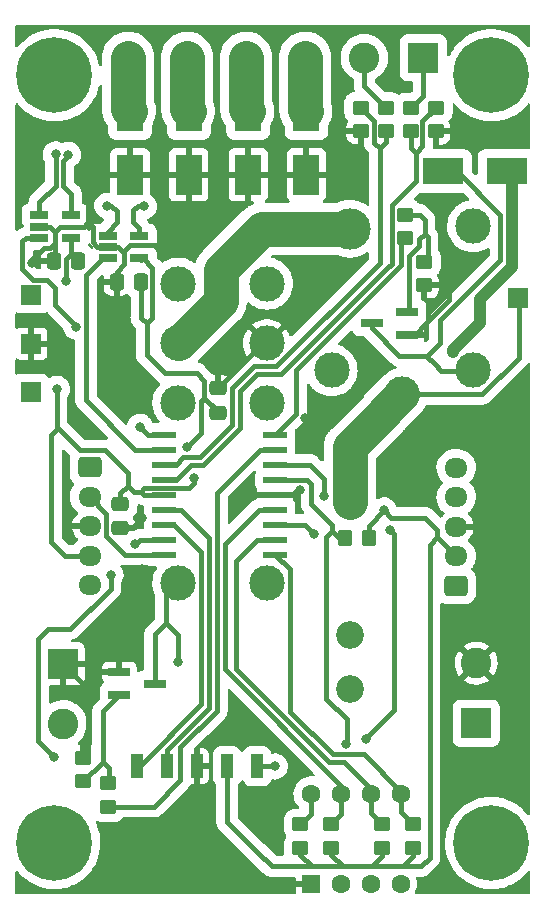
<source format=gbl>
%TF.GenerationSoftware,KiCad,Pcbnew,(6.0.5)*%
%TF.CreationDate,2023-02-27T22:37:21-05:00*%
%TF.ProjectId,relay_board,72656c61-795f-4626-9f61-72642e6b6963,rev?*%
%TF.SameCoordinates,Original*%
%TF.FileFunction,Copper,L2,Bot*%
%TF.FilePolarity,Positive*%
%FSLAX46Y46*%
G04 Gerber Fmt 4.6, Leading zero omitted, Abs format (unit mm)*
G04 Created by KiCad (PCBNEW (6.0.5)) date 2023-02-27 22:37:21*
%MOMM*%
%LPD*%
G01*
G04 APERTURE LIST*
G04 Aperture macros list*
%AMRoundRect*
0 Rectangle with rounded corners*
0 $1 Rounding radius*
0 $2 $3 $4 $5 $6 $7 $8 $9 X,Y pos of 4 corners*
0 Add a 4 corners polygon primitive as box body*
4,1,4,$2,$3,$4,$5,$6,$7,$8,$9,$2,$3,0*
0 Add four circle primitives for the rounded corners*
1,1,$1+$1,$2,$3*
1,1,$1+$1,$4,$5*
1,1,$1+$1,$6,$7*
1,1,$1+$1,$8,$9*
0 Add four rect primitives between the rounded corners*
20,1,$1+$1,$2,$3,$4,$5,0*
20,1,$1+$1,$4,$5,$6,$7,0*
20,1,$1+$1,$6,$7,$8,$9,0*
20,1,$1+$1,$8,$9,$2,$3,0*%
G04 Aperture macros list end*
%TA.AperFunction,ComponentPad*%
%ADD10R,1.700000X1.700000*%
%TD*%
%TA.AperFunction,ComponentPad*%
%ADD11C,2.350000*%
%TD*%
%TA.AperFunction,ComponentPad*%
%ADD12R,2.600000X2.600000*%
%TD*%
%TA.AperFunction,ComponentPad*%
%ADD13C,2.600000*%
%TD*%
%TA.AperFunction,ComponentPad*%
%ADD14R,1.600000X1.600000*%
%TD*%
%TA.AperFunction,ComponentPad*%
%ADD15C,1.600000*%
%TD*%
%TA.AperFunction,ComponentPad*%
%ADD16C,3.000000*%
%TD*%
%TA.AperFunction,ComponentPad*%
%ADD17RoundRect,0.250000X-0.725000X0.600000X-0.725000X-0.600000X0.725000X-0.600000X0.725000X0.600000X0*%
%TD*%
%TA.AperFunction,ComponentPad*%
%ADD18O,1.950000X1.700000*%
%TD*%
%TA.AperFunction,ComponentPad*%
%ADD19RoundRect,0.250000X0.725000X-0.600000X0.725000X0.600000X-0.725000X0.600000X-0.725000X-0.600000X0*%
%TD*%
%TA.AperFunction,ComponentPad*%
%ADD20C,6.400000*%
%TD*%
%TA.AperFunction,SMDPad,CuDef*%
%ADD21RoundRect,0.250000X0.475000X-0.337500X0.475000X0.337500X-0.475000X0.337500X-0.475000X-0.337500X0*%
%TD*%
%TA.AperFunction,SMDPad,CuDef*%
%ADD22RoundRect,0.250000X-0.337500X-0.475000X0.337500X-0.475000X0.337500X0.475000X-0.337500X0.475000X0*%
%TD*%
%TA.AperFunction,SMDPad,CuDef*%
%ADD23R,3.500000X2.300000*%
%TD*%
%TA.AperFunction,SMDPad,CuDef*%
%ADD24R,1.000000X2.000000*%
%TD*%
%TA.AperFunction,SMDPad,CuDef*%
%ADD25RoundRect,0.250000X0.450000X-0.350000X0.450000X0.350000X-0.450000X0.350000X-0.450000X-0.350000X0*%
%TD*%
%TA.AperFunction,SMDPad,CuDef*%
%ADD26RoundRect,0.250000X-0.450000X0.350000X-0.450000X-0.350000X0.450000X-0.350000X0.450000X0.350000X0*%
%TD*%
%TA.AperFunction,SMDPad,CuDef*%
%ADD27RoundRect,0.250000X0.350000X0.450000X-0.350000X0.450000X-0.350000X-0.450000X0.350000X-0.450000X0*%
%TD*%
%TA.AperFunction,SMDPad,CuDef*%
%ADD28R,2.000000X0.600000*%
%TD*%
%TA.AperFunction,SMDPad,CuDef*%
%ADD29R,1.560000X0.650000*%
%TD*%
%TA.AperFunction,SMDPad,CuDef*%
%ADD30R,1.900000X0.800000*%
%TD*%
%TA.AperFunction,SMDPad,CuDef*%
%ADD31R,2.300000X3.500000*%
%TD*%
%TA.AperFunction,ViaPad*%
%ADD32C,1.000000*%
%TD*%
%TA.AperFunction,ViaPad*%
%ADD33C,3.500000*%
%TD*%
%TA.AperFunction,ViaPad*%
%ADD34C,0.800000*%
%TD*%
%TA.AperFunction,Conductor*%
%ADD35C,1.000000*%
%TD*%
%TA.AperFunction,Conductor*%
%ADD36C,0.400000*%
%TD*%
%TA.AperFunction,Conductor*%
%ADD37C,3.000000*%
%TD*%
G04 APERTURE END LIST*
D10*
X132054600Y-96723200D03*
X132029200Y-100812600D03*
X132054600Y-92608400D03*
X173278800Y-92887800D03*
D11*
X159000000Y-126000000D03*
X159000000Y-121400000D03*
X159000000Y-105500000D03*
X159000000Y-110100000D03*
D12*
X169723000Y-128859200D03*
D13*
X169723000Y-123779200D03*
D14*
X155752800Y-142468600D03*
D15*
X158292800Y-142468600D03*
X160832800Y-142468600D03*
X163372800Y-142468600D03*
X163372800Y-134848600D03*
X160832800Y-134848600D03*
X158292800Y-134848600D03*
X155752800Y-134848600D03*
D16*
X157469400Y-98978200D03*
X169469400Y-98978200D03*
X163469400Y-100978200D03*
X169469400Y-86778200D03*
X144500000Y-96680000D03*
X152000000Y-96680000D03*
X144500000Y-117000000D03*
X152000000Y-117000000D03*
X144500000Y-101720000D03*
X144500000Y-91640000D03*
X152000000Y-101720000D03*
X152000000Y-91640000D03*
D17*
X136982200Y-107188000D03*
D18*
X136982200Y-109688000D03*
X136982200Y-112188000D03*
X136982200Y-114688000D03*
X136982200Y-117188000D03*
D19*
X168025200Y-117217200D03*
D18*
X168025200Y-114717200D03*
X168025200Y-112217200D03*
X168025200Y-109717200D03*
X168025200Y-107217200D03*
D12*
X165250000Y-72500000D03*
D13*
X160250000Y-72500000D03*
X155250000Y-72500000D03*
X150250000Y-72500000D03*
X145250000Y-72500000D03*
X140250000Y-72500000D03*
D20*
X134000000Y-74000000D03*
X171000000Y-74000000D03*
X134000000Y-139000000D03*
D12*
X134747000Y-123825000D03*
D13*
X134747000Y-128905000D03*
D20*
X171000000Y-139000000D03*
D21*
X147828000Y-102582800D03*
X147828000Y-100507800D03*
D22*
X139268200Y-91465400D03*
X141343200Y-91465400D03*
X133963500Y-89763600D03*
X136038500Y-89763600D03*
D23*
X172288200Y-82118200D03*
X166888200Y-82118200D03*
D24*
X141000000Y-132500000D03*
X143540000Y-132500000D03*
X146080000Y-132500000D03*
X148620000Y-132500000D03*
X151160000Y-132500000D03*
D25*
X154838400Y-139430000D03*
X154838400Y-137430000D03*
X157454600Y-139404600D03*
X157454600Y-137404600D03*
X161772600Y-139414000D03*
X161772600Y-137414000D03*
X164388800Y-139388600D03*
X164388800Y-137388600D03*
D26*
X163703000Y-85801200D03*
X163703000Y-87801200D03*
X138557000Y-133934200D03*
X138557000Y-135934200D03*
X162077400Y-76749400D03*
X162077400Y-78749400D03*
X159943800Y-76733400D03*
X159943800Y-78733400D03*
X164211000Y-76758800D03*
X164211000Y-78758800D03*
X166319200Y-76758800D03*
X166319200Y-78758800D03*
X165328600Y-89789000D03*
X165328600Y-91789000D03*
D25*
X136448800Y-133781800D03*
X136448800Y-131781800D03*
D27*
X160623000Y-113182400D03*
X158623000Y-113182400D03*
D28*
X152700000Y-104420000D03*
X152700000Y-105690000D03*
X152700000Y-106960000D03*
X152700000Y-108230000D03*
X152700000Y-109500000D03*
X152700000Y-110770000D03*
X152700000Y-112040000D03*
X152700000Y-113310000D03*
X152700000Y-114580000D03*
X143300000Y-114580000D03*
X143300000Y-113310000D03*
X143300000Y-112040000D03*
X143300000Y-110770000D03*
X143300000Y-109500000D03*
X143300000Y-108230000D03*
X143300000Y-106960000D03*
X143300000Y-105690000D03*
X143300000Y-104420000D03*
D29*
X132715000Y-87767200D03*
X132715000Y-86817200D03*
X132715000Y-85867200D03*
X135415000Y-85867200D03*
X135415000Y-87767200D03*
X138502400Y-89494400D03*
X138502400Y-88544400D03*
X138502400Y-87594400D03*
X141202400Y-87594400D03*
X141202400Y-89494400D03*
D30*
X163855400Y-94056200D03*
X163855400Y-95956200D03*
X160855400Y-95006200D03*
X139500000Y-126450000D03*
X139500000Y-124550000D03*
X142500000Y-125500000D03*
D31*
X155346400Y-77012800D03*
X155346400Y-82412800D03*
X150418800Y-77012800D03*
X150418800Y-82412800D03*
X145389600Y-77012800D03*
X145389600Y-82412800D03*
X140411200Y-77012800D03*
X140411200Y-82412800D03*
D21*
X139598400Y-112336400D03*
X139598400Y-110261400D03*
D32*
X167741600Y-97433501D03*
D33*
X159000000Y-87000000D03*
D34*
X154787600Y-105471300D03*
X136499600Y-82626200D03*
X155257590Y-102995200D03*
X168402000Y-79171800D03*
X132146100Y-89908900D03*
X144399000Y-87604600D03*
X154787600Y-109118400D03*
X141452600Y-111480600D03*
X141452600Y-115773200D03*
X167513000Y-91059000D03*
X142849600Y-78968600D03*
X145821400Y-108127800D03*
X161925000Y-110845600D03*
X135001000Y-91414600D03*
X145262600Y-105474000D03*
X134213600Y-100558600D03*
X144500000Y-123697400D03*
X158692584Y-130646500D03*
X152660187Y-132520887D03*
X141579600Y-85090000D03*
X135165047Y-80726772D03*
X156846500Y-109651800D03*
X160401000Y-130175000D03*
X162402111Y-112500501D03*
X134112000Y-80695800D03*
X138480800Y-85039200D03*
X141249400Y-103768852D03*
X135839200Y-95275400D03*
X156013416Y-112870984D03*
X134000000Y-131750000D03*
X140868400Y-113726500D03*
X138760200Y-116334500D03*
D35*
X167741600Y-97433501D02*
X167741600Y-97258400D01*
X170000000Y-95000000D02*
X170000000Y-92958600D01*
X172723400Y-90235200D02*
X172723400Y-82553400D01*
X167741600Y-97258400D02*
X170000000Y-95000000D01*
X170000000Y-92958600D02*
X172723400Y-90235200D01*
X172723400Y-82553400D02*
X172288200Y-82118200D01*
D36*
X164058600Y-93853000D02*
X163855400Y-94056200D01*
X165608000Y-87655400D02*
X165608000Y-89509600D01*
X164058600Y-89281000D02*
X164058600Y-93853000D01*
X164857000Y-88482600D02*
X164058600Y-89281000D01*
X163703000Y-85801200D02*
X164922200Y-85801200D01*
X165354000Y-87401400D02*
X164857000Y-87898400D01*
X165354000Y-86233000D02*
X165354000Y-87401400D01*
X164922200Y-85801200D02*
X165354000Y-86233000D01*
X165354000Y-87401400D02*
X165608000Y-87655400D01*
X164857000Y-87898400D02*
X164857000Y-88482600D01*
X165608000Y-89509600D02*
X165328600Y-89789000D01*
X138099800Y-132130800D02*
X138099800Y-127863600D01*
X138099800Y-127863600D02*
X139500000Y-126463400D01*
X138633200Y-132664200D02*
X138633200Y-133858000D01*
X138099800Y-132130800D02*
X138633200Y-132664200D01*
X136448800Y-133781800D02*
X138099800Y-132130800D01*
X139500000Y-126463400D02*
X139500000Y-126450000D01*
D37*
X159000000Y-87000000D02*
X151548831Y-87000000D01*
X151548831Y-87000000D02*
X148100001Y-90448830D01*
X148100000Y-93131169D02*
X144551169Y-96680000D01*
X148100001Y-90448830D02*
X148100000Y-93131169D01*
X144551169Y-96680000D02*
X144500000Y-96680000D01*
D36*
X154406000Y-109500000D02*
X154787600Y-109118400D01*
X136847000Y-131383600D02*
X136448800Y-131781800D01*
X133654800Y-88646000D02*
X134061200Y-88239600D01*
X138502400Y-88544400D02*
X139395200Y-88544400D01*
X133096000Y-88646000D02*
X133654800Y-88646000D01*
X137236200Y-88138000D02*
X137642600Y-88544400D01*
X139268200Y-90678000D02*
X139268200Y-91465400D01*
X152700000Y-109500000D02*
X154406000Y-109500000D01*
X134061200Y-88112600D02*
X134061200Y-89665900D01*
X139928600Y-90017600D02*
X139268200Y-90678000D01*
X165328600Y-91789000D02*
X166783000Y-91789000D01*
X134061200Y-87274400D02*
X134061200Y-88112600D01*
X137236200Y-86821000D02*
X137236200Y-88138000D01*
X134518400Y-86817200D02*
X136478000Y-86817200D01*
X140596800Y-112336400D02*
X139598400Y-112336400D01*
X167411400Y-93055104D02*
X165506400Y-94960104D01*
X136855200Y-86440000D02*
X136855200Y-82981800D01*
X166783000Y-91802200D02*
X167411400Y-92430600D01*
X136855200Y-82981800D02*
X136499600Y-82626200D01*
X133096000Y-88646000D02*
X132146100Y-89595900D01*
X151655800Y-96680000D02*
X152000000Y-96680000D01*
X136855200Y-86440000D02*
X137236200Y-86821000D01*
X166783000Y-91789000D02*
X167513000Y-91059000D01*
X139928600Y-88874600D02*
X139928600Y-89077800D01*
X140411200Y-88392000D02*
X139928600Y-88874600D01*
X132146100Y-89595900D02*
X132146100Y-89908900D01*
X155257590Y-105001310D02*
X155257590Y-102995200D01*
X165506400Y-94970600D02*
X164520800Y-95956200D01*
X134061200Y-88239600D02*
X134061200Y-88112600D01*
X139928600Y-89077800D02*
X139928600Y-90017600D01*
X136478000Y-86817200D02*
X136855200Y-86440000D01*
X134061200Y-87274400D02*
X134518400Y-86817200D01*
X167411400Y-92430600D02*
X167411400Y-93055104D01*
X141452600Y-111480600D02*
X140596800Y-112336400D01*
X137642600Y-88544400D02*
X138502400Y-88544400D01*
X134747000Y-123825000D02*
X136847000Y-125925000D01*
X132715000Y-86817200D02*
X133604000Y-86817200D01*
X166783000Y-91789000D02*
X166783000Y-91802200D01*
X136847000Y-125925000D02*
X136847000Y-131383600D01*
X147828000Y-100507800D02*
X151655800Y-96680000D01*
X144399000Y-87604600D02*
X143611600Y-88392000D01*
X154787600Y-105471300D02*
X155257590Y-105001310D01*
X165506400Y-94960104D02*
X165506400Y-94970600D01*
X143611600Y-88392000D02*
X140411200Y-88392000D01*
X140411200Y-82412800D02*
X139968400Y-82855600D01*
X133604000Y-86817200D02*
X134061200Y-87274400D01*
X164520800Y-95956200D02*
X163855400Y-95956200D01*
X139395200Y-88544400D02*
X139928600Y-89077800D01*
X134061200Y-89665900D02*
X133963500Y-89763600D01*
X165404800Y-111455200D02*
X166417500Y-112467900D01*
X140233400Y-107696000D02*
X140233400Y-108737400D01*
X135005000Y-89531000D02*
X135395900Y-89140100D01*
X141351000Y-94538800D02*
X141808200Y-94996000D01*
X142290800Y-94513400D02*
X142290800Y-90297000D01*
X134213600Y-100558600D02*
X134213600Y-103810498D01*
X155905200Y-140970000D02*
X154940000Y-140970000D01*
X141808200Y-94996000D02*
X142290800Y-94513400D01*
X151160000Y-139730000D02*
X152400000Y-140970000D01*
X146649000Y-99878694D02*
X146649000Y-101403800D01*
X140741400Y-109245400D02*
X141325600Y-109245400D01*
X135005000Y-91410600D02*
X135005000Y-89531000D01*
X133731000Y-113512600D02*
X134906400Y-114688000D01*
X141343200Y-91465400D02*
X141351000Y-91473200D01*
X145262600Y-105474000D02*
X145262600Y-105460800D01*
X146682647Y-99845047D02*
X146649000Y-99878694D01*
X160623000Y-112147600D02*
X160623000Y-113182400D01*
X146454000Y-101598800D02*
X146649000Y-101403800D01*
X141587000Y-108984000D02*
X145371600Y-108984000D01*
X143347908Y-99237800D02*
X146075400Y-99237800D01*
X135001000Y-91414600D02*
X135005000Y-91410600D01*
X166417500Y-113109500D02*
X165785800Y-113741200D01*
X140233400Y-108737400D02*
X139598400Y-109372400D01*
X154838400Y-140030200D02*
X155778200Y-140970000D01*
X134906400Y-114688000D02*
X136982200Y-114688000D01*
X134213600Y-103810498D02*
X136143302Y-105740200D01*
X135395900Y-89140100D02*
X135415000Y-89140100D01*
X160934400Y-140970000D02*
X158750000Y-140970000D01*
X158419800Y-140970000D02*
X155905200Y-140970000D01*
X164388800Y-140081000D02*
X163499800Y-140970000D01*
X148620000Y-137190000D02*
X151160000Y-139730000D01*
X166417500Y-113109500D02*
X168025200Y-114717200D01*
X161772600Y-139414000D02*
X161772600Y-140131800D01*
X158750000Y-140970000D02*
X158419800Y-140970000D01*
X165785800Y-140233400D02*
X165049200Y-140970000D01*
X155778200Y-140970000D02*
X155905200Y-140970000D01*
X161925000Y-110845600D02*
X162534600Y-111455200D01*
X161290000Y-140970000D02*
X160934400Y-140970000D01*
X142290800Y-90297000D02*
X141488200Y-89494400D01*
X145262600Y-105460800D02*
X146454000Y-104269400D01*
X141343200Y-89635200D02*
X141202400Y-89494400D01*
X148620000Y-132500000D02*
X148620000Y-137190000D01*
X162534600Y-111455200D02*
X165404800Y-111455200D01*
X139598400Y-109372400D02*
X139598400Y-110261400D01*
X161772600Y-140131800D02*
X160934400Y-140970000D01*
X141325600Y-109245400D02*
X141587000Y-108984000D01*
X141808200Y-97698092D02*
X143347908Y-99237800D01*
X134213600Y-103936800D02*
X133731000Y-104419400D01*
X135415000Y-87767200D02*
X135415000Y-89140100D01*
X140233400Y-108737400D02*
X140741400Y-109245400D01*
X145821400Y-108534200D02*
X145821400Y-108127800D01*
X146454000Y-104269400D02*
X146454000Y-101598800D01*
X141808200Y-94996000D02*
X141808200Y-97698092D01*
X146768200Y-101403800D02*
X147828000Y-102463600D01*
X133731000Y-104419400D02*
X133731000Y-113512600D01*
X145371600Y-108984000D02*
X145821400Y-108534200D01*
X138277600Y-105740200D02*
X140233400Y-107696000D01*
X137090200Y-114580000D02*
X136982200Y-114688000D01*
X163499800Y-140970000D02*
X161290000Y-140970000D01*
X154838400Y-139430000D02*
X154838400Y-140030200D01*
X135415000Y-89140100D02*
X136038500Y-89763600D01*
X146649000Y-101403800D02*
X146768200Y-101403800D01*
X141580200Y-109500000D02*
X141325600Y-109245400D01*
X141351000Y-91473200D02*
X141351000Y-94538800D01*
X146075400Y-99237800D02*
X146682647Y-99845047D01*
X157454600Y-140004800D02*
X158419800Y-140970000D01*
X141580200Y-109500000D02*
X143300000Y-109500000D01*
X165785800Y-113741200D02*
X165785800Y-140233400D01*
X136143302Y-105740200D02*
X138277600Y-105740200D01*
X157454600Y-139404600D02*
X157454600Y-140004800D01*
X141488200Y-89494400D02*
X141202400Y-89494400D01*
X137125000Y-114500000D02*
X137000000Y-114500000D01*
X164388800Y-139388600D02*
X164388800Y-140081000D01*
X166417500Y-112467900D02*
X166417500Y-113109500D01*
X154940000Y-140970000D02*
X152400000Y-140970000D01*
X134213600Y-103810498D02*
X134213600Y-103936800D01*
X161925000Y-110845600D02*
X160623000Y-112147600D01*
X165049200Y-140970000D02*
X163499800Y-140970000D01*
X165250000Y-75719800D02*
X164211000Y-76758800D01*
X165250000Y-72500000D02*
X165250000Y-75719800D01*
X160250000Y-74922000D02*
X162077400Y-76749400D01*
X160250000Y-72500000D02*
X160250000Y-74922000D01*
X166192200Y-98450400D02*
X166741800Y-99000000D01*
X163220400Y-97764600D02*
X165506400Y-97764600D01*
X166888200Y-82118200D02*
X168062092Y-82118200D01*
X166741800Y-99000000D02*
X169500000Y-99000000D01*
X168062092Y-82118200D02*
X171769400Y-85825508D01*
X160855400Y-95399600D02*
X163220400Y-97764600D01*
X166660900Y-96660900D02*
X165531800Y-97790000D01*
X165506400Y-97764600D02*
X166192200Y-98450400D01*
X171769400Y-89622000D02*
X166660900Y-94730500D01*
X166660900Y-94730500D02*
X166660900Y-96660900D01*
X171769400Y-85825508D02*
X171769400Y-89622000D01*
X160855400Y-95006200D02*
X160855400Y-95399600D01*
X143459200Y-120345200D02*
X144500000Y-121386000D01*
X143459200Y-120345200D02*
X142500000Y-121304400D01*
X142500000Y-121304400D02*
X142500000Y-125500000D01*
X144500000Y-117000000D02*
X143459200Y-118040800D01*
X143459200Y-118040800D02*
X143459200Y-120345200D01*
X144500000Y-121386000D02*
X144500000Y-123697400D01*
D37*
X162011000Y-102436600D02*
X163469400Y-100978200D01*
X159000000Y-105500000D02*
X159000000Y-110100000D01*
X162011000Y-102489000D02*
X162011000Y-102436600D01*
D36*
X173304200Y-97906774D02*
X173304200Y-92913200D01*
D37*
X160977400Y-103522600D02*
X159000000Y-105500000D01*
X160977400Y-103522600D02*
X162011000Y-102489000D01*
D36*
X170232774Y-100978200D02*
X173304200Y-97906774D01*
X163469400Y-100978200D02*
X170232774Y-100978200D01*
X173304200Y-92913200D02*
X173278800Y-92887800D01*
X157505400Y-112598200D02*
X158089600Y-113182400D01*
X157025000Y-113078600D02*
X157025000Y-126818072D01*
X158750000Y-128543072D02*
X158750000Y-130589084D01*
X152639300Y-132500000D02*
X151160000Y-132500000D01*
X157505400Y-112598200D02*
X157025000Y-113078600D01*
X158089600Y-113182400D02*
X158623000Y-113182400D01*
X155414413Y-108230000D02*
X155769413Y-108585000D01*
X157025000Y-126818072D02*
X158750000Y-128543072D01*
X158750000Y-130589084D02*
X158692584Y-130646500D01*
X155769413Y-108585000D02*
X155769413Y-110329520D01*
X157505400Y-112065507D02*
X155769413Y-110329520D01*
X157505400Y-112598200D02*
X157505400Y-112065507D01*
X152660187Y-132520887D02*
X152639300Y-132500000D01*
X152700000Y-108230000D02*
X155414413Y-108230000D01*
X143540000Y-132500000D02*
X143540000Y-131100000D01*
X147108011Y-127531989D02*
X147108011Y-113178011D01*
X143540000Y-131100000D02*
X147108011Y-127531989D01*
X144700000Y-110770000D02*
X143300000Y-110770000D01*
X147108011Y-113178011D02*
X144700000Y-110770000D01*
X146454001Y-114346799D02*
X146454001Y-127261103D01*
X141215104Y-132500000D02*
X141000000Y-132500000D01*
X143300000Y-112040000D02*
X144147202Y-112040000D01*
X144147202Y-112040000D02*
X146454001Y-114346799D01*
X146454001Y-127261103D02*
X141215104Y-132500000D01*
D37*
X155250000Y-76916400D02*
X155346400Y-77012800D01*
X155250000Y-72500000D02*
X155250000Y-76916400D01*
X150250000Y-76844000D02*
X150418800Y-77012800D01*
X150250000Y-72500000D02*
X150250000Y-76844000D01*
D36*
X140690600Y-86436200D02*
X140690600Y-85445600D01*
D37*
X145250000Y-72500000D02*
X145250000Y-76873200D01*
D36*
X141202400Y-87594400D02*
X141202400Y-86948000D01*
X141554200Y-85064600D02*
X141579600Y-85090000D01*
X141202400Y-86948000D02*
X140690600Y-86436200D01*
X140690600Y-85445600D02*
X141071600Y-85064600D01*
D37*
X145250000Y-76873200D02*
X145389600Y-77012800D01*
D36*
X141071600Y-85064600D02*
X141554200Y-85064600D01*
X134766000Y-81249539D02*
X134766000Y-83381800D01*
D37*
X140250000Y-76851600D02*
X140411200Y-77012800D01*
D36*
X134766000Y-83381800D02*
X135415000Y-84030800D01*
X135415000Y-84030800D02*
X135415000Y-85867200D01*
X135165047Y-80726772D02*
X135165047Y-80850492D01*
X135165047Y-80850492D02*
X134766000Y-81249539D01*
D37*
X140250000Y-72500000D02*
X140250000Y-76851600D01*
D36*
X160401000Y-130124200D02*
X162750000Y-127775200D01*
X155752800Y-134848600D02*
X155752800Y-136515600D01*
X156846500Y-108180100D02*
X155626400Y-106960000D01*
X162750000Y-127775200D02*
X162750000Y-112848390D01*
X162750000Y-112848390D02*
X162402111Y-112500501D01*
X160401000Y-130175000D02*
X160401000Y-130124200D01*
X155626400Y-106960000D02*
X152700000Y-106960000D01*
X156846500Y-109651800D02*
X156846500Y-108180100D01*
X155752800Y-136515600D02*
X154838400Y-137430000D01*
X152700000Y-110770000D02*
X151300000Y-110770000D01*
X158292800Y-134848600D02*
X158292800Y-136566400D01*
X158292800Y-134137400D02*
X158292800Y-134848600D01*
X148416031Y-113653969D02*
X148416031Y-124260631D01*
X148416031Y-124260631D02*
X158292800Y-134137400D01*
X151300000Y-110770000D02*
X148416031Y-113653969D01*
X158292800Y-136566400D02*
X157454600Y-137404600D01*
X160832800Y-134848600D02*
X160832800Y-136474200D01*
X160832800Y-134467600D02*
X160832800Y-134848600D01*
X149391989Y-115108011D02*
X149391989Y-124253805D01*
X158519208Y-132154008D02*
X160832800Y-134467600D01*
X157292193Y-132154008D02*
X158519208Y-132154008D01*
X151190000Y-113310000D02*
X149391989Y-115108011D01*
X149391989Y-124253805D02*
X157292193Y-132154008D01*
X152700000Y-113310000D02*
X151190000Y-113310000D01*
X160832800Y-136474200D02*
X161772600Y-137414000D01*
X163372800Y-134848600D02*
X163372800Y-136372600D01*
X163372800Y-136372600D02*
X164388800Y-137388600D01*
X160202000Y-131500000D02*
X163372800Y-134670800D01*
X163372800Y-134670800D02*
X163372800Y-134848600D01*
X153954000Y-127890906D02*
X157563093Y-131500000D01*
X153954000Y-115834000D02*
X153954000Y-127890906D01*
X157563093Y-131500000D02*
X160202000Y-131500000D01*
X152700000Y-114580000D02*
X153954000Y-115834000D01*
X163703000Y-87801200D02*
X163347400Y-88156800D01*
X163347400Y-88156800D02*
X163347400Y-90074339D01*
X154482800Y-98938939D02*
X154482800Y-102637200D01*
X154482800Y-102637200D02*
X152700000Y-104420000D01*
X163347400Y-90074339D02*
X154482800Y-98938939D01*
X142449800Y-135934200D02*
X138557000Y-135934200D01*
X151397339Y-105690000D02*
X147762021Y-109325318D01*
X147762021Y-109325318D02*
X147762021Y-127802888D01*
X144678400Y-133705600D02*
X142449800Y-135934200D01*
X144678400Y-130886509D02*
X144678400Y-133705600D01*
X147762021Y-127802888D02*
X144678400Y-130886509D01*
X152700000Y-105690000D02*
X151397339Y-105690000D01*
X144296800Y-106960000D02*
X143300000Y-106960000D01*
X161097800Y-77887400D02*
X159943800Y-76733400D01*
X149046000Y-100496412D02*
X149046000Y-103607800D01*
X161550000Y-80181800D02*
X161550000Y-89893374D01*
X146326300Y-106327500D02*
X144929300Y-106327500D01*
X150908401Y-98634011D02*
X149046000Y-100496412D01*
X144929300Y-106327500D02*
X144296800Y-106960000D01*
X162077400Y-78749400D02*
X162077400Y-79654400D01*
X149046000Y-103607800D02*
X146326300Y-106327500D01*
X152809363Y-98634011D02*
X150908401Y-98634011D01*
X161550000Y-89893374D02*
X152809363Y-98634011D01*
X161097800Y-79729600D02*
X161097800Y-77887400D01*
X162077400Y-79654400D02*
X161550000Y-80181800D01*
X161550000Y-80181800D02*
X161097800Y-79729600D01*
X164684200Y-80502000D02*
X165165200Y-80021000D01*
X162204011Y-90292820D02*
X162204000Y-90292809D01*
X151179297Y-99288011D02*
X153208820Y-99288011D01*
X143300000Y-108230000D02*
X144296800Y-108230000D01*
X165165200Y-77912800D02*
X166319200Y-76758800D01*
X162549000Y-89947809D02*
X162549000Y-84999400D01*
X146597196Y-106981500D02*
X149700000Y-103878696D01*
X162204000Y-90292809D02*
X162549000Y-89947809D01*
X164592000Y-82956400D02*
X164592000Y-80615800D01*
X164684200Y-80523600D02*
X164564700Y-80523600D01*
X164684200Y-80523600D02*
X164684200Y-80502000D01*
X164684200Y-80523600D02*
X164684200Y-80483200D01*
X144296800Y-108230000D02*
X145545300Y-106981500D01*
X164592000Y-80615800D02*
X164684200Y-80523600D01*
X164564700Y-80523600D02*
X164211000Y-80169900D01*
X164211000Y-80169900D02*
X164211000Y-78758800D01*
X165165200Y-80021000D02*
X165165200Y-77912800D01*
X153208820Y-99288011D02*
X162204011Y-90292820D01*
X145545300Y-106981500D02*
X146597196Y-106981500D01*
X149700000Y-100767308D02*
X151179297Y-99288011D01*
X162549000Y-84999400D02*
X164592000Y-82956400D01*
X149700000Y-103878696D02*
X149700000Y-100767308D01*
X134112000Y-83337400D02*
X132715000Y-84734400D01*
X134112000Y-80695800D02*
X134112000Y-83337400D01*
X132715000Y-84734400D02*
X132715000Y-85867200D01*
X139293600Y-85496400D02*
X138836400Y-85039200D01*
X138502400Y-87227400D02*
X139293600Y-86436200D01*
X138836400Y-85039200D02*
X138480800Y-85039200D01*
X138502400Y-87594400D02*
X138502400Y-87227400D01*
X138404600Y-87496600D02*
X138502400Y-87594400D01*
X139293600Y-86436200D02*
X139293600Y-85496400D01*
X141249400Y-103768852D02*
X141900548Y-104420000D01*
X132198400Y-91304400D02*
X133358600Y-91304400D01*
X141900548Y-104420000D02*
X143300000Y-104420000D01*
X131561800Y-87767200D02*
X131292600Y-88036400D01*
X131292600Y-88036400D02*
X131292600Y-90398600D01*
X134054800Y-92000600D02*
X134054800Y-93440200D01*
X132715000Y-87767200D02*
X131561800Y-87767200D01*
X135839200Y-95224600D02*
X135839200Y-95275400D01*
X131292600Y-90398600D02*
X132198400Y-91304400D01*
X133358600Y-91304400D02*
X134054800Y-92000600D01*
X134054800Y-93440200D02*
X135839200Y-95224600D01*
X136693200Y-90917006D02*
X136693200Y-95538115D01*
X138502400Y-89494400D02*
X138115806Y-89494400D01*
X136677400Y-101523800D02*
X140843600Y-105690000D01*
X136677400Y-95538115D02*
X136677400Y-101523800D01*
X140843600Y-105690000D02*
X143300000Y-105690000D01*
X138115806Y-89494400D02*
X136693200Y-90917006D01*
X138411200Y-113011200D02*
X139980000Y-114580000D01*
X138411200Y-111117000D02*
X138411200Y-113011200D01*
X139980000Y-114580000D02*
X143300000Y-114580000D01*
X136982200Y-109688000D02*
X138411200Y-111117000D01*
X155182432Y-112040000D02*
X153638000Y-112040000D01*
X156013416Y-112870984D02*
X155182432Y-112040000D01*
X141284900Y-113310000D02*
X143300000Y-113310000D01*
X138760200Y-116334500D02*
X138760200Y-117475000D01*
X132647000Y-130397000D02*
X134000000Y-131750000D01*
X138760200Y-117475000D02*
X135356600Y-120878600D01*
X132647000Y-121725000D02*
X132647000Y-130397000D01*
X140868400Y-113726500D02*
X141284900Y-113310000D01*
X135356600Y-120878600D02*
X133493400Y-120878600D01*
X133493400Y-120878600D02*
X132647000Y-121725000D01*
%TA.AperFunction,Conductor*%
G36*
X174256468Y-98365917D02*
G01*
X174294565Y-98425826D01*
X174299500Y-98460745D01*
X174299500Y-136521674D01*
X174279498Y-136589795D01*
X174225842Y-136636288D01*
X174155568Y-136646392D01*
X174090988Y-136616898D01*
X174073806Y-136598727D01*
X174066903Y-136589795D01*
X173965344Y-136458393D01*
X173852107Y-136339066D01*
X173695517Y-136174054D01*
X173695514Y-136174052D01*
X173693318Y-136171737D01*
X173682408Y-136162353D01*
X173396131Y-135916116D01*
X173396128Y-135916114D01*
X173393716Y-135914039D01*
X173391108Y-135912219D01*
X173391102Y-135912215D01*
X173072220Y-135689760D01*
X173069607Y-135687937D01*
X172724307Y-135495746D01*
X172721387Y-135494488D01*
X172721382Y-135494486D01*
X172364287Y-135340696D01*
X172364277Y-135340692D01*
X172361353Y-135339433D01*
X171984460Y-135220599D01*
X171707713Y-135163287D01*
X171600613Y-135141108D01*
X171600610Y-135141108D01*
X171597488Y-135140461D01*
X171295259Y-135109229D01*
X171207555Y-135100165D01*
X171207552Y-135100165D01*
X171204399Y-135099839D01*
X171201233Y-135099833D01*
X171201224Y-135099833D01*
X171006076Y-135099493D01*
X170809217Y-135099150D01*
X170652678Y-135114774D01*
X170419161Y-135138082D01*
X170419155Y-135138083D01*
X170415988Y-135138399D01*
X170276491Y-135166780D01*
X170031863Y-135216550D01*
X170031859Y-135216551D01*
X170028738Y-135217186D01*
X170025696Y-135218133D01*
X170025690Y-135218135D01*
X169989542Y-135229394D01*
X169651433Y-135334703D01*
X169648493Y-135335957D01*
X169290873Y-135488495D01*
X169290869Y-135488497D01*
X169287936Y-135489748D01*
X168941967Y-135680733D01*
X168939346Y-135682548D01*
X168939341Y-135682551D01*
X168619694Y-135903885D01*
X168617070Y-135905702D01*
X168316571Y-136162353D01*
X168043546Y-136448057D01*
X168041589Y-136450570D01*
X168041588Y-136450572D01*
X167804866Y-136754656D01*
X167800791Y-136759890D01*
X167799095Y-136762594D01*
X167799092Y-136762598D01*
X167710373Y-136904028D01*
X167590791Y-137094658D01*
X167415697Y-137448934D01*
X167414583Y-137451915D01*
X167414582Y-137451916D01*
X167379743Y-137545097D01*
X167277301Y-137819090D01*
X167177021Y-138201338D01*
X167157662Y-138324965D01*
X167120900Y-138559720D01*
X167115882Y-138591763D01*
X167115711Y-138594925D01*
X167115710Y-138594932D01*
X167100291Y-138879649D01*
X167094511Y-138986367D01*
X167094661Y-138989548D01*
X167096469Y-139027878D01*
X167113126Y-139381111D01*
X167171538Y-139771953D01*
X167172324Y-139775035D01*
X167172324Y-139775037D01*
X167182797Y-139816122D01*
X167269148Y-140154892D01*
X167404956Y-140526006D01*
X167577573Y-140881495D01*
X167785230Y-141217721D01*
X168025802Y-141531241D01*
X168027984Y-141533557D01*
X168027993Y-141533567D01*
X168208607Y-141725229D01*
X168296826Y-141818844D01*
X168299231Y-141820928D01*
X168299237Y-141820933D01*
X168379550Y-141890502D01*
X168595526Y-142077586D01*
X168918845Y-142304818D01*
X169263472Y-142498214D01*
X169625878Y-142655793D01*
X170002353Y-142775941D01*
X170212256Y-142820175D01*
X170385924Y-142856773D01*
X170385929Y-142856774D01*
X170389043Y-142857430D01*
X170781988Y-142899423D01*
X170785176Y-142899440D01*
X170785181Y-142899440D01*
X170964213Y-142900378D01*
X171177166Y-142901493D01*
X171325671Y-142887193D01*
X171567364Y-142863921D01*
X171567369Y-142863920D01*
X171570529Y-142863616D01*
X171573648Y-142862993D01*
X171573653Y-142862992D01*
X171764643Y-142824828D01*
X171958051Y-142786181D01*
X172267057Y-142691119D01*
X172332722Y-142670918D01*
X172332725Y-142670917D01*
X172335764Y-142669982D01*
X172338692Y-142668745D01*
X172338698Y-142668743D01*
X172509484Y-142596600D01*
X172699801Y-142516207D01*
X172702604Y-142514673D01*
X172702609Y-142514670D01*
X172851943Y-142432912D01*
X173046434Y-142326431D01*
X173372114Y-142102597D01*
X173401606Y-142077586D01*
X173671078Y-141849057D01*
X173671080Y-141849055D01*
X173673508Y-141846996D01*
X173675713Y-141844704D01*
X173675719Y-141844699D01*
X173860283Y-141652908D01*
X173947528Y-141562247D01*
X174074346Y-141400510D01*
X174132119Y-141359246D01*
X174203031Y-141355766D01*
X174264566Y-141391177D01*
X174297189Y-141454235D01*
X174299500Y-141478257D01*
X174299500Y-143173500D01*
X174279498Y-143241621D01*
X174225842Y-143288114D01*
X174173500Y-143299500D01*
X164626344Y-143299500D01*
X164558223Y-143279498D01*
X164511730Y-143225842D01*
X164501626Y-143155568D01*
X164512149Y-143120250D01*
X164604290Y-142922653D01*
X164608036Y-142912361D01*
X164664425Y-142701912D01*
X164666328Y-142691119D01*
X164685317Y-142474075D01*
X164685317Y-142463125D01*
X164666328Y-142246081D01*
X164664425Y-142235288D01*
X164609180Y-142029111D01*
X164610870Y-141958135D01*
X164650664Y-141899339D01*
X164715928Y-141871391D01*
X164730887Y-141870500D01*
X164968413Y-141870500D01*
X164988123Y-141872051D01*
X165001812Y-141874219D01*
X165008400Y-141873874D01*
X165008404Y-141873874D01*
X165069480Y-141870673D01*
X165076074Y-141870500D01*
X165096392Y-141870500D01*
X165099659Y-141870157D01*
X165099670Y-141870156D01*
X165116600Y-141868376D01*
X165123166Y-141867859D01*
X165152827Y-141866305D01*
X165184252Y-141864659D01*
X165184257Y-141864658D01*
X165190846Y-141864313D01*
X165204237Y-141860725D01*
X165223679Y-141857122D01*
X165230893Y-141856364D01*
X165230895Y-141856364D01*
X165237456Y-141855674D01*
X165243733Y-141853634D01*
X165243735Y-141853634D01*
X165301901Y-141834735D01*
X165308225Y-141832862D01*
X165367309Y-141817030D01*
X165367315Y-141817028D01*
X165373688Y-141815320D01*
X165379567Y-141812324D01*
X165379571Y-141812323D01*
X165386040Y-141809027D01*
X165404297Y-141801464D01*
X165405653Y-141801023D01*
X165417484Y-141797179D01*
X165423200Y-141793879D01*
X165476171Y-141763297D01*
X165481966Y-141760151D01*
X165536466Y-141732381D01*
X165536469Y-141732379D01*
X165542349Y-141729383D01*
X165553120Y-141720661D01*
X165569409Y-141709466D01*
X165581416Y-141702533D01*
X165586326Y-141698112D01*
X165631780Y-141657185D01*
X165636796Y-141652901D01*
X165650016Y-141642195D01*
X165652580Y-141640119D01*
X165666938Y-141625761D01*
X165671713Y-141621229D01*
X165717185Y-141580286D01*
X165717186Y-141580284D01*
X165722088Y-141575871D01*
X165730234Y-141564659D01*
X165743075Y-141549624D01*
X166365428Y-140927272D01*
X166380461Y-140914433D01*
X166386330Y-140910169D01*
X166386333Y-140910166D01*
X166391671Y-140906288D01*
X166411548Y-140884213D01*
X166437020Y-140855923D01*
X166441561Y-140851139D01*
X166455920Y-140836780D01*
X166468708Y-140820989D01*
X166472988Y-140815979D01*
X166513913Y-140770526D01*
X166513917Y-140770521D01*
X166518333Y-140765616D01*
X166525262Y-140753614D01*
X166536463Y-140737317D01*
X166541026Y-140731682D01*
X166545183Y-140726549D01*
X166551096Y-140714944D01*
X166575951Y-140666166D01*
X166579097Y-140660371D01*
X166609679Y-140607400D01*
X166609679Y-140607399D01*
X166612979Y-140601684D01*
X166617264Y-140588497D01*
X166624827Y-140570240D01*
X166628123Y-140563771D01*
X166628124Y-140563767D01*
X166631120Y-140557888D01*
X166639663Y-140526006D01*
X166648660Y-140492428D01*
X166650534Y-140486102D01*
X166669432Y-140427939D01*
X166671474Y-140421656D01*
X166672922Y-140407877D01*
X166676526Y-140388430D01*
X166680113Y-140375045D01*
X166683659Y-140307380D01*
X166684176Y-140300805D01*
X166685956Y-140283866D01*
X166685956Y-140283863D01*
X166686300Y-140280592D01*
X166686300Y-140260273D01*
X166686473Y-140253679D01*
X166689674Y-140192604D01*
X166689674Y-140192600D01*
X166690019Y-140186012D01*
X166687851Y-140172323D01*
X166686300Y-140152613D01*
X166686300Y-127503207D01*
X167722500Y-127503207D01*
X167722501Y-130215192D01*
X167722764Y-130218050D01*
X167722764Y-130218059D01*
X167723269Y-130223553D01*
X167729171Y-130287794D01*
X167731170Y-130294172D01*
X167731170Y-130294173D01*
X167750610Y-130356204D01*
X167779873Y-130449583D01*
X167867703Y-130594608D01*
X167987592Y-130714497D01*
X168132617Y-130802327D01*
X168139864Y-130804598D01*
X168139866Y-130804599D01*
X168205106Y-130825044D01*
X168294406Y-130853029D01*
X168367007Y-130859700D01*
X168369905Y-130859700D01*
X169726518Y-130859699D01*
X171078992Y-130859699D01*
X171081850Y-130859436D01*
X171081859Y-130859436D01*
X171117243Y-130856185D01*
X171151594Y-130853029D01*
X171235201Y-130826828D01*
X171306134Y-130804599D01*
X171306136Y-130804598D01*
X171313383Y-130802327D01*
X171458408Y-130714497D01*
X171578297Y-130594608D01*
X171666127Y-130449583D01*
X171716829Y-130287794D01*
X171723500Y-130215193D01*
X171723499Y-127503208D01*
X171723234Y-127500316D01*
X171717610Y-127439105D01*
X171716829Y-127430606D01*
X171699821Y-127376334D01*
X171668399Y-127276066D01*
X171668398Y-127276064D01*
X171666127Y-127268817D01*
X171578297Y-127123792D01*
X171458408Y-127003903D01*
X171313383Y-126916073D01*
X171306136Y-126913802D01*
X171306134Y-126913801D01*
X171236742Y-126892055D01*
X171151594Y-126865371D01*
X171078993Y-126858700D01*
X171076095Y-126858700D01*
X169719482Y-126858701D01*
X168367008Y-126858701D01*
X168364150Y-126858964D01*
X168364141Y-126858964D01*
X168331360Y-126861976D01*
X168294406Y-126865371D01*
X168288028Y-126867370D01*
X168288027Y-126867370D01*
X168139866Y-126913801D01*
X168139864Y-126913802D01*
X168132617Y-126916073D01*
X167987592Y-127003903D01*
X167867703Y-127123792D01*
X167779873Y-127268817D01*
X167777602Y-127276064D01*
X167777601Y-127276066D01*
X167758473Y-127337105D01*
X167729171Y-127430606D01*
X167722500Y-127503207D01*
X166686300Y-127503207D01*
X166686300Y-125224106D01*
X168642839Y-125224106D01*
X168651553Y-125235627D01*
X168758452Y-125314009D01*
X168766351Y-125318945D01*
X168995905Y-125439719D01*
X169004454Y-125443436D01*
X169249327Y-125528949D01*
X169258336Y-125531363D01*
X169513166Y-125579744D01*
X169522423Y-125580798D01*
X169781607Y-125590983D01*
X169790921Y-125590657D01*
X170048753Y-125562420D01*
X170057930Y-125560719D01*
X170308758Y-125494681D01*
X170317574Y-125491645D01*
X170555880Y-125389262D01*
X170564167Y-125384948D01*
X170784718Y-125248466D01*
X170792268Y-125242980D01*
X170797559Y-125238501D01*
X170805997Y-125225697D01*
X170799935Y-125215345D01*
X169735812Y-124151222D01*
X169721868Y-124143608D01*
X169720035Y-124143739D01*
X169713420Y-124147990D01*
X168649497Y-125211913D01*
X168642839Y-125224106D01*
X166686300Y-125224106D01*
X166686300Y-123736411D01*
X167910775Y-123736411D01*
X167923220Y-123995488D01*
X167924356Y-124004743D01*
X167974961Y-124259145D01*
X167977449Y-124268117D01*
X168065095Y-124512233D01*
X168068895Y-124520768D01*
X168191658Y-124749242D01*
X168196666Y-124757104D01*
X168266720Y-124850916D01*
X168277979Y-124859365D01*
X168290397Y-124852593D01*
X169350978Y-123792012D01*
X169357356Y-123780332D01*
X170087408Y-123780332D01*
X170087539Y-123782165D01*
X170091790Y-123788780D01*
X171159094Y-124856084D01*
X171171474Y-124862844D01*
X171179815Y-124856600D01*
X171313832Y-124648248D01*
X171318275Y-124640064D01*
X171424807Y-124403570D01*
X171427997Y-124394805D01*
X171498402Y-124145172D01*
X171500262Y-124136030D01*
X171533187Y-123877219D01*
X171533668Y-123870933D01*
X171535987Y-123782360D01*
X171535836Y-123776051D01*
X171516501Y-123515863D01*
X171515125Y-123506657D01*
X171457878Y-123253667D01*
X171455154Y-123244756D01*
X171361143Y-123003006D01*
X171357132Y-122994597D01*
X171228422Y-122769402D01*
X171223211Y-122761676D01*
X171179996Y-122706858D01*
X171168071Y-122698387D01*
X171156537Y-122704873D01*
X170095022Y-123766388D01*
X170087408Y-123780332D01*
X169357356Y-123780332D01*
X169358592Y-123778068D01*
X169358461Y-123776235D01*
X169354210Y-123769620D01*
X168288816Y-122704226D01*
X168275507Y-122696958D01*
X168265472Y-122704078D01*
X168249937Y-122722756D01*
X168244531Y-122730335D01*
X168109965Y-122952091D01*
X168105736Y-122960392D01*
X168005432Y-123199589D01*
X168002471Y-123208439D01*
X167938628Y-123459825D01*
X167937006Y-123469022D01*
X167911020Y-123727085D01*
X167910775Y-123736411D01*
X166686300Y-123736411D01*
X166686300Y-122331889D01*
X168640102Y-122331889D01*
X168644675Y-122341665D01*
X169710188Y-123407178D01*
X169724132Y-123414792D01*
X169725965Y-123414661D01*
X169732580Y-123410410D01*
X170797349Y-122345641D01*
X170803733Y-122333951D01*
X170794321Y-122321841D01*
X170647045Y-122219671D01*
X170639010Y-122214938D01*
X170406376Y-122100216D01*
X170397743Y-122096728D01*
X170150703Y-122017650D01*
X170141643Y-122015474D01*
X169885630Y-121973780D01*
X169876343Y-121972968D01*
X169616992Y-121969573D01*
X169607681Y-121970143D01*
X169350682Y-122005119D01*
X169341546Y-122007060D01*
X169092543Y-122079639D01*
X169083800Y-122082907D01*
X168848252Y-122191496D01*
X168840097Y-122196016D01*
X168649240Y-122321147D01*
X168640102Y-122331889D01*
X166686300Y-122331889D01*
X166686300Y-118776877D01*
X166706302Y-118708756D01*
X166759958Y-118662263D01*
X166830232Y-118652159D01*
X166870676Y-118665216D01*
X166939738Y-118701321D01*
X166939745Y-118701324D01*
X166945394Y-118704277D01*
X166951522Y-118706034D01*
X166951524Y-118706035D01*
X167047879Y-118733664D01*
X167131013Y-118757502D01*
X167163296Y-118760383D01*
X167242483Y-118767451D01*
X167242489Y-118767451D01*
X167245276Y-118767700D01*
X168805124Y-118767700D01*
X168807911Y-118767451D01*
X168807917Y-118767451D01*
X168887104Y-118760383D01*
X168919387Y-118757502D01*
X169002521Y-118733664D01*
X169098876Y-118706035D01*
X169098878Y-118706034D01*
X169105006Y-118704277D01*
X169222990Y-118642596D01*
X169270480Y-118617769D01*
X169270482Y-118617768D01*
X169276130Y-118614815D01*
X169303065Y-118592848D01*
X169420831Y-118496800D01*
X169425771Y-118492771D01*
X169429800Y-118487831D01*
X169543784Y-118348073D01*
X169543786Y-118348070D01*
X169547815Y-118343130D01*
X169637277Y-118172006D01*
X169640186Y-118161863D01*
X169668650Y-118062596D01*
X169690502Y-117986387D01*
X169700700Y-117872124D01*
X169700700Y-116562276D01*
X169696559Y-116515872D01*
X169691035Y-116453986D01*
X169690502Y-116448013D01*
X169637277Y-116262394D01*
X169583745Y-116159998D01*
X169550769Y-116096920D01*
X169550768Y-116096918D01*
X169547815Y-116091270D01*
X169456120Y-115978840D01*
X169429800Y-115946569D01*
X169425771Y-115941629D01*
X169420831Y-115937600D01*
X169420827Y-115937596D01*
X169359215Y-115887347D01*
X169319067Y-115828793D01*
X169316949Y-115757828D01*
X169341485Y-115709728D01*
X169366750Y-115678970D01*
X169427534Y-115604970D01*
X169553040Y-115389328D01*
X169569389Y-115346739D01*
X169600774Y-115264976D01*
X169642455Y-115156395D01*
X169644389Y-115147140D01*
X169692443Y-114917115D01*
X169693478Y-114912161D01*
X169695034Y-114877906D01*
X169702485Y-114713801D01*
X169704796Y-114662912D01*
X169701418Y-114633712D01*
X169676701Y-114420090D01*
X169676119Y-114415060D01*
X169674533Y-114409453D01*
X169609560Y-114179848D01*
X169608183Y-114174981D01*
X169549776Y-114049726D01*
X169504875Y-113953434D01*
X169504873Y-113953430D01*
X169502738Y-113948852D01*
X169362494Y-113742490D01*
X169191062Y-113561206D01*
X169040428Y-113446037D01*
X168998461Y-113388775D01*
X168994116Y-113317911D01*
X169029986Y-113254774D01*
X169167100Y-113123972D01*
X169174141Y-113116014D01*
X169305341Y-112939675D01*
X169310945Y-112930638D01*
X169410557Y-112734716D01*
X169414557Y-112724865D01*
X169479734Y-112514960D01*
X169482017Y-112504576D01*
X169484061Y-112489157D01*
X169481865Y-112474993D01*
X169468678Y-112471200D01*
X167897200Y-112471200D01*
X167829079Y-112451198D01*
X167782586Y-112397542D01*
X167771200Y-112345200D01*
X167771200Y-112089200D01*
X167791202Y-112021079D01*
X167844858Y-111974586D01*
X167897200Y-111963200D01*
X169466392Y-111963200D01*
X169479923Y-111959227D01*
X169481448Y-111948620D01*
X169456723Y-111830779D01*
X169453663Y-111820583D01*
X169372937Y-111616171D01*
X169368206Y-111606639D01*
X169254184Y-111418738D01*
X169247920Y-111410148D01*
X169103873Y-111244148D01*
X169096243Y-111236728D01*
X169036303Y-111187581D01*
X168996309Y-111128922D01*
X168994377Y-111057951D01*
X169031121Y-110997203D01*
X169049045Y-110983531D01*
X169082008Y-110962773D01*
X169180910Y-110875579D01*
X169265368Y-110801120D01*
X169265371Y-110801117D01*
X169269165Y-110797772D01*
X169279590Y-110785081D01*
X169300727Y-110759348D01*
X169427534Y-110604970D01*
X169553040Y-110389328D01*
X169555227Y-110383632D01*
X169630758Y-110186866D01*
X169642455Y-110156395D01*
X169653774Y-110102217D01*
X169692443Y-109917115D01*
X169693478Y-109912161D01*
X169693792Y-109905265D01*
X169700095Y-109766434D01*
X169704796Y-109662912D01*
X169703509Y-109651783D01*
X169676701Y-109420090D01*
X169676119Y-109415060D01*
X169670779Y-109396187D01*
X169630726Y-109254647D01*
X169608183Y-109174981D01*
X169539342Y-109027349D01*
X169504875Y-108953434D01*
X169504873Y-108953430D01*
X169502738Y-108948852D01*
X169496474Y-108939634D01*
X169410504Y-108813134D01*
X169362494Y-108742490D01*
X169191062Y-108561206D01*
X169187038Y-108558129D01*
X169186661Y-108557790D01*
X169149422Y-108497344D01*
X169150774Y-108426360D01*
X169187647Y-108369640D01*
X169218599Y-108342352D01*
X169269165Y-108297772D01*
X169427534Y-108104970D01*
X169553040Y-107889328D01*
X169571929Y-107840122D01*
X169635036Y-107675721D01*
X169642455Y-107656395D01*
X169644446Y-107646867D01*
X169692443Y-107417115D01*
X169693478Y-107412161D01*
X169694259Y-107394973D01*
X169700107Y-107266172D01*
X169704796Y-107162912D01*
X169696960Y-107095181D01*
X169676701Y-106920090D01*
X169676119Y-106915060D01*
X169608183Y-106674981D01*
X169543319Y-106535878D01*
X169504875Y-106453434D01*
X169504873Y-106453430D01*
X169502738Y-106448852D01*
X169362494Y-106242490D01*
X169203469Y-106074326D01*
X169194544Y-106064888D01*
X169194543Y-106064887D01*
X169191062Y-106061206D01*
X169183967Y-106055781D01*
X168996877Y-105912740D01*
X168996876Y-105912739D01*
X168992851Y-105909662D01*
X168772961Y-105791757D01*
X168537048Y-105710526D01*
X168409101Y-105688426D01*
X168295093Y-105668733D01*
X168295087Y-105668732D01*
X168291183Y-105668058D01*
X168287222Y-105667878D01*
X168287221Y-105667878D01*
X168262697Y-105666764D01*
X168262678Y-105666764D01*
X168261278Y-105666700D01*
X167837509Y-105666700D01*
X167835001Y-105666902D01*
X167834996Y-105666902D01*
X167656539Y-105681260D01*
X167656534Y-105681261D01*
X167651498Y-105681666D01*
X167646590Y-105682871D01*
X167646587Y-105682872D01*
X167507673Y-105716993D01*
X167409194Y-105741182D01*
X167404542Y-105743157D01*
X167404538Y-105743158D01*
X167256284Y-105806088D01*
X167179523Y-105838671D01*
X166968392Y-105971627D01*
X166964598Y-105974972D01*
X166785032Y-106133280D01*
X166785029Y-106133283D01*
X166781235Y-106136628D01*
X166622866Y-106329430D01*
X166497360Y-106545072D01*
X166495547Y-106549795D01*
X166495546Y-106549797D01*
X166478494Y-106594219D01*
X166407945Y-106778005D01*
X166406912Y-106782951D01*
X166406910Y-106782957D01*
X166380331Y-106910186D01*
X166356922Y-107022239D01*
X166356693Y-107027288D01*
X166356692Y-107027294D01*
X166351518Y-107141246D01*
X166345604Y-107271488D01*
X166346185Y-107276508D01*
X166346185Y-107276512D01*
X166359153Y-107388594D01*
X166374281Y-107519340D01*
X166442217Y-107759419D01*
X166547662Y-107985548D01*
X166687906Y-108191910D01*
X166859338Y-108373194D01*
X166863362Y-108376271D01*
X166863739Y-108376610D01*
X166900978Y-108437056D01*
X166899626Y-108508040D01*
X166862753Y-108564760D01*
X166781235Y-108636628D01*
X166622866Y-108829430D01*
X166497360Y-109045072D01*
X166495547Y-109049795D01*
X166495546Y-109049797D01*
X166462048Y-109137062D01*
X166407945Y-109278005D01*
X166406912Y-109282951D01*
X166406910Y-109282957D01*
X166380331Y-109410186D01*
X166356922Y-109522239D01*
X166345604Y-109771488D01*
X166346185Y-109776508D01*
X166346185Y-109776512D01*
X166370902Y-109990140D01*
X166374281Y-110019340D01*
X166375660Y-110024211D01*
X166375660Y-110024214D01*
X166397072Y-110099881D01*
X166442217Y-110259419D01*
X166483551Y-110348060D01*
X166543231Y-110476045D01*
X166547662Y-110485548D01*
X166687906Y-110691910D01*
X166859338Y-110873194D01*
X167009972Y-110988363D01*
X167051939Y-111045625D01*
X167056284Y-111116489D01*
X167020414Y-111179626D01*
X166883300Y-111310428D01*
X166876258Y-111318386D01*
X166820497Y-111393332D01*
X166763786Y-111436045D01*
X166692986Y-111441317D01*
X166630313Y-111407214D01*
X166098678Y-110875579D01*
X166085841Y-110860551D01*
X166077688Y-110849329D01*
X166041546Y-110816786D01*
X166027313Y-110803971D01*
X166022529Y-110799430D01*
X166008180Y-110785081D01*
X165994312Y-110773851D01*
X165992396Y-110772299D01*
X165987380Y-110768015D01*
X165941926Y-110727088D01*
X165937016Y-110722667D01*
X165925009Y-110715734D01*
X165908720Y-110704539D01*
X165903079Y-110699971D01*
X165903078Y-110699971D01*
X165897949Y-110695817D01*
X165892069Y-110692821D01*
X165892066Y-110692819D01*
X165837566Y-110665049D01*
X165831771Y-110661903D01*
X165778800Y-110631321D01*
X165778799Y-110631321D01*
X165773084Y-110628021D01*
X165759897Y-110623736D01*
X165741640Y-110616173D01*
X165735171Y-110612877D01*
X165735167Y-110612876D01*
X165729288Y-110609880D01*
X165722915Y-110608172D01*
X165722909Y-110608170D01*
X165663825Y-110592338D01*
X165657501Y-110590465D01*
X165599335Y-110571566D01*
X165599333Y-110571566D01*
X165593056Y-110569526D01*
X165586495Y-110568836D01*
X165586493Y-110568836D01*
X165579279Y-110568078D01*
X165559837Y-110564475D01*
X165546446Y-110560887D01*
X165539857Y-110560542D01*
X165539852Y-110560541D01*
X165508427Y-110558895D01*
X165478766Y-110557341D01*
X165472200Y-110556824D01*
X165455270Y-110555044D01*
X165455259Y-110555043D01*
X165451992Y-110554700D01*
X165431674Y-110554700D01*
X165425080Y-110554527D01*
X165364004Y-110551326D01*
X165364000Y-110551326D01*
X165357412Y-110550981D01*
X165350896Y-110552013D01*
X165343724Y-110553149D01*
X165324013Y-110554700D01*
X163081848Y-110554700D01*
X163013727Y-110534698D01*
X162967234Y-110481042D01*
X162960582Y-110462910D01*
X162956807Y-110449526D01*
X162877508Y-110288724D01*
X162869906Y-110273308D01*
X162867351Y-110268127D01*
X162860849Y-110259419D01*
X162749788Y-110110691D01*
X162749787Y-110110690D01*
X162746335Y-110106067D01*
X162742099Y-110102151D01*
X162602053Y-109972694D01*
X162602051Y-109972692D01*
X162597812Y-109968774D01*
X162532677Y-109927677D01*
X162431637Y-109863925D01*
X162426757Y-109860846D01*
X162238898Y-109785898D01*
X162040526Y-109746439D01*
X162034752Y-109746363D01*
X162034748Y-109746363D01*
X161932257Y-109745022D01*
X161838286Y-109743792D01*
X161832589Y-109744771D01*
X161832588Y-109744771D01*
X161644646Y-109777065D01*
X161644645Y-109777065D01*
X161638949Y-109778044D01*
X161449193Y-109848049D01*
X161444232Y-109851001D01*
X161444231Y-109851001D01*
X161390923Y-109882716D01*
X161322153Y-109900356D01*
X161254763Y-109878015D01*
X161210149Y-109822788D01*
X161200500Y-109774431D01*
X161200500Y-106463667D01*
X161220502Y-106395546D01*
X161237405Y-106374572D01*
X163536707Y-104075270D01*
X163539870Y-104072214D01*
X163615630Y-104001567D01*
X163615632Y-104001565D01*
X163618686Y-103998717D01*
X163688262Y-103914014D01*
X163690818Y-103911000D01*
X163695578Y-103905563D01*
X163763022Y-103828522D01*
X163765330Y-103825048D01*
X163765337Y-103825039D01*
X163778683Y-103804951D01*
X163786267Y-103794701D01*
X163801581Y-103776058D01*
X163801583Y-103776055D01*
X163804233Y-103772829D01*
X163825084Y-103739200D01*
X163843075Y-103716502D01*
X164971524Y-102588053D01*
X164977541Y-102582416D01*
X165025638Y-102540236D01*
X165028727Y-102537527D01*
X165031436Y-102534438D01*
X165031443Y-102534431D01*
X165074982Y-102484784D01*
X165076800Y-102482777D01*
X165077821Y-102481756D01*
X165181930Y-102362834D01*
X165182065Y-102362680D01*
X165182137Y-102362597D01*
X165218232Y-102321439D01*
X165218235Y-102321435D01*
X165218920Y-102320654D01*
X165219129Y-102320341D01*
X165221422Y-102317722D01*
X165316866Y-102174067D01*
X165379178Y-102080811D01*
X165379899Y-102079349D01*
X165380516Y-102078354D01*
X165380878Y-102077723D01*
X165383192Y-102074239D01*
X165444049Y-101949464D01*
X165491888Y-101897007D01*
X165557296Y-101878700D01*
X170151987Y-101878700D01*
X170171697Y-101880251D01*
X170185386Y-101882419D01*
X170191974Y-101882074D01*
X170191978Y-101882074D01*
X170253054Y-101878873D01*
X170259648Y-101878700D01*
X170279966Y-101878700D01*
X170283233Y-101878357D01*
X170283244Y-101878356D01*
X170300174Y-101876576D01*
X170306740Y-101876059D01*
X170336401Y-101874505D01*
X170367826Y-101872859D01*
X170367831Y-101872858D01*
X170374420Y-101872513D01*
X170387811Y-101868925D01*
X170407253Y-101865322D01*
X170414467Y-101864564D01*
X170414469Y-101864564D01*
X170421030Y-101863874D01*
X170427307Y-101861834D01*
X170427309Y-101861834D01*
X170485475Y-101842935D01*
X170491799Y-101841062D01*
X170550883Y-101825230D01*
X170550889Y-101825228D01*
X170557262Y-101823520D01*
X170563141Y-101820524D01*
X170563145Y-101820523D01*
X170569614Y-101817227D01*
X170587871Y-101809664D01*
X170589227Y-101809223D01*
X170601058Y-101805379D01*
X170606774Y-101802079D01*
X170659745Y-101771497D01*
X170665540Y-101768351D01*
X170720040Y-101740581D01*
X170720043Y-101740579D01*
X170725923Y-101737583D01*
X170736694Y-101728861D01*
X170752983Y-101717666D01*
X170764990Y-101710733D01*
X170770810Y-101705493D01*
X170815354Y-101665385D01*
X170820370Y-101661101D01*
X170833590Y-101650395D01*
X170836154Y-101648319D01*
X170850503Y-101633970D01*
X170855287Y-101629429D01*
X170900759Y-101588486D01*
X170900760Y-101588484D01*
X170905662Y-101584071D01*
X170913815Y-101572849D01*
X170926652Y-101557821D01*
X173883821Y-98600652D01*
X173898849Y-98587815D01*
X173910071Y-98579662D01*
X173918756Y-98570017D01*
X173955429Y-98529287D01*
X173959970Y-98524503D01*
X173974319Y-98510154D01*
X173980951Y-98501964D01*
X173987101Y-98494370D01*
X173991385Y-98489354D01*
X174032312Y-98443900D01*
X174036733Y-98438990D01*
X174043666Y-98426983D01*
X174054861Y-98410694D01*
X174059428Y-98405055D01*
X174059431Y-98405051D01*
X174063583Y-98399923D01*
X174066578Y-98394044D01*
X174067830Y-98392117D01*
X174121707Y-98345882D01*
X174192029Y-98336115D01*
X174256468Y-98365917D01*
G37*
%TD.AperFunction*%
%TA.AperFunction,Conductor*%
G36*
X148871033Y-125989586D02*
G01*
X148877616Y-125995715D01*
X156021153Y-133139252D01*
X156055179Y-133201564D01*
X156050114Y-133272379D01*
X156007567Y-133329215D01*
X155941047Y-133354026D01*
X155909967Y-133352395D01*
X155894494Y-133349639D01*
X155815124Y-133348669D01*
X155652942Y-133346688D01*
X155652940Y-133346688D01*
X155647772Y-133346625D01*
X155403870Y-133383947D01*
X155169340Y-133460603D01*
X155164748Y-133462993D01*
X155164749Y-133462993D01*
X154994756Y-133551486D01*
X154950479Y-133574535D01*
X154946346Y-133577638D01*
X154946343Y-133577640D01*
X154757299Y-133719578D01*
X154753164Y-133722683D01*
X154749592Y-133726421D01*
X154626028Y-133855724D01*
X154582696Y-133901068D01*
X154579782Y-133905340D01*
X154579781Y-133905341D01*
X154550541Y-133948205D01*
X154443651Y-134104900D01*
X154425907Y-134143127D01*
X154348921Y-134308980D01*
X154339765Y-134328704D01*
X154273826Y-134566471D01*
X154247606Y-134811814D01*
X154261810Y-135058145D01*
X154262947Y-135063191D01*
X154262948Y-135063197D01*
X154286292Y-135166780D01*
X154316055Y-135298849D01*
X154408884Y-135527461D01*
X154537806Y-135737841D01*
X154692233Y-135916116D01*
X154696466Y-135921003D01*
X154725948Y-135985588D01*
X154715833Y-136055860D01*
X154669332Y-136109509D01*
X154601228Y-136129500D01*
X154333476Y-136129500D01*
X154330689Y-136129749D01*
X154330683Y-136129749D01*
X154251496Y-136136817D01*
X154219213Y-136139698D01*
X154194498Y-136146785D01*
X154039724Y-136191165D01*
X154039722Y-136191166D01*
X154033594Y-136192923D01*
X153862470Y-136282385D01*
X153712829Y-136404429D01*
X153708800Y-136409369D01*
X153598288Y-136544871D01*
X153590785Y-136554070D01*
X153587832Y-136559718D01*
X153587831Y-136559720D01*
X153564515Y-136604319D01*
X153501323Y-136725194D01*
X153499566Y-136731322D01*
X153499565Y-136731324D01*
X153474174Y-136819873D01*
X153448098Y-136910813D01*
X153446528Y-136928407D01*
X153440637Y-136994414D01*
X153437900Y-137025076D01*
X153437900Y-137834924D01*
X153438149Y-137837711D01*
X153438149Y-137837717D01*
X153441123Y-137871037D01*
X153448098Y-137949187D01*
X153449751Y-137954951D01*
X153498355Y-138124454D01*
X153501323Y-138134806D01*
X153504276Y-138140454D01*
X153579467Y-138284280D01*
X153590785Y-138305930D01*
X153594816Y-138310872D01*
X153627025Y-138350365D01*
X153654578Y-138415797D01*
X153642382Y-138485738D01*
X153627025Y-138509635D01*
X153590785Y-138554070D01*
X153501323Y-138725194D01*
X153448098Y-138910813D01*
X153447565Y-138916786D01*
X153439987Y-139001697D01*
X153437900Y-139025076D01*
X153437900Y-139834924D01*
X153438149Y-139837711D01*
X153438149Y-139837717D01*
X153446591Y-139932299D01*
X153432724Y-140001928D01*
X153383414Y-140053007D01*
X153321090Y-140069500D01*
X152825190Y-140069500D01*
X152757069Y-140049498D01*
X152736100Y-140032600D01*
X151763380Y-139059881D01*
X149557404Y-136853905D01*
X149523380Y-136791594D01*
X149520500Y-136764811D01*
X149520500Y-134142395D01*
X149540502Y-134074274D01*
X149557405Y-134053300D01*
X149675297Y-133935408D01*
X149763127Y-133790383D01*
X149769766Y-133769198D01*
X149809223Y-133710176D01*
X149874327Y-133681856D01*
X149944407Y-133693229D01*
X149997213Y-133740685D01*
X150010234Y-133769198D01*
X150016873Y-133790383D01*
X150104703Y-133935408D01*
X150224592Y-134055297D01*
X150369617Y-134143127D01*
X150376864Y-134145398D01*
X150376866Y-134145399D01*
X150442106Y-134165844D01*
X150531406Y-134193829D01*
X150604007Y-134200500D01*
X150606905Y-134200500D01*
X151161442Y-134200499D01*
X151715992Y-134200499D01*
X151718850Y-134200236D01*
X151718859Y-134200236D01*
X151754243Y-134196985D01*
X151788594Y-134193829D01*
X151794979Y-134191828D01*
X151943134Y-134145399D01*
X151943136Y-134145398D01*
X151950383Y-134143127D01*
X152095408Y-134055297D01*
X152215297Y-133935408D01*
X152303127Y-133790383D01*
X152333320Y-133694039D01*
X152372776Y-133635018D01*
X152437880Y-133606698D01*
X152481359Y-133608825D01*
X152515927Y-133616647D01*
X152521696Y-133616874D01*
X152521699Y-133616874D01*
X152597870Y-133619866D01*
X152718029Y-133624587D01*
X152826740Y-133608825D01*
X152912473Y-133596395D01*
X152912478Y-133596394D01*
X152918194Y-133595565D01*
X152923666Y-133593707D01*
X152923668Y-133593707D01*
X153104254Y-133532406D01*
X153104256Y-133532405D01*
X153109718Y-133530551D01*
X153286188Y-133431724D01*
X153441692Y-133302392D01*
X153571024Y-133146888D01*
X153669851Y-132970418D01*
X153709624Y-132853253D01*
X153733007Y-132784368D01*
X153733007Y-132784366D01*
X153734865Y-132778894D01*
X153735694Y-132773178D01*
X153735695Y-132773173D01*
X153753684Y-132649102D01*
X153763887Y-132578729D01*
X153765402Y-132520887D01*
X153746895Y-132319478D01*
X153743969Y-132309101D01*
X153697400Y-132143983D01*
X153691994Y-132124813D01*
X153602538Y-131943414D01*
X153491493Y-131794706D01*
X153484975Y-131785978D01*
X153484974Y-131785977D01*
X153481522Y-131781354D01*
X153477286Y-131777438D01*
X153337240Y-131647981D01*
X153337238Y-131647979D01*
X153332999Y-131644061D01*
X153161944Y-131536133D01*
X152974085Y-131461185D01*
X152775713Y-131421726D01*
X152769939Y-131421650D01*
X152769935Y-131421650D01*
X152667444Y-131420309D01*
X152573473Y-131419079D01*
X152567776Y-131420058D01*
X152567775Y-131420058D01*
X152558068Y-131421726D01*
X152487843Y-131433793D01*
X152417320Y-131425616D01*
X152362412Y-131380609D01*
X152346272Y-131347292D01*
X152305399Y-131216866D01*
X152305398Y-131216864D01*
X152303127Y-131209617D01*
X152215297Y-131064592D01*
X152095408Y-130944703D01*
X151950383Y-130856873D01*
X151943136Y-130854602D01*
X151943134Y-130854601D01*
X151845393Y-130823971D01*
X151788594Y-130806171D01*
X151715993Y-130799500D01*
X151713095Y-130799500D01*
X151158558Y-130799501D01*
X150604008Y-130799501D01*
X150601150Y-130799764D01*
X150601141Y-130799764D01*
X150565757Y-130803015D01*
X150531406Y-130806171D01*
X150525028Y-130808170D01*
X150525027Y-130808170D01*
X150376866Y-130854601D01*
X150376864Y-130854602D01*
X150369617Y-130856873D01*
X150224592Y-130944703D01*
X150104703Y-131064592D01*
X150016873Y-131209617D01*
X150014602Y-131216864D01*
X150014601Y-131216866D01*
X150010234Y-131230802D01*
X149970777Y-131289824D01*
X149905673Y-131318144D01*
X149835593Y-131306771D01*
X149782787Y-131259315D01*
X149769766Y-131230802D01*
X149765399Y-131216866D01*
X149765398Y-131216864D01*
X149763127Y-131209617D01*
X149675297Y-131064592D01*
X149555408Y-130944703D01*
X149410383Y-130856873D01*
X149403136Y-130854602D01*
X149403134Y-130854601D01*
X149305393Y-130823971D01*
X149248594Y-130806171D01*
X149175993Y-130799500D01*
X149173095Y-130799500D01*
X148618558Y-130799501D01*
X148064008Y-130799501D01*
X148061150Y-130799764D01*
X148061141Y-130799764D01*
X148025757Y-130803015D01*
X147991406Y-130806171D01*
X147985028Y-130808170D01*
X147985027Y-130808170D01*
X147836866Y-130854601D01*
X147836864Y-130854602D01*
X147829617Y-130856873D01*
X147684592Y-130944703D01*
X147564703Y-131064592D01*
X147476873Y-131209617D01*
X147426171Y-131371406D01*
X147419500Y-131444007D01*
X147419501Y-133555992D01*
X147419764Y-133558850D01*
X147419764Y-133558859D01*
X147422811Y-133592023D01*
X147426171Y-133628594D01*
X147428170Y-133634972D01*
X147428170Y-133634973D01*
X147465093Y-133752792D01*
X147476873Y-133790383D01*
X147564703Y-133935408D01*
X147682595Y-134053300D01*
X147716621Y-134115612D01*
X147719500Y-134142395D01*
X147719500Y-137109213D01*
X147717949Y-137128923D01*
X147715781Y-137142612D01*
X147716126Y-137149200D01*
X147716126Y-137149204D01*
X147719327Y-137210280D01*
X147719500Y-137216874D01*
X147719500Y-137237192D01*
X147719843Y-137240459D01*
X147719844Y-137240470D01*
X147721624Y-137257400D01*
X147722141Y-137263966D01*
X147725687Y-137331646D01*
X147729274Y-137345031D01*
X147732878Y-137364479D01*
X147734326Y-137378256D01*
X147736366Y-137384533D01*
X147736366Y-137384535D01*
X147755265Y-137442701D01*
X147757138Y-137449025D01*
X147772970Y-137508109D01*
X147772972Y-137508115D01*
X147774680Y-137514488D01*
X147777676Y-137520367D01*
X147777677Y-137520371D01*
X147780973Y-137526840D01*
X147788536Y-137545097D01*
X147792821Y-137558284D01*
X147796121Y-137563999D01*
X147796121Y-137564000D01*
X147826703Y-137616971D01*
X147829849Y-137622766D01*
X147857619Y-137677266D01*
X147860617Y-137683149D01*
X147864771Y-137688278D01*
X147864771Y-137688279D01*
X147869339Y-137693920D01*
X147880534Y-137710209D01*
X147887467Y-137722216D01*
X147891888Y-137727126D01*
X147932815Y-137772580D01*
X147937099Y-137777596D01*
X147949881Y-137793380D01*
X147964230Y-137807729D01*
X147968771Y-137812513D01*
X147974544Y-137818924D01*
X148014129Y-137862888D01*
X148025351Y-137871041D01*
X148040379Y-137883878D01*
X151706125Y-141549624D01*
X151718968Y-141564661D01*
X151727112Y-141575871D01*
X151732022Y-141580292D01*
X151777477Y-141621220D01*
X151782261Y-141625761D01*
X151796620Y-141640120D01*
X151799180Y-141642193D01*
X151799181Y-141642194D01*
X151812411Y-141652908D01*
X151817421Y-141657188D01*
X151862874Y-141698113D01*
X151862879Y-141698117D01*
X151867784Y-141702533D01*
X151873500Y-141705833D01*
X151879786Y-141709462D01*
X151896083Y-141720663D01*
X151906851Y-141729383D01*
X151912739Y-141732383D01*
X151967234Y-141760151D01*
X151973029Y-141763297D01*
X152026000Y-141793879D01*
X152031716Y-141797179D01*
X152043547Y-141801023D01*
X152044903Y-141801464D01*
X152063160Y-141809027D01*
X152069629Y-141812323D01*
X152069633Y-141812324D01*
X152075512Y-141815320D01*
X152081882Y-141817027D01*
X152081885Y-141817028D01*
X152140972Y-141832860D01*
X152147298Y-141834734D01*
X152173962Y-141843397D01*
X152211744Y-141855674D01*
X152218311Y-141856364D01*
X152218315Y-141856365D01*
X152224319Y-141856996D01*
X152225523Y-141857122D01*
X152244964Y-141860725D01*
X152258355Y-141864313D01*
X152302075Y-141866604D01*
X152326020Y-141867859D01*
X152332595Y-141868376D01*
X152349534Y-141870156D01*
X152349537Y-141870156D01*
X152352808Y-141870500D01*
X152373127Y-141870500D01*
X152379721Y-141870673D01*
X152440796Y-141873874D01*
X152440800Y-141873874D01*
X152447388Y-141874219D01*
X152461077Y-141872051D01*
X152480787Y-141870500D01*
X154318800Y-141870500D01*
X154386921Y-141890502D01*
X154433414Y-141944158D01*
X154444800Y-141996500D01*
X154444800Y-142196485D01*
X154449275Y-142211724D01*
X154450665Y-142212929D01*
X154458348Y-142214600D01*
X155880800Y-142214600D01*
X155948921Y-142234602D01*
X155995414Y-142288258D01*
X156006800Y-142340600D01*
X156006800Y-142596600D01*
X155986798Y-142664721D01*
X155933142Y-142711214D01*
X155880800Y-142722600D01*
X154462916Y-142722600D01*
X154447677Y-142727075D01*
X154446472Y-142728465D01*
X154444801Y-142736148D01*
X154444801Y-143173500D01*
X154424799Y-143241621D01*
X154371143Y-143288114D01*
X154318801Y-143299500D01*
X130826500Y-143299500D01*
X130758379Y-143279498D01*
X130711886Y-143225842D01*
X130700500Y-143173500D01*
X130700500Y-141478484D01*
X130720502Y-141410363D01*
X130774158Y-141363870D01*
X130844432Y-141353766D01*
X130909012Y-141383260D01*
X130926462Y-141401780D01*
X131023851Y-141528700D01*
X131023861Y-141528712D01*
X131025802Y-141531241D01*
X131027984Y-141533557D01*
X131027993Y-141533567D01*
X131208607Y-141725229D01*
X131296826Y-141818844D01*
X131299231Y-141820928D01*
X131299237Y-141820933D01*
X131379550Y-141890502D01*
X131595526Y-142077586D01*
X131918845Y-142304818D01*
X132263472Y-142498214D01*
X132625878Y-142655793D01*
X133002353Y-142775941D01*
X133212256Y-142820175D01*
X133385924Y-142856773D01*
X133385929Y-142856774D01*
X133389043Y-142857430D01*
X133781988Y-142899423D01*
X133785176Y-142899440D01*
X133785181Y-142899440D01*
X133964213Y-142900378D01*
X134177166Y-142901493D01*
X134325671Y-142887193D01*
X134567364Y-142863921D01*
X134567369Y-142863920D01*
X134570529Y-142863616D01*
X134573648Y-142862993D01*
X134573653Y-142862992D01*
X134764643Y-142824828D01*
X134958051Y-142786181D01*
X135267057Y-142691119D01*
X135332722Y-142670918D01*
X135332725Y-142670917D01*
X135335764Y-142669982D01*
X135338692Y-142668745D01*
X135338698Y-142668743D01*
X135509484Y-142596600D01*
X135699801Y-142516207D01*
X135702604Y-142514673D01*
X135702609Y-142514670D01*
X135851943Y-142432912D01*
X136046434Y-142326431D01*
X136372114Y-142102597D01*
X136401606Y-142077586D01*
X136671078Y-141849057D01*
X136671080Y-141849055D01*
X136673508Y-141846996D01*
X136675713Y-141844704D01*
X136675719Y-141844699D01*
X136860283Y-141652908D01*
X136947528Y-141562247D01*
X137191370Y-141251264D01*
X137214297Y-141214998D01*
X137396189Y-140927272D01*
X137402537Y-140917231D01*
X137403957Y-140914382D01*
X137403962Y-140914374D01*
X137577447Y-140566416D01*
X137578867Y-140563568D01*
X137718554Y-140193897D01*
X137728933Y-140154892D01*
X137788160Y-139932299D01*
X137820168Y-139812002D01*
X137882670Y-139421793D01*
X137905418Y-139027265D01*
X137905513Y-139000000D01*
X137904823Y-138986367D01*
X137885681Y-138608496D01*
X137885680Y-138608491D01*
X137885520Y-138605323D01*
X137854070Y-138399797D01*
X137826228Y-138217848D01*
X137826226Y-138217839D01*
X137825744Y-138214688D01*
X137796931Y-138103276D01*
X137727595Y-137835172D01*
X137727592Y-137835164D01*
X137726798Y-137832092D01*
X137721989Y-137819090D01*
X137647222Y-137616971D01*
X137589695Y-137461455D01*
X137580508Y-137442701D01*
X137511746Y-137302340D01*
X137499740Y-137232366D01*
X137527470Y-137167009D01*
X137586133Y-137127019D01*
X137657104Y-137125093D01*
X137683274Y-137135247D01*
X137746538Y-137168321D01*
X137746545Y-137168324D01*
X137752194Y-137171277D01*
X137758322Y-137173034D01*
X137758324Y-137173035D01*
X137797049Y-137184139D01*
X137937813Y-137224502D01*
X137970096Y-137227383D01*
X138049283Y-137234451D01*
X138049289Y-137234451D01*
X138052076Y-137234700D01*
X139061924Y-137234700D01*
X139064711Y-137234451D01*
X139064717Y-137234451D01*
X139143904Y-137227383D01*
X139176187Y-137224502D01*
X139316951Y-137184139D01*
X139355676Y-137173035D01*
X139355678Y-137173034D01*
X139361806Y-137171277D01*
X139480523Y-137109213D01*
X139527280Y-137084769D01*
X139527282Y-137084768D01*
X139532930Y-137081815D01*
X139541267Y-137075016D01*
X139602499Y-137025076D01*
X139682571Y-136959771D01*
X139746763Y-136881063D01*
X139805317Y-136840916D01*
X139844405Y-136834700D01*
X142369013Y-136834700D01*
X142388723Y-136836251D01*
X142402412Y-136838419D01*
X142409000Y-136838074D01*
X142409004Y-136838074D01*
X142470080Y-136834873D01*
X142476674Y-136834700D01*
X142496992Y-136834700D01*
X142500259Y-136834357D01*
X142500270Y-136834356D01*
X142517200Y-136832576D01*
X142523766Y-136832059D01*
X142553427Y-136830505D01*
X142584852Y-136828859D01*
X142584857Y-136828858D01*
X142591446Y-136828513D01*
X142604837Y-136824925D01*
X142624279Y-136821322D01*
X142631493Y-136820564D01*
X142631495Y-136820564D01*
X142638056Y-136819874D01*
X142644333Y-136817834D01*
X142644335Y-136817834D01*
X142702501Y-136798935D01*
X142708825Y-136797062D01*
X142767909Y-136781230D01*
X142767915Y-136781228D01*
X142774288Y-136779520D01*
X142780167Y-136776524D01*
X142780171Y-136776523D01*
X142786640Y-136773227D01*
X142804897Y-136765664D01*
X142806253Y-136765223D01*
X142818084Y-136761379D01*
X142829729Y-136754656D01*
X142876771Y-136727497D01*
X142882566Y-136724351D01*
X142937066Y-136696581D01*
X142937069Y-136696579D01*
X142942949Y-136693583D01*
X142953720Y-136684861D01*
X142970009Y-136673666D01*
X142982016Y-136666733D01*
X143014958Y-136637072D01*
X143032380Y-136621385D01*
X143037396Y-136617101D01*
X143050616Y-136606395D01*
X143053180Y-136604319D01*
X143067529Y-136589970D01*
X143072313Y-136585429D01*
X143117785Y-136544486D01*
X143117786Y-136544484D01*
X143122688Y-136540071D01*
X143130841Y-136528849D01*
X143143678Y-136513821D01*
X145258021Y-134399478D01*
X145273049Y-134386641D01*
X145284271Y-134378488D01*
X145329629Y-134328113D01*
X145334170Y-134323329D01*
X145348519Y-134308980D01*
X145354992Y-134300987D01*
X145361301Y-134293196D01*
X145365585Y-134288180D01*
X145406512Y-134242726D01*
X145410933Y-134237816D01*
X145417866Y-134225809D01*
X145429061Y-134209520D01*
X145433629Y-134203879D01*
X145433629Y-134203878D01*
X145437783Y-134198749D01*
X145440781Y-134192866D01*
X145468551Y-134138366D01*
X145471697Y-134132571D01*
X145505579Y-134073884D01*
X145507478Y-134074980D01*
X145546869Y-134028647D01*
X145615983Y-134008000D01*
X145807885Y-134008000D01*
X145823124Y-134003525D01*
X145824329Y-134002135D01*
X145826000Y-133994452D01*
X145826000Y-133989884D01*
X146334000Y-133989884D01*
X146338475Y-134005123D01*
X146339865Y-134006328D01*
X146347548Y-134007999D01*
X146624669Y-134007999D01*
X146631490Y-134007629D01*
X146682352Y-134002105D01*
X146697604Y-133998479D01*
X146818054Y-133953324D01*
X146833649Y-133944786D01*
X146935724Y-133868285D01*
X146948285Y-133855724D01*
X147024786Y-133753649D01*
X147033324Y-133738054D01*
X147078478Y-133617606D01*
X147082105Y-133602351D01*
X147087631Y-133551486D01*
X147088000Y-133544672D01*
X147088000Y-132772115D01*
X147083525Y-132756876D01*
X147082135Y-132755671D01*
X147074452Y-132754000D01*
X146352115Y-132754000D01*
X146336876Y-132758475D01*
X146335671Y-132759865D01*
X146334000Y-132767548D01*
X146334000Y-133989884D01*
X145826000Y-133989884D01*
X145826000Y-132227885D01*
X146334000Y-132227885D01*
X146338475Y-132243124D01*
X146339865Y-132244329D01*
X146347548Y-132246000D01*
X147069884Y-132246000D01*
X147085123Y-132241525D01*
X147086328Y-132240135D01*
X147087999Y-132232452D01*
X147087999Y-131455331D01*
X147087629Y-131448510D01*
X147082105Y-131397648D01*
X147078479Y-131382396D01*
X147033324Y-131261946D01*
X147024786Y-131246351D01*
X146948285Y-131144276D01*
X146935724Y-131131715D01*
X146833649Y-131055214D01*
X146818054Y-131046676D01*
X146697606Y-131001522D01*
X146682351Y-130997895D01*
X146631486Y-130992369D01*
X146624672Y-130992000D01*
X146352115Y-130992000D01*
X146336876Y-130996475D01*
X146335671Y-130997865D01*
X146334000Y-131005548D01*
X146334000Y-132227885D01*
X145826000Y-132227885D01*
X145826000Y-131064598D01*
X145846002Y-130996477D01*
X145862905Y-130975503D01*
X146991133Y-129847276D01*
X148341649Y-128496760D01*
X148356676Y-128483925D01*
X148367892Y-128475776D01*
X148372306Y-128470873D01*
X148372309Y-128470871D01*
X148413241Y-128425411D01*
X148417782Y-128420627D01*
X148432141Y-128406268D01*
X148444929Y-128390477D01*
X148449209Y-128385467D01*
X148490134Y-128340014D01*
X148490138Y-128340009D01*
X148494554Y-128335104D01*
X148501483Y-128323102D01*
X148512684Y-128306805D01*
X148517247Y-128301170D01*
X148521404Y-128296037D01*
X148530025Y-128279117D01*
X148552172Y-128235654D01*
X148555318Y-128229859D01*
X148585900Y-128176888D01*
X148585900Y-128176887D01*
X148589200Y-128171172D01*
X148593485Y-128157985D01*
X148601048Y-128139728D01*
X148604344Y-128133259D01*
X148604345Y-128133255D01*
X148607341Y-128127376D01*
X148609049Y-128121003D01*
X148624881Y-128061916D01*
X148626755Y-128055590D01*
X148644621Y-128000604D01*
X148647695Y-127991144D01*
X148649143Y-127977365D01*
X148652747Y-127957918D01*
X148653024Y-127956885D01*
X148656334Y-127944533D01*
X148659880Y-127876868D01*
X148660397Y-127870293D01*
X148662177Y-127853354D01*
X148662177Y-127853351D01*
X148662521Y-127850080D01*
X148662521Y-127829761D01*
X148662694Y-127823167D01*
X148665895Y-127762092D01*
X148665895Y-127762088D01*
X148666240Y-127755500D01*
X148664072Y-127741811D01*
X148662521Y-127722101D01*
X148662521Y-126084810D01*
X148682523Y-126016689D01*
X148736179Y-125970196D01*
X148806453Y-125960092D01*
X148871033Y-125989586D01*
G37*
%TD.AperFunction*%
%TA.AperFunction,Conductor*%
G36*
X139763906Y-115456629D02*
G01*
X139772185Y-115459319D01*
X139791744Y-115465674D01*
X139805087Y-115467076D01*
X139805533Y-115467123D01*
X139824971Y-115470726D01*
X139826540Y-115471146D01*
X139838354Y-115474312D01*
X139844954Y-115474658D01*
X139844955Y-115474658D01*
X139906011Y-115477858D01*
X139912585Y-115478375D01*
X139929534Y-115480156D01*
X139929536Y-115480156D01*
X139932808Y-115480500D01*
X139953133Y-115480500D01*
X139959727Y-115480673D01*
X140020796Y-115483874D01*
X140020801Y-115483874D01*
X140027388Y-115484219D01*
X140041077Y-115482051D01*
X140060787Y-115480500D01*
X141904052Y-115480500D01*
X141969321Y-115498723D01*
X142009617Y-115523127D01*
X142016864Y-115525398D01*
X142016866Y-115525399D01*
X142082106Y-115545844D01*
X142171406Y-115573829D01*
X142244007Y-115580500D01*
X142566231Y-115580500D01*
X142634352Y-115600502D01*
X142680845Y-115654158D01*
X142690949Y-115724432D01*
X142670996Y-115776502D01*
X142656784Y-115797772D01*
X142590222Y-115897389D01*
X142588398Y-115901088D01*
X142588395Y-115901093D01*
X142473987Y-116133091D01*
X142462641Y-116156098D01*
X142461318Y-116159996D01*
X142461317Y-116159998D01*
X142382447Y-116392342D01*
X142369919Y-116429247D01*
X142369115Y-116433291D01*
X142369113Y-116433297D01*
X142314448Y-116708118D01*
X142313644Y-116712161D01*
X142313375Y-116716272D01*
X142313374Y-116716276D01*
X142298037Y-116950273D01*
X142294778Y-117000000D01*
X142295048Y-117004119D01*
X142310988Y-117247312D01*
X142313644Y-117287839D01*
X142314448Y-117291879D01*
X142314448Y-117291882D01*
X142365590Y-117548989D01*
X142369919Y-117570753D01*
X142371245Y-117574659D01*
X142371246Y-117574663D01*
X142424264Y-117730848D01*
X142462641Y-117843902D01*
X142464462Y-117847595D01*
X142464463Y-117847597D01*
X142543141Y-118007140D01*
X142555962Y-118069460D01*
X142555326Y-118081594D01*
X142555326Y-118081599D01*
X142554981Y-118088188D01*
X142556013Y-118094704D01*
X142557149Y-118101876D01*
X142558700Y-118121587D01*
X142558700Y-119920009D01*
X142538698Y-119988130D01*
X142521796Y-120009104D01*
X141920376Y-120610525D01*
X141905341Y-120623366D01*
X141894129Y-120631512D01*
X141889716Y-120636414D01*
X141889714Y-120636415D01*
X141848771Y-120681887D01*
X141844230Y-120686671D01*
X141829881Y-120701020D01*
X141827805Y-120703584D01*
X141817099Y-120716804D01*
X141812815Y-120721820D01*
X141767467Y-120772184D01*
X141760534Y-120784191D01*
X141749339Y-120800480D01*
X141740617Y-120811251D01*
X141737621Y-120817131D01*
X141737619Y-120817134D01*
X141709849Y-120871634D01*
X141706703Y-120877429D01*
X141694403Y-120898734D01*
X141672821Y-120936116D01*
X141668977Y-120947947D01*
X141668536Y-120949303D01*
X141660973Y-120967560D01*
X141654680Y-120979912D01*
X141652972Y-120986285D01*
X141652970Y-120986291D01*
X141637138Y-121045375D01*
X141635265Y-121051699D01*
X141617209Y-121107271D01*
X141614326Y-121116144D01*
X141613636Y-121122705D01*
X141613636Y-121122707D01*
X141612878Y-121129921D01*
X141609275Y-121149363D01*
X141605687Y-121162754D01*
X141602336Y-121226721D01*
X141602142Y-121230417D01*
X141601624Y-121237000D01*
X141599844Y-121253930D01*
X141599843Y-121253941D01*
X141599500Y-121257208D01*
X141599500Y-121277526D01*
X141599327Y-121284120D01*
X141595781Y-121351788D01*
X141596813Y-121358304D01*
X141597949Y-121365476D01*
X141599500Y-121385187D01*
X141599500Y-124274854D01*
X141579498Y-124342975D01*
X141525842Y-124389468D01*
X141485027Y-124400326D01*
X141472013Y-124401522D01*
X141421406Y-124406171D01*
X141415028Y-124408170D01*
X141415027Y-124408170D01*
X141266866Y-124454601D01*
X141266864Y-124454602D01*
X141259617Y-124456873D01*
X141154114Y-124520768D01*
X141149271Y-124523701D01*
X141080642Y-124541880D01*
X141013078Y-124520070D01*
X140968032Y-124465194D01*
X140958000Y-124415925D01*
X140957999Y-124105332D01*
X140957629Y-124098510D01*
X140952105Y-124047648D01*
X140948479Y-124032396D01*
X140903324Y-123911946D01*
X140894786Y-123896351D01*
X140818285Y-123794276D01*
X140805724Y-123781715D01*
X140703649Y-123705214D01*
X140688054Y-123696676D01*
X140567606Y-123651522D01*
X140552351Y-123647895D01*
X140501486Y-123642369D01*
X140494672Y-123642000D01*
X139772115Y-123642000D01*
X139756876Y-123646475D01*
X139755671Y-123647865D01*
X139754000Y-123655548D01*
X139754000Y-124678000D01*
X139733998Y-124746121D01*
X139680342Y-124792614D01*
X139628000Y-124804000D01*
X138060116Y-124804000D01*
X138044877Y-124808475D01*
X138043672Y-124809865D01*
X138042001Y-124817548D01*
X138042001Y-124994669D01*
X138042371Y-125001490D01*
X138047895Y-125052352D01*
X138051521Y-125067604D01*
X138096676Y-125188054D01*
X138105214Y-125203649D01*
X138174766Y-125296452D01*
X138199614Y-125362959D01*
X138184561Y-125432341D01*
X138139213Y-125479792D01*
X138114592Y-125494703D01*
X137994703Y-125614592D01*
X137906873Y-125759617D01*
X137856171Y-125921406D01*
X137849500Y-125994007D01*
X137849501Y-126405748D01*
X137849501Y-126788210D01*
X137829499Y-126856331D01*
X137812596Y-126877305D01*
X137520179Y-127169722D01*
X137505151Y-127182559D01*
X137493929Y-127190712D01*
X137489516Y-127195614D01*
X137489514Y-127195615D01*
X137448571Y-127241087D01*
X137444030Y-127245871D01*
X137429681Y-127260220D01*
X137427605Y-127262784D01*
X137416899Y-127276004D01*
X137412615Y-127281020D01*
X137392598Y-127303251D01*
X137367267Y-127331384D01*
X137360334Y-127343391D01*
X137349139Y-127359680D01*
X137340417Y-127370451D01*
X137337421Y-127376331D01*
X137337419Y-127376334D01*
X137309649Y-127430834D01*
X137306503Y-127436629D01*
X137276730Y-127488199D01*
X137272621Y-127495316D01*
X137269120Y-127506091D01*
X137268336Y-127508503D01*
X137260773Y-127526760D01*
X137254480Y-127539112D01*
X137252772Y-127545485D01*
X137252770Y-127545491D01*
X137236938Y-127604575D01*
X137235065Y-127610899D01*
X137216166Y-127669065D01*
X137214126Y-127675344D01*
X137213436Y-127681905D01*
X137213436Y-127681907D01*
X137212678Y-127689121D01*
X137209075Y-127708563D01*
X137205487Y-127721954D01*
X137205142Y-127728543D01*
X137205141Y-127728548D01*
X137201942Y-127789617D01*
X137201424Y-127796200D01*
X137199644Y-127813130D01*
X137199643Y-127813141D01*
X137199300Y-127816408D01*
X137199300Y-127836726D01*
X137199127Y-127843320D01*
X137197714Y-127870293D01*
X137195581Y-127910988D01*
X137196613Y-127917504D01*
X137197749Y-127924676D01*
X137199300Y-127944387D01*
X137199300Y-130560631D01*
X137179298Y-130628752D01*
X137125642Y-130675245D01*
X137055368Y-130685349D01*
X137046888Y-130683832D01*
X137046714Y-130683795D01*
X136952362Y-130674128D01*
X136945945Y-130673800D01*
X136720915Y-130673800D01*
X136705676Y-130678275D01*
X136704471Y-130679665D01*
X136702800Y-130687348D01*
X136702800Y-131909800D01*
X136682798Y-131977921D01*
X136629142Y-132024414D01*
X136576800Y-132035800D01*
X136320800Y-132035800D01*
X136252679Y-132015798D01*
X136206186Y-131962142D01*
X136194800Y-131909800D01*
X136194800Y-130691916D01*
X136190325Y-130676677D01*
X136188935Y-130675472D01*
X136181252Y-130673801D01*
X136100287Y-130673801D01*
X136032166Y-130653799D01*
X135985673Y-130600143D01*
X135975569Y-130529869D01*
X136005063Y-130465289D01*
X136016222Y-130453945D01*
X136183958Y-130303708D01*
X136183970Y-130303695D01*
X136187281Y-130300730D01*
X136369573Y-130083868D01*
X136394090Y-130044557D01*
X136439006Y-129972535D01*
X136519489Y-129843485D01*
X136634040Y-129584376D01*
X136710939Y-129311712D01*
X136738107Y-129109442D01*
X136748225Y-129034115D01*
X136748226Y-129034107D01*
X136748652Y-129030933D01*
X136752610Y-128905000D01*
X136732601Y-128622407D01*
X136730779Y-128613941D01*
X136673911Y-128349800D01*
X136673911Y-128349798D01*
X136672975Y-128345453D01*
X136587309Y-128113244D01*
X136576461Y-128083840D01*
X136574920Y-128079663D01*
X136563626Y-128058731D01*
X136442506Y-127834256D01*
X136440393Y-127830340D01*
X136272078Y-127602460D01*
X136225173Y-127554812D01*
X136112725Y-127440585D01*
X136073334Y-127400570D01*
X136069794Y-127397869D01*
X136069788Y-127397863D01*
X135851667Y-127231398D01*
X135851663Y-127231395D01*
X135848126Y-127228696D01*
X135782729Y-127192072D01*
X135604837Y-127092448D01*
X135604832Y-127092445D01*
X135600947Y-127090270D01*
X135596789Y-127088662D01*
X135596784Y-127088659D01*
X135340885Y-126989659D01*
X135340879Y-126989657D01*
X135336730Y-126988052D01*
X135332398Y-126987048D01*
X135332395Y-126987047D01*
X135241980Y-126966090D01*
X135060747Y-126924082D01*
X134778503Y-126899637D01*
X134774068Y-126899881D01*
X134774064Y-126899881D01*
X134500073Y-126914960D01*
X134500066Y-126914961D01*
X134495630Y-126915205D01*
X134357743Y-126942632D01*
X134222146Y-126969604D01*
X134222141Y-126969605D01*
X134217774Y-126970474D01*
X134213571Y-126971950D01*
X133954684Y-127062864D01*
X133954681Y-127062865D01*
X133950476Y-127064342D01*
X133946523Y-127066395D01*
X133946517Y-127066398D01*
X133731583Y-127178048D01*
X133661911Y-127191700D01*
X133595919Y-127165517D01*
X133554558Y-127107813D01*
X133547500Y-127066234D01*
X133547500Y-125759000D01*
X133567502Y-125690879D01*
X133621158Y-125644386D01*
X133673500Y-125633000D01*
X134474885Y-125633000D01*
X134490124Y-125628525D01*
X134491329Y-125627135D01*
X134493000Y-125619452D01*
X134493000Y-125614884D01*
X135001000Y-125614884D01*
X135005475Y-125630123D01*
X135006865Y-125631328D01*
X135014548Y-125632999D01*
X136091669Y-125632999D01*
X136098490Y-125632629D01*
X136149352Y-125627105D01*
X136164604Y-125623479D01*
X136285054Y-125578324D01*
X136300649Y-125569786D01*
X136402724Y-125493285D01*
X136415285Y-125480724D01*
X136491786Y-125378649D01*
X136500324Y-125363054D01*
X136545478Y-125242606D01*
X136549105Y-125227351D01*
X136554631Y-125176486D01*
X136555000Y-125169672D01*
X136555000Y-124277885D01*
X138042000Y-124277885D01*
X138046475Y-124293124D01*
X138047865Y-124294329D01*
X138055548Y-124296000D01*
X139227885Y-124296000D01*
X139243124Y-124291525D01*
X139244329Y-124290135D01*
X139246000Y-124282452D01*
X139246000Y-123660116D01*
X139241525Y-123644877D01*
X139240135Y-123643672D01*
X139232452Y-123642001D01*
X138505331Y-123642001D01*
X138498510Y-123642371D01*
X138447648Y-123647895D01*
X138432396Y-123651521D01*
X138311946Y-123696676D01*
X138296351Y-123705214D01*
X138194276Y-123781715D01*
X138181715Y-123794276D01*
X138105214Y-123896351D01*
X138096676Y-123911946D01*
X138051522Y-124032394D01*
X138047895Y-124047649D01*
X138042369Y-124098514D01*
X138042000Y-124105328D01*
X138042000Y-124277885D01*
X136555000Y-124277885D01*
X136555000Y-124097115D01*
X136550525Y-124081876D01*
X136549135Y-124080671D01*
X136541452Y-124079000D01*
X135019115Y-124079000D01*
X135003876Y-124083475D01*
X135002671Y-124084865D01*
X135001000Y-124092548D01*
X135001000Y-125614884D01*
X134493000Y-125614884D01*
X134493000Y-123697000D01*
X134513002Y-123628879D01*
X134566658Y-123582386D01*
X134619000Y-123571000D01*
X136536884Y-123571000D01*
X136552123Y-123566525D01*
X136553328Y-123565135D01*
X136554999Y-123557452D01*
X136554999Y-122480331D01*
X136554629Y-122473510D01*
X136549105Y-122422648D01*
X136545479Y-122407396D01*
X136500324Y-122286946D01*
X136491786Y-122271351D01*
X136415285Y-122169276D01*
X136402724Y-122156715D01*
X136300649Y-122080214D01*
X136285054Y-122071676D01*
X136164606Y-122026522D01*
X136149351Y-122022895D01*
X136098486Y-122017369D01*
X136091672Y-122017000D01*
X135544553Y-122017000D01*
X135476432Y-121996998D01*
X135429939Y-121943342D01*
X135419835Y-121873068D01*
X135449329Y-121808488D01*
X135509055Y-121770104D01*
X135531384Y-121765690D01*
X135538293Y-121764964D01*
X135538295Y-121764964D01*
X135544856Y-121764274D01*
X135551133Y-121762234D01*
X135551135Y-121762234D01*
X135609301Y-121743335D01*
X135615625Y-121741462D01*
X135674709Y-121725630D01*
X135674715Y-121725628D01*
X135681088Y-121723920D01*
X135686967Y-121720924D01*
X135686971Y-121720923D01*
X135693440Y-121717627D01*
X135711697Y-121710064D01*
X135713053Y-121709623D01*
X135724884Y-121705779D01*
X135767637Y-121681096D01*
X135783571Y-121671897D01*
X135789366Y-121668751D01*
X135843866Y-121640981D01*
X135843869Y-121640979D01*
X135849749Y-121637983D01*
X135860520Y-121629261D01*
X135876809Y-121618066D01*
X135888816Y-121611133D01*
X135912344Y-121589948D01*
X135939180Y-121565785D01*
X135944196Y-121561501D01*
X135957416Y-121550795D01*
X135959980Y-121548719D01*
X135974329Y-121534370D01*
X135979113Y-121529829D01*
X136024585Y-121488886D01*
X136024586Y-121488884D01*
X136029488Y-121484471D01*
X136037641Y-121473249D01*
X136050478Y-121458221D01*
X139339821Y-118168878D01*
X139354849Y-118156041D01*
X139366071Y-118147888D01*
X139411429Y-118097513D01*
X139415970Y-118092729D01*
X139430319Y-118078380D01*
X139443101Y-118062596D01*
X139447385Y-118057580D01*
X139488312Y-118012126D01*
X139492733Y-118007216D01*
X139499666Y-117995209D01*
X139510861Y-117978920D01*
X139515429Y-117973279D01*
X139515429Y-117973278D01*
X139519583Y-117968149D01*
X139522581Y-117962266D01*
X139550351Y-117907766D01*
X139553497Y-117901971D01*
X139584079Y-117849000D01*
X139584079Y-117848999D01*
X139587379Y-117843284D01*
X139591664Y-117830097D01*
X139599227Y-117811840D01*
X139602523Y-117805371D01*
X139602524Y-117805367D01*
X139605520Y-117799488D01*
X139623062Y-117734020D01*
X139624929Y-117727719D01*
X139645874Y-117663256D01*
X139647323Y-117649467D01*
X139650926Y-117630029D01*
X139651346Y-117628460D01*
X139654512Y-117616646D01*
X139656917Y-117570753D01*
X139658058Y-117548989D01*
X139658575Y-117542415D01*
X139660356Y-117525466D01*
X139660356Y-117525464D01*
X139660700Y-117522192D01*
X139660700Y-117501867D01*
X139660873Y-117495273D01*
X139664074Y-117434204D01*
X139664074Y-117434199D01*
X139664419Y-117427612D01*
X139662251Y-117413923D01*
X139660700Y-117394213D01*
X139660700Y-117011839D01*
X139676765Y-116950273D01*
X139767045Y-116789064D01*
X139769864Y-116784031D01*
X139834878Y-116592507D01*
X139835707Y-116586791D01*
X139835708Y-116586786D01*
X139863367Y-116396016D01*
X139863900Y-116392342D01*
X139865415Y-116334500D01*
X139846908Y-116133091D01*
X139792007Y-115938426D01*
X139702551Y-115757027D01*
X139624012Y-115651850D01*
X139599280Y-115585301D01*
X139614454Y-115515945D01*
X139664716Y-115465803D01*
X139734108Y-115450794D01*
X139763906Y-115456629D01*
G37*
%TD.AperFunction*%
%TA.AperFunction,Conductor*%
G36*
X134840012Y-105710864D02*
G01*
X134846595Y-105716993D01*
X135316009Y-106186407D01*
X135350035Y-106248719D01*
X135348033Y-106310231D01*
X135316898Y-106418813D01*
X135306700Y-106533076D01*
X135306700Y-107842924D01*
X135306949Y-107845711D01*
X135306949Y-107845717D01*
X135311232Y-107893702D01*
X135316898Y-107957187D01*
X135331736Y-108008935D01*
X135364761Y-108124105D01*
X135370123Y-108142806D01*
X135459585Y-108313930D01*
X135463614Y-108318870D01*
X135463616Y-108318873D01*
X135560004Y-108437056D01*
X135581629Y-108463571D01*
X135586569Y-108467600D01*
X135586573Y-108467604D01*
X135648185Y-108517853D01*
X135688333Y-108576407D01*
X135690451Y-108647372D01*
X135665915Y-108695472D01*
X135579866Y-108800230D01*
X135454360Y-109015872D01*
X135452547Y-109020595D01*
X135452546Y-109020597D01*
X135428749Y-109082590D01*
X135364945Y-109248805D01*
X135363912Y-109253751D01*
X135363910Y-109253757D01*
X135336201Y-109386394D01*
X135313922Y-109493039D01*
X135313693Y-109498088D01*
X135313692Y-109498094D01*
X135308518Y-109612046D01*
X135302604Y-109742288D01*
X135303185Y-109747308D01*
X135303185Y-109747312D01*
X135322056Y-109910406D01*
X135331281Y-109990140D01*
X135332660Y-109995011D01*
X135332660Y-109995014D01*
X135343860Y-110034592D01*
X135399217Y-110230219D01*
X135419310Y-110273308D01*
X135501481Y-110449526D01*
X135504662Y-110456348D01*
X135644906Y-110662710D01*
X135744488Y-110768015D01*
X135806358Y-110833440D01*
X135816338Y-110843994D01*
X135966972Y-110959163D01*
X136008939Y-111016425D01*
X136013284Y-111087289D01*
X135977414Y-111150426D01*
X135840300Y-111281228D01*
X135833259Y-111289186D01*
X135702059Y-111465525D01*
X135696455Y-111474562D01*
X135596843Y-111670484D01*
X135592843Y-111680335D01*
X135527666Y-111890240D01*
X135525383Y-111900624D01*
X135523339Y-111916043D01*
X135525535Y-111930207D01*
X135538722Y-111934000D01*
X137384700Y-111934000D01*
X137452821Y-111954002D01*
X137499314Y-112007658D01*
X137510700Y-112060000D01*
X137510700Y-112316000D01*
X137490698Y-112384121D01*
X137437042Y-112430614D01*
X137384700Y-112442000D01*
X135541008Y-112442000D01*
X135527477Y-112445973D01*
X135525952Y-112456580D01*
X135550677Y-112574421D01*
X135553737Y-112584617D01*
X135634463Y-112789029D01*
X135639194Y-112798561D01*
X135753216Y-112986462D01*
X135759480Y-112995052D01*
X135903527Y-113161052D01*
X135911157Y-113168472D01*
X135971097Y-113217619D01*
X136011091Y-113276278D01*
X136013023Y-113347249D01*
X135976279Y-113407997D01*
X135958355Y-113421669D01*
X135925392Y-113442427D01*
X135892070Y-113471804D01*
X135742032Y-113604080D01*
X135742029Y-113604083D01*
X135738235Y-113607428D01*
X135735025Y-113611336D01*
X135735024Y-113611337D01*
X135628127Y-113741476D01*
X135569432Y-113781419D01*
X135530762Y-113787500D01*
X135331591Y-113787500D01*
X135263470Y-113767498D01*
X135242496Y-113750596D01*
X134668405Y-113176506D01*
X134634380Y-113114193D01*
X134631500Y-113087410D01*
X134631500Y-105806088D01*
X134651502Y-105737967D01*
X134705158Y-105691474D01*
X134775432Y-105681370D01*
X134840012Y-105710864D01*
G37*
%TD.AperFunction*%
%TA.AperFunction,Conductor*%
G36*
X141201147Y-110321629D02*
G01*
X141206198Y-110323878D01*
X141211916Y-110327179D01*
X141218196Y-110329220D01*
X141218197Y-110329220D01*
X141225103Y-110331464D01*
X141243360Y-110339027D01*
X141249829Y-110342323D01*
X141249833Y-110342324D01*
X141255712Y-110345320D01*
X141262082Y-110347027D01*
X141262085Y-110347028D01*
X141321172Y-110362860D01*
X141327498Y-110364734D01*
X141339446Y-110368616D01*
X141391944Y-110385674D01*
X141398511Y-110386364D01*
X141398515Y-110386365D01*
X141404519Y-110386996D01*
X141405723Y-110387122D01*
X141425164Y-110390725D01*
X141438555Y-110394313D01*
X141466689Y-110395787D01*
X141480095Y-110396490D01*
X141547075Y-110420030D01*
X141590696Y-110476045D01*
X141599500Y-110522317D01*
X141599501Y-110827799D01*
X141599501Y-111125992D01*
X141599764Y-111128850D01*
X141599764Y-111128859D01*
X141601249Y-111145024D01*
X141606171Y-111198594D01*
X141654607Y-111353152D01*
X141654607Y-111353153D01*
X141656873Y-111360383D01*
X141655668Y-111360761D01*
X141664412Y-111423460D01*
X141656743Y-111449576D01*
X141656873Y-111449617D01*
X141606171Y-111611406D01*
X141599500Y-111684007D01*
X141599501Y-112038072D01*
X141599501Y-112283500D01*
X141579499Y-112351621D01*
X141525843Y-112398114D01*
X141473501Y-112409500D01*
X141365687Y-112409500D01*
X141345976Y-112407949D01*
X141338804Y-112406813D01*
X141332288Y-112405781D01*
X141325700Y-112406126D01*
X141325696Y-112406126D01*
X141264621Y-112409327D01*
X141258027Y-112409500D01*
X141237708Y-112409500D01*
X141234437Y-112409844D01*
X141234434Y-112409844D01*
X141217495Y-112411624D01*
X141210920Y-112412141D01*
X141186975Y-112413396D01*
X141143255Y-112415687D01*
X141129864Y-112419275D01*
X141110423Y-112422878D01*
X141109219Y-112423004D01*
X141103215Y-112423635D01*
X141103211Y-112423636D01*
X141096644Y-112424326D01*
X141058862Y-112436603D01*
X141032198Y-112445266D01*
X141025872Y-112447140D01*
X140966785Y-112462972D01*
X140966782Y-112462973D01*
X140960412Y-112464680D01*
X140954533Y-112467676D01*
X140954529Y-112467677D01*
X140948060Y-112470973D01*
X140929803Y-112478536D01*
X140916616Y-112482821D01*
X140910901Y-112486121D01*
X140910900Y-112486121D01*
X140857929Y-112516703D01*
X140852134Y-112519849D01*
X140797634Y-112547619D01*
X140797631Y-112547621D01*
X140791751Y-112550617D01*
X140786622Y-112554771D01*
X140786621Y-112554771D01*
X140780980Y-112559339D01*
X140764695Y-112570532D01*
X140759523Y-112573519D01*
X140696523Y-112590400D01*
X139437700Y-112590400D01*
X139369579Y-112570398D01*
X139323086Y-112516742D01*
X139311700Y-112464400D01*
X139311700Y-112208400D01*
X139331702Y-112140279D01*
X139385358Y-112093786D01*
X139437700Y-112082400D01*
X140813284Y-112082400D01*
X140828523Y-112077925D01*
X140829728Y-112076535D01*
X140831399Y-112068852D01*
X140831399Y-111951805D01*
X140831062Y-111945286D01*
X140821143Y-111849694D01*
X140818251Y-111836300D01*
X140766812Y-111682116D01*
X140760639Y-111668938D01*
X140675337Y-111531093D01*
X140661754Y-111513955D01*
X140662973Y-111512989D01*
X140632974Y-111458152D01*
X140637983Y-111387332D01*
X140676438Y-111333628D01*
X140744027Y-111278504D01*
X140744031Y-111278500D01*
X140748971Y-111274471D01*
X140779416Y-111237142D01*
X140866984Y-111129773D01*
X140866986Y-111129770D01*
X140871015Y-111124830D01*
X140960477Y-110953706D01*
X141013702Y-110768087D01*
X141023900Y-110653824D01*
X141023900Y-110436737D01*
X141043902Y-110368616D01*
X141097558Y-110322123D01*
X141167832Y-110312019D01*
X141201147Y-110321629D01*
G37*
%TD.AperFunction*%
%TA.AperFunction,Conductor*%
G36*
X150980465Y-107484539D02*
G01*
X151037301Y-107527086D01*
X151062112Y-107593606D01*
X151056667Y-107640274D01*
X151006171Y-107801406D01*
X150999500Y-107874007D01*
X150999501Y-108585992D01*
X151006171Y-108658594D01*
X151008170Y-108664972D01*
X151008170Y-108664973D01*
X151050144Y-108798910D01*
X151056873Y-108820383D01*
X151144703Y-108965408D01*
X151163311Y-108984016D01*
X151197337Y-109046328D01*
X151196920Y-109089594D01*
X151198748Y-109089793D01*
X151192369Y-109148514D01*
X151192000Y-109155328D01*
X151192000Y-109227885D01*
X151196475Y-109243124D01*
X151197865Y-109244329D01*
X151205548Y-109246000D01*
X154189884Y-109246000D01*
X154205123Y-109241525D01*
X154206328Y-109240135D01*
X154208594Y-109229717D01*
X154242619Y-109167405D01*
X154304931Y-109133380D01*
X154331715Y-109130500D01*
X154742913Y-109130500D01*
X154811034Y-109150502D01*
X154857527Y-109204158D01*
X154868913Y-109256500D01*
X154868913Y-110248733D01*
X154867362Y-110268443D01*
X154865194Y-110282132D01*
X154865539Y-110288720D01*
X154865539Y-110288724D01*
X154868740Y-110349800D01*
X154868913Y-110356394D01*
X154868913Y-110376712D01*
X154869256Y-110379979D01*
X154869257Y-110379990D01*
X154871037Y-110396920D01*
X154871555Y-110403503D01*
X154874667Y-110462900D01*
X154875100Y-110471166D01*
X154878687Y-110484551D01*
X154882291Y-110503999D01*
X154883739Y-110517776D01*
X154885779Y-110524053D01*
X154885779Y-110524055D01*
X154904678Y-110582221D01*
X154906551Y-110588545D01*
X154922383Y-110647629D01*
X154922385Y-110647635D01*
X154924093Y-110654008D01*
X154927089Y-110659887D01*
X154927090Y-110659891D01*
X154930386Y-110666360D01*
X154937949Y-110684617D01*
X154942234Y-110697804D01*
X154945534Y-110703519D01*
X154945534Y-110703520D01*
X154976116Y-110756491D01*
X154979262Y-110762286D01*
X155007032Y-110816786D01*
X155010030Y-110822669D01*
X155014184Y-110827798D01*
X155014184Y-110827799D01*
X155018752Y-110833440D01*
X155029947Y-110849729D01*
X155036880Y-110861736D01*
X155041301Y-110866646D01*
X155082228Y-110912100D01*
X155086512Y-110917116D01*
X155099293Y-110932899D01*
X155098336Y-110933674D01*
X155126902Y-110993193D01*
X155118140Y-111063647D01*
X155072679Y-111118180D01*
X155002549Y-111139500D01*
X154526500Y-111139500D01*
X154458379Y-111119498D01*
X154411886Y-111065842D01*
X154400500Y-111013500D01*
X154400499Y-110416891D01*
X154400499Y-110414008D01*
X154399470Y-110402801D01*
X154396985Y-110375757D01*
X154393829Y-110341406D01*
X154390010Y-110329220D01*
X154345399Y-110186866D01*
X154345398Y-110186864D01*
X154343127Y-110179617D01*
X154255297Y-110034592D01*
X154236689Y-110015984D01*
X154202663Y-109953672D01*
X154203080Y-109910406D01*
X154201252Y-109910207D01*
X154207631Y-109851486D01*
X154208000Y-109844672D01*
X154208000Y-109772115D01*
X154203525Y-109756876D01*
X154202135Y-109755671D01*
X154194452Y-109754000D01*
X151210116Y-109754000D01*
X151194877Y-109758475D01*
X151193672Y-109759865D01*
X151189122Y-109780783D01*
X151187942Y-109780526D01*
X151171999Y-109834825D01*
X151118343Y-109881318D01*
X151104938Y-109886537D01*
X151047300Y-109905265D01*
X151040975Y-109907138D01*
X150981891Y-109922970D01*
X150981885Y-109922972D01*
X150975512Y-109924680D01*
X150969633Y-109927676D01*
X150969629Y-109927677D01*
X150963160Y-109930973D01*
X150944903Y-109938536D01*
X150931716Y-109942821D01*
X150926001Y-109946121D01*
X150926000Y-109946121D01*
X150873029Y-109976703D01*
X150867234Y-109979849D01*
X150812734Y-110007619D01*
X150812731Y-110007621D01*
X150806851Y-110010617D01*
X150801722Y-110014771D01*
X150801721Y-110014771D01*
X150796080Y-110019339D01*
X150779791Y-110030534D01*
X150767784Y-110037467D01*
X150762874Y-110041888D01*
X150717420Y-110082815D01*
X150712404Y-110087099D01*
X150704078Y-110093842D01*
X150696620Y-110099881D01*
X150682271Y-110114230D01*
X150677487Y-110118771D01*
X150627112Y-110164129D01*
X150618959Y-110175351D01*
X150606122Y-110190379D01*
X148877616Y-111918885D01*
X148815304Y-111952911D01*
X148744489Y-111947846D01*
X148687653Y-111905299D01*
X148662842Y-111838779D01*
X148662521Y-111829790D01*
X148662521Y-109750507D01*
X148682523Y-109682386D01*
X148699426Y-109661412D01*
X150847338Y-107513500D01*
X150909650Y-107479474D01*
X150980465Y-107484539D01*
G37*
%TD.AperFunction*%
%TA.AperFunction,Conductor*%
G36*
X159185386Y-95614019D02*
G01*
X159242222Y-95656566D01*
X159255718Y-95682935D01*
X159256876Y-95682412D01*
X159260001Y-95689333D01*
X159262273Y-95696583D01*
X159350103Y-95841608D01*
X159469992Y-95961497D01*
X159615017Y-96049327D01*
X159622264Y-96051598D01*
X159622266Y-96051599D01*
X159667923Y-96065907D01*
X159776806Y-96100029D01*
X159849407Y-96106700D01*
X160236811Y-96106700D01*
X160304932Y-96126702D01*
X160325906Y-96143605D01*
X162526522Y-98344221D01*
X162539359Y-98359249D01*
X162547512Y-98370471D01*
X162552414Y-98374884D01*
X162552415Y-98374886D01*
X162597887Y-98415829D01*
X162602671Y-98420370D01*
X162617020Y-98434719D01*
X162619584Y-98436795D01*
X162632804Y-98447501D01*
X162637820Y-98451785D01*
X162688184Y-98497133D01*
X162700191Y-98504066D01*
X162716480Y-98515261D01*
X162727251Y-98523983D01*
X162733131Y-98526979D01*
X162733134Y-98526981D01*
X162787634Y-98554751D01*
X162793429Y-98557897D01*
X162822636Y-98574759D01*
X162852116Y-98591779D01*
X162863947Y-98595623D01*
X162865303Y-98596064D01*
X162883560Y-98603627D01*
X162890027Y-98606922D01*
X162890031Y-98606923D01*
X162895912Y-98609920D01*
X162902173Y-98611598D01*
X162958565Y-98654658D01*
X162982740Y-98721412D01*
X162966987Y-98790639D01*
X162916309Y-98840360D01*
X162897485Y-98848513D01*
X162869598Y-98857980D01*
X162857868Y-98861338D01*
X162824596Y-98869142D01*
X162795156Y-98880325D01*
X162724895Y-98907014D01*
X162720654Y-98908539D01*
X162629409Y-98939513D01*
X162629407Y-98939514D01*
X162625498Y-98940841D01*
X162596166Y-98955306D01*
X162585211Y-98960076D01*
X162551324Y-98972948D01*
X162547651Y-98974934D01*
X162459354Y-99022676D01*
X162455153Y-99024846D01*
X162416077Y-99044116D01*
X162366789Y-99068422D01*
X162363362Y-99070712D01*
X162363360Y-99070713D01*
X162337922Y-99087710D01*
X162327850Y-99093779D01*
X162294181Y-99111984D01*
X162267290Y-99131522D01*
X162211302Y-99172200D01*
X162207241Y-99175029D01*
X162126946Y-99228680D01*
X162123853Y-99231392D01*
X162123838Y-99231404D01*
X162099322Y-99252905D01*
X162090308Y-99260108D01*
X162057686Y-99283809D01*
X162055091Y-99286179D01*
X161991155Y-99344559D01*
X161991138Y-99344576D01*
X161990099Y-99345524D01*
X161967276Y-99368347D01*
X161961259Y-99373984D01*
X161915662Y-99413972D01*
X161910073Y-99418873D01*
X161874498Y-99459439D01*
X161865184Y-99470059D01*
X161859547Y-99476076D01*
X160485293Y-100850330D01*
X160482131Y-100853385D01*
X160403314Y-100926883D01*
X160400662Y-100930112D01*
X160400657Y-100930117D01*
X160333734Y-101011590D01*
X160331174Y-101014609D01*
X160258977Y-101097078D01*
X160252416Y-101106954D01*
X160243312Y-101120656D01*
X160235728Y-101130905D01*
X160217767Y-101152771D01*
X160215566Y-101156321D01*
X160196917Y-101186399D01*
X160178925Y-101209098D01*
X157474293Y-103913730D01*
X157471131Y-103916785D01*
X157392314Y-103990283D01*
X157389662Y-103993512D01*
X157389657Y-103993517D01*
X157322734Y-104074990D01*
X157320174Y-104078009D01*
X157247977Y-104160478D01*
X157245659Y-104163967D01*
X157232312Y-104184056D01*
X157224728Y-104194305D01*
X157206767Y-104216171D01*
X157154279Y-104300825D01*
X157149017Y-104309312D01*
X157146880Y-104312641D01*
X157086208Y-104403961D01*
X157084377Y-104407714D01*
X157084377Y-104407715D01*
X157073802Y-104429398D01*
X157067639Y-104440562D01*
X157052725Y-104464616D01*
X157041196Y-104490269D01*
X157007794Y-104564593D01*
X157006115Y-104568178D01*
X156958062Y-104666701D01*
X156956742Y-104670668D01*
X156956742Y-104670669D01*
X156949131Y-104693549D01*
X156944498Y-104705431D01*
X156934613Y-104727426D01*
X156934610Y-104727434D01*
X156932895Y-104731250D01*
X156931701Y-104735254D01*
X156931701Y-104735255D01*
X156901571Y-104836325D01*
X156900380Y-104840100D01*
X156868887Y-104934771D01*
X156865790Y-104944080D01*
X156865006Y-104948190D01*
X156860487Y-104971878D01*
X156857468Y-104984263D01*
X156851816Y-105003224D01*
X156849381Y-105011391D01*
X156845045Y-105038771D01*
X156832232Y-105119667D01*
X156831551Y-105123567D01*
X156811014Y-105231226D01*
X156810781Y-105235386D01*
X156810781Y-105235390D01*
X156809434Y-105259487D01*
X156808079Y-105272163D01*
X156804247Y-105296361D01*
X156803652Y-105300117D01*
X156799500Y-105391547D01*
X156799500Y-105433642D01*
X156799304Y-105440673D01*
X156794696Y-105523095D01*
X156795016Y-105527254D01*
X156795016Y-105527256D01*
X156799129Y-105580709D01*
X156799500Y-105590375D01*
X156799500Y-106555411D01*
X156779498Y-106623532D01*
X156725842Y-106670025D01*
X156655568Y-106680129D01*
X156590988Y-106650635D01*
X156584405Y-106644506D01*
X156320278Y-106380379D01*
X156307441Y-106365351D01*
X156299288Y-106354129D01*
X156248913Y-106308771D01*
X156244129Y-106304230D01*
X156229780Y-106289881D01*
X156222322Y-106283842D01*
X156213996Y-106277099D01*
X156208980Y-106272815D01*
X156163526Y-106231888D01*
X156158616Y-106227467D01*
X156146609Y-106220534D01*
X156130320Y-106209339D01*
X156124679Y-106204771D01*
X156124678Y-106204771D01*
X156119549Y-106200617D01*
X156113669Y-106197621D01*
X156113666Y-106197619D01*
X156059166Y-106169849D01*
X156053371Y-106166703D01*
X156000400Y-106136121D01*
X156000399Y-106136121D01*
X155994684Y-106132821D01*
X155981497Y-106128536D01*
X155963240Y-106120973D01*
X155956771Y-106117677D01*
X155956767Y-106117676D01*
X155950888Y-106114680D01*
X155944515Y-106112972D01*
X155944509Y-106112970D01*
X155885425Y-106097138D01*
X155879101Y-106095265D01*
X155820935Y-106076366D01*
X155820933Y-106076366D01*
X155814656Y-106074326D01*
X155808095Y-106073636D01*
X155808093Y-106073636D01*
X155800879Y-106072878D01*
X155781437Y-106069275D01*
X155768046Y-106065687D01*
X155761457Y-106065342D01*
X155761452Y-106065341D01*
X155730027Y-106063695D01*
X155700366Y-106062141D01*
X155693800Y-106061624D01*
X155676870Y-106059844D01*
X155676859Y-106059843D01*
X155673592Y-106059500D01*
X155653274Y-106059500D01*
X155646680Y-106059327D01*
X155585604Y-106056126D01*
X155585600Y-106056126D01*
X155579012Y-106055781D01*
X155572496Y-106056813D01*
X155565324Y-106057949D01*
X155545613Y-106059500D01*
X154526500Y-106059500D01*
X154458379Y-106039498D01*
X154411886Y-105985842D01*
X154400500Y-105933500D01*
X154400499Y-105336891D01*
X154400499Y-105334008D01*
X154393829Y-105261406D01*
X154343127Y-105099617D01*
X154344332Y-105099239D01*
X154335588Y-105036540D01*
X154343257Y-105010424D01*
X154343127Y-105010383D01*
X154343978Y-105007667D01*
X154393829Y-104848594D01*
X154400500Y-104775993D01*
X154400499Y-104064008D01*
X154400234Y-104061116D01*
X154399930Y-104057815D01*
X154413616Y-103988150D01*
X154436307Y-103957192D01*
X155062421Y-103331078D01*
X155077449Y-103318241D01*
X155088671Y-103310088D01*
X155116369Y-103279327D01*
X155134029Y-103259713D01*
X155138570Y-103254929D01*
X155152919Y-103240580D01*
X155165701Y-103224796D01*
X155169985Y-103219780D01*
X155210912Y-103174326D01*
X155215333Y-103169416D01*
X155222266Y-103157409D01*
X155233461Y-103141120D01*
X155238029Y-103135479D01*
X155238029Y-103135478D01*
X155242183Y-103130349D01*
X155245181Y-103124466D01*
X155272951Y-103069966D01*
X155276097Y-103064171D01*
X155306679Y-103011200D01*
X155306679Y-103011199D01*
X155309979Y-103005484D01*
X155314264Y-102992297D01*
X155321827Y-102974040D01*
X155325123Y-102967571D01*
X155325124Y-102967567D01*
X155328120Y-102961688D01*
X155345660Y-102896228D01*
X155347534Y-102889902D01*
X155366432Y-102831739D01*
X155368474Y-102825456D01*
X155369922Y-102811677D01*
X155373526Y-102792230D01*
X155374880Y-102787177D01*
X155377113Y-102778845D01*
X155380659Y-102711180D01*
X155381176Y-102704605D01*
X155382956Y-102687666D01*
X155382956Y-102687663D01*
X155383300Y-102684392D01*
X155383300Y-102664073D01*
X155383473Y-102657479D01*
X155386674Y-102596404D01*
X155386674Y-102596400D01*
X155387019Y-102589812D01*
X155384851Y-102576123D01*
X155383300Y-102556413D01*
X155383300Y-100232293D01*
X155403302Y-100164172D01*
X155456958Y-100117679D01*
X155527232Y-100107575D01*
X155591812Y-100137069D01*
X155614065Y-100162291D01*
X155630488Y-100186869D01*
X155719880Y-100320654D01*
X155722594Y-100323748D01*
X155722598Y-100323754D01*
X155853336Y-100472831D01*
X155910073Y-100537527D01*
X155913162Y-100540236D01*
X156123846Y-100725002D01*
X156123852Y-100725006D01*
X156126946Y-100727720D01*
X156130372Y-100730009D01*
X156130377Y-100730013D01*
X156259975Y-100816607D01*
X156366789Y-100887978D01*
X156370488Y-100889802D01*
X156370493Y-100889805D01*
X156620641Y-101013164D01*
X156625498Y-101015559D01*
X156629396Y-101016882D01*
X156629398Y-101016883D01*
X156894737Y-101106954D01*
X156894741Y-101106955D01*
X156898647Y-101108281D01*
X156902691Y-101109085D01*
X156902697Y-101109087D01*
X157177518Y-101163752D01*
X157177521Y-101163752D01*
X157181561Y-101164556D01*
X157185672Y-101164825D01*
X157185676Y-101164826D01*
X157465281Y-101183152D01*
X157469400Y-101183422D01*
X157473519Y-101183152D01*
X157753124Y-101164826D01*
X157753128Y-101164825D01*
X157757239Y-101164556D01*
X157761279Y-101163752D01*
X157761282Y-101163752D01*
X158036103Y-101109087D01*
X158036109Y-101109085D01*
X158040153Y-101108281D01*
X158044059Y-101106955D01*
X158044063Y-101106954D01*
X158309402Y-101016883D01*
X158309404Y-101016882D01*
X158313302Y-101015559D01*
X158318159Y-101013164D01*
X158568307Y-100889805D01*
X158568312Y-100889802D01*
X158572011Y-100887978D01*
X158678825Y-100816607D01*
X158808423Y-100730013D01*
X158808428Y-100730009D01*
X158811854Y-100727720D01*
X158814948Y-100725006D01*
X158814954Y-100725002D01*
X159025638Y-100540236D01*
X159028727Y-100537527D01*
X159085464Y-100472831D01*
X159216202Y-100323754D01*
X159216206Y-100323748D01*
X159218920Y-100320654D01*
X159379178Y-100080811D01*
X159383363Y-100072326D01*
X159504937Y-99825797D01*
X159504938Y-99825795D01*
X159506759Y-99822102D01*
X159528752Y-99757313D01*
X159598154Y-99552863D01*
X159598155Y-99552859D01*
X159599481Y-99548953D01*
X159607473Y-99508777D01*
X159654952Y-99270082D01*
X159654952Y-99270079D01*
X159655756Y-99266039D01*
X159656368Y-99256711D01*
X159672837Y-99005438D01*
X159674622Y-98978200D01*
X159665724Y-98842436D01*
X159656026Y-98694476D01*
X159656025Y-98694472D01*
X159655756Y-98690361D01*
X159654710Y-98685102D01*
X159600287Y-98411497D01*
X159600285Y-98411491D01*
X159599481Y-98407447D01*
X159598065Y-98403274D01*
X159508083Y-98138198D01*
X159508081Y-98138193D01*
X159506759Y-98134298D01*
X159487394Y-98095030D01*
X159381005Y-97879293D01*
X159381002Y-97879288D01*
X159379178Y-97875589D01*
X159294151Y-97748337D01*
X159221213Y-97639177D01*
X159221209Y-97639172D01*
X159218920Y-97635746D01*
X159216206Y-97632652D01*
X159216202Y-97632646D01*
X159031436Y-97421962D01*
X159028727Y-97418873D01*
X159025638Y-97416164D01*
X158814954Y-97231398D01*
X158814948Y-97231394D01*
X158811854Y-97228680D01*
X158808428Y-97226391D01*
X158808423Y-97226387D01*
X158575444Y-97070716D01*
X158572011Y-97068422D01*
X158568312Y-97066598D01*
X158568307Y-97066595D01*
X158316997Y-96942663D01*
X158316995Y-96942662D01*
X158313302Y-96940841D01*
X158300426Y-96936470D01*
X158087910Y-96864330D01*
X158029834Y-96823493D01*
X158003056Y-96757740D01*
X158016077Y-96687948D01*
X158039317Y-96655922D01*
X159052259Y-95642980D01*
X159114571Y-95608954D01*
X159185386Y-95614019D01*
G37*
%TD.AperFunction*%
%TA.AperFunction,Conductor*%
G36*
X133399614Y-94063712D02*
G01*
X133422328Y-94083545D01*
X133448929Y-94113088D01*
X133460151Y-94121241D01*
X133475179Y-94134078D01*
X134711412Y-95370312D01*
X134745438Y-95432624D01*
X134746766Y-95439697D01*
X134747214Y-95442525D01*
X134747592Y-95448294D01*
X134749015Y-95453897D01*
X134789681Y-95614019D01*
X134797378Y-95644328D01*
X134882056Y-95828007D01*
X134998788Y-95993180D01*
X135143666Y-96134313D01*
X135311837Y-96246682D01*
X135317140Y-96248960D01*
X135317143Y-96248962D01*
X135492363Y-96324242D01*
X135497670Y-96326522D01*
X135678708Y-96367487D01*
X135740735Y-96402030D01*
X135774239Y-96464623D01*
X135776900Y-96490380D01*
X135776900Y-101443013D01*
X135775349Y-101462723D01*
X135773181Y-101476412D01*
X135773526Y-101483000D01*
X135773526Y-101483004D01*
X135776727Y-101544080D01*
X135776900Y-101550674D01*
X135776900Y-101570992D01*
X135777243Y-101574259D01*
X135777244Y-101574270D01*
X135779024Y-101591200D01*
X135779542Y-101597783D01*
X135782190Y-101648319D01*
X135783087Y-101665446D01*
X135786674Y-101678831D01*
X135790278Y-101698279D01*
X135791726Y-101712056D01*
X135793766Y-101718333D01*
X135793766Y-101718335D01*
X135812665Y-101776501D01*
X135814538Y-101782825D01*
X135830370Y-101841909D01*
X135830372Y-101841914D01*
X135832080Y-101848288D01*
X135835076Y-101854167D01*
X135835077Y-101854171D01*
X135838373Y-101860640D01*
X135845936Y-101878897D01*
X135850221Y-101892084D01*
X135853521Y-101897799D01*
X135853521Y-101897800D01*
X135884103Y-101950771D01*
X135887249Y-101956566D01*
X135911278Y-102003724D01*
X135918017Y-102016949D01*
X135922171Y-102022078D01*
X135922171Y-102022079D01*
X135926739Y-102027720D01*
X135937934Y-102044009D01*
X135944867Y-102056016D01*
X135949288Y-102060926D01*
X135990215Y-102106380D01*
X135994499Y-102111396D01*
X136007281Y-102127180D01*
X136021630Y-102141529D01*
X136026171Y-102146313D01*
X136051409Y-102174342D01*
X136071529Y-102196688D01*
X136082751Y-102204841D01*
X136097779Y-102217678D01*
X138510851Y-104630751D01*
X138544877Y-104693063D01*
X138539812Y-104763879D01*
X138497265Y-104820714D01*
X138430745Y-104845525D01*
X138415164Y-104845673D01*
X138402942Y-104845033D01*
X138351566Y-104842341D01*
X138345000Y-104841824D01*
X138328070Y-104840044D01*
X138328059Y-104840043D01*
X138324792Y-104839700D01*
X138304474Y-104839700D01*
X138297880Y-104839527D01*
X138236804Y-104836326D01*
X138236800Y-104836326D01*
X138230212Y-104835981D01*
X138223696Y-104837013D01*
X138216524Y-104838149D01*
X138196813Y-104839700D01*
X136568492Y-104839700D01*
X136500371Y-104819698D01*
X136479397Y-104802795D01*
X135151005Y-103474404D01*
X135116980Y-103412092D01*
X135114100Y-103385309D01*
X135114100Y-101235939D01*
X135130165Y-101174373D01*
X135154508Y-101130905D01*
X135223264Y-101008131D01*
X135249747Y-100930117D01*
X135286420Y-100822081D01*
X135286420Y-100822079D01*
X135288278Y-100816607D01*
X135289107Y-100810891D01*
X135289108Y-100810886D01*
X135314493Y-100635800D01*
X135317300Y-100616442D01*
X135318815Y-100558600D01*
X135300308Y-100357191D01*
X135245407Y-100162526D01*
X135155951Y-99981127D01*
X135144590Y-99965912D01*
X135038388Y-99823691D01*
X135038387Y-99823690D01*
X135034935Y-99819067D01*
X135030699Y-99815151D01*
X134890653Y-99685694D01*
X134890651Y-99685692D01*
X134886412Y-99681774D01*
X134760422Y-99602280D01*
X134720237Y-99576925D01*
X134715357Y-99573846D01*
X134527498Y-99498898D01*
X134329126Y-99459439D01*
X134323352Y-99459363D01*
X134323348Y-99459363D01*
X134220857Y-99458022D01*
X134126886Y-99456792D01*
X134121189Y-99457771D01*
X134121188Y-99457771D01*
X133933246Y-99490065D01*
X133933245Y-99490065D01*
X133927549Y-99491044D01*
X133737793Y-99561049D01*
X133732832Y-99564001D01*
X133732831Y-99564001D01*
X133637343Y-99620810D01*
X133568572Y-99638450D01*
X133501182Y-99616109D01*
X133465144Y-99577797D01*
X133462752Y-99573846D01*
X133434497Y-99527192D01*
X133314608Y-99407303D01*
X133169583Y-99319473D01*
X133162336Y-99317202D01*
X133162334Y-99317201D01*
X133097094Y-99296756D01*
X133007794Y-99268771D01*
X132935193Y-99262100D01*
X132932295Y-99262100D01*
X132026850Y-99262101D01*
X131123208Y-99262101D01*
X131120350Y-99262364D01*
X131120341Y-99262364D01*
X131084957Y-99265615D01*
X131050606Y-99268771D01*
X131044228Y-99270770D01*
X131044227Y-99270770D01*
X131009219Y-99281741D01*
X130888817Y-99319473D01*
X130882320Y-99323408D01*
X130878349Y-99325201D01*
X130808032Y-99335002D01*
X130743579Y-99305232D01*
X130705452Y-99245341D01*
X130700500Y-99210363D01*
X130700500Y-98082174D01*
X130720502Y-98014053D01*
X130774158Y-97967560D01*
X130844432Y-97957456D01*
X130902065Y-97981347D01*
X130950956Y-98017989D01*
X130966546Y-98026524D01*
X131086994Y-98071678D01*
X131102249Y-98075305D01*
X131153114Y-98080831D01*
X131159928Y-98081200D01*
X131782485Y-98081200D01*
X131797724Y-98076725D01*
X131798929Y-98075335D01*
X131800600Y-98067652D01*
X131800600Y-98063084D01*
X132308600Y-98063084D01*
X132313075Y-98078323D01*
X132314465Y-98079528D01*
X132322148Y-98081199D01*
X132949269Y-98081199D01*
X132956090Y-98080829D01*
X133006952Y-98075305D01*
X133022204Y-98071679D01*
X133142654Y-98026524D01*
X133158249Y-98017986D01*
X133260324Y-97941485D01*
X133272885Y-97928924D01*
X133349386Y-97826849D01*
X133357924Y-97811254D01*
X133403078Y-97690806D01*
X133406705Y-97675551D01*
X133412231Y-97624686D01*
X133412600Y-97617872D01*
X133412600Y-96995315D01*
X133408125Y-96980076D01*
X133406735Y-96978871D01*
X133399052Y-96977200D01*
X132326715Y-96977200D01*
X132311476Y-96981675D01*
X132310271Y-96983065D01*
X132308600Y-96990748D01*
X132308600Y-98063084D01*
X131800600Y-98063084D01*
X131800600Y-96451085D01*
X132308600Y-96451085D01*
X132313075Y-96466324D01*
X132314465Y-96467529D01*
X132322148Y-96469200D01*
X133394484Y-96469200D01*
X133409723Y-96464725D01*
X133410928Y-96463335D01*
X133412599Y-96455652D01*
X133412599Y-95828531D01*
X133412229Y-95821710D01*
X133406705Y-95770848D01*
X133403079Y-95755596D01*
X133357924Y-95635146D01*
X133349386Y-95619551D01*
X133272885Y-95517476D01*
X133260324Y-95504915D01*
X133158249Y-95428414D01*
X133142654Y-95419876D01*
X133022206Y-95374722D01*
X133006951Y-95371095D01*
X132956086Y-95365569D01*
X132949272Y-95365200D01*
X132326715Y-95365200D01*
X132311476Y-95369675D01*
X132310271Y-95371065D01*
X132308600Y-95378748D01*
X132308600Y-96451085D01*
X131800600Y-96451085D01*
X131800600Y-95383316D01*
X131796125Y-95368077D01*
X131794735Y-95366872D01*
X131787052Y-95365201D01*
X131159931Y-95365201D01*
X131153110Y-95365571D01*
X131102248Y-95371095D01*
X131086996Y-95374721D01*
X130966546Y-95419876D01*
X130950956Y-95428411D01*
X130902065Y-95465053D01*
X130835558Y-95489900D01*
X130766176Y-95474847D01*
X130715946Y-95424672D01*
X130700500Y-95364226D01*
X130700500Y-94195709D01*
X130720502Y-94127588D01*
X130774158Y-94081095D01*
X130844432Y-94070991D01*
X130891773Y-94087934D01*
X130914217Y-94101527D01*
X130921464Y-94103798D01*
X130921466Y-94103799D01*
X130963473Y-94116963D01*
X131076006Y-94152229D01*
X131148607Y-94158900D01*
X131151505Y-94158900D01*
X132056950Y-94158899D01*
X132960592Y-94158899D01*
X132963450Y-94158636D01*
X132963459Y-94158636D01*
X132998843Y-94155385D01*
X133033194Y-94152229D01*
X133046944Y-94147920D01*
X133187734Y-94103799D01*
X133187736Y-94103798D01*
X133194983Y-94101527D01*
X133201479Y-94097593D01*
X133201481Y-94097592D01*
X133263421Y-94060080D01*
X133332051Y-94041901D01*
X133399614Y-94063712D01*
G37*
%TD.AperFunction*%
%TA.AperFunction,Conductor*%
G36*
X138090733Y-90897141D02*
G01*
X138147568Y-90939688D01*
X138172379Y-91006208D01*
X138172700Y-91015197D01*
X138172700Y-91193285D01*
X138177175Y-91208524D01*
X138178565Y-91209729D01*
X138186248Y-91211400D01*
X139396200Y-91211400D01*
X139464321Y-91231402D01*
X139510814Y-91285058D01*
X139522200Y-91337400D01*
X139522200Y-92680284D01*
X139526675Y-92695523D01*
X139528065Y-92696728D01*
X139535748Y-92698399D01*
X139652795Y-92698399D01*
X139659314Y-92698062D01*
X139754906Y-92688143D01*
X139768300Y-92685251D01*
X139922484Y-92633812D01*
X139935662Y-92627639D01*
X140073507Y-92542337D01*
X140090645Y-92528754D01*
X140091611Y-92529973D01*
X140146448Y-92499974D01*
X140217268Y-92504983D01*
X140270972Y-92543438D01*
X140326096Y-92611027D01*
X140326100Y-92611031D01*
X140330129Y-92615971D01*
X140335069Y-92620000D01*
X140404136Y-92676330D01*
X140444284Y-92734885D01*
X140450500Y-92773973D01*
X140450500Y-94458013D01*
X140448949Y-94477723D01*
X140446781Y-94491412D01*
X140447126Y-94498000D01*
X140447126Y-94498004D01*
X140450327Y-94559080D01*
X140450500Y-94565674D01*
X140450500Y-94585992D01*
X140450843Y-94589259D01*
X140450844Y-94589270D01*
X140452624Y-94606200D01*
X140453142Y-94612783D01*
X140456314Y-94673318D01*
X140456687Y-94680446D01*
X140460274Y-94693831D01*
X140463878Y-94713279D01*
X140465326Y-94727056D01*
X140467366Y-94733333D01*
X140467366Y-94733335D01*
X140486265Y-94791501D01*
X140488138Y-94797825D01*
X140503970Y-94856909D01*
X140503972Y-94856915D01*
X140505680Y-94863288D01*
X140508676Y-94869167D01*
X140508677Y-94869171D01*
X140511973Y-94875640D01*
X140519536Y-94893897D01*
X140523821Y-94907084D01*
X140527121Y-94912799D01*
X140527121Y-94912800D01*
X140557703Y-94965771D01*
X140560849Y-94971566D01*
X140588114Y-95025075D01*
X140591617Y-95031949D01*
X140595771Y-95037078D01*
X140595771Y-95037079D01*
X140600339Y-95042720D01*
X140611534Y-95059009D01*
X140618467Y-95071016D01*
X140622888Y-95075926D01*
X140663815Y-95121380D01*
X140668099Y-95126396D01*
X140680881Y-95142180D01*
X140695230Y-95156529D01*
X140699771Y-95161313D01*
X140745129Y-95211688D01*
X140756351Y-95219841D01*
X140771379Y-95232678D01*
X140870795Y-95332094D01*
X140904821Y-95394406D01*
X140907700Y-95421189D01*
X140907700Y-97617305D01*
X140906149Y-97637015D01*
X140903981Y-97650704D01*
X140904326Y-97657292D01*
X140904326Y-97657296D01*
X140907527Y-97718372D01*
X140907700Y-97724966D01*
X140907700Y-97745284D01*
X140908043Y-97748551D01*
X140908044Y-97748562D01*
X140909824Y-97765492D01*
X140910342Y-97772075D01*
X140913212Y-97826849D01*
X140913887Y-97839738D01*
X140917474Y-97853123D01*
X140921078Y-97872571D01*
X140922526Y-97886348D01*
X140924566Y-97892625D01*
X140924566Y-97892627D01*
X140943465Y-97950793D01*
X140945338Y-97957117D01*
X140961170Y-98016201D01*
X140961172Y-98016207D01*
X140962880Y-98022580D01*
X140965876Y-98028459D01*
X140965877Y-98028463D01*
X140969173Y-98034932D01*
X140976736Y-98053189D01*
X140981021Y-98066376D01*
X140984321Y-98072091D01*
X140984321Y-98072092D01*
X141014903Y-98125063D01*
X141018049Y-98130858D01*
X141045819Y-98185358D01*
X141048817Y-98191241D01*
X141052971Y-98196370D01*
X141052971Y-98196371D01*
X141057539Y-98202012D01*
X141068734Y-98218301D01*
X141075667Y-98230308D01*
X141080088Y-98235218D01*
X141121015Y-98280672D01*
X141125299Y-98285688D01*
X141138081Y-98301472D01*
X141152430Y-98315821D01*
X141156971Y-98320605D01*
X141179731Y-98345882D01*
X141202329Y-98370980D01*
X141213551Y-98379133D01*
X141228579Y-98391970D01*
X142654030Y-99817421D01*
X142666867Y-99832449D01*
X142675020Y-99843671D01*
X142679922Y-99848084D01*
X142679923Y-99848086D01*
X142725395Y-99889029D01*
X142730179Y-99893570D01*
X142744528Y-99907919D01*
X142747092Y-99909995D01*
X142760312Y-99920701D01*
X142765328Y-99924985D01*
X142815692Y-99970333D01*
X142827699Y-99977266D01*
X142843988Y-99988461D01*
X142854759Y-99997183D01*
X142860641Y-100000180D01*
X142868891Y-100004384D01*
X142920507Y-100053132D01*
X142937573Y-100122046D01*
X142914673Y-100189248D01*
X142906421Y-100199728D01*
X142753205Y-100374438D01*
X142753200Y-100374444D01*
X142750480Y-100377546D01*
X142748191Y-100380972D01*
X142748187Y-100380977D01*
X142645648Y-100534438D01*
X142590222Y-100617389D01*
X142588398Y-100621088D01*
X142588395Y-100621093D01*
X142473841Y-100853386D01*
X142462641Y-100876098D01*
X142461318Y-100879996D01*
X142461317Y-100879998D01*
X142383552Y-101109087D01*
X142369919Y-101149247D01*
X142369115Y-101153291D01*
X142369113Y-101153297D01*
X142314448Y-101428118D01*
X142313644Y-101432161D01*
X142313375Y-101436272D01*
X142313374Y-101436276D01*
X142300714Y-101629429D01*
X142294778Y-101720000D01*
X142295048Y-101724119D01*
X142309904Y-101950771D01*
X142313644Y-102007839D01*
X142314448Y-102011879D01*
X142314448Y-102011882D01*
X142355609Y-102218810D01*
X142369919Y-102290753D01*
X142371245Y-102294659D01*
X142371246Y-102294663D01*
X142411109Y-102412094D01*
X142462641Y-102563902D01*
X142464462Y-102567595D01*
X142464463Y-102567597D01*
X142588385Y-102818885D01*
X142590222Y-102822611D01*
X142592516Y-102826044D01*
X142731430Y-103033943D01*
X142750480Y-103062454D01*
X142753194Y-103065548D01*
X142753198Y-103065554D01*
X142804863Y-103124466D01*
X142863545Y-103191379D01*
X142880246Y-103210423D01*
X142910123Y-103274827D01*
X142900437Y-103345160D01*
X142854264Y-103399092D01*
X142785514Y-103419501D01*
X142382600Y-103419501D01*
X142314479Y-103399499D01*
X142269594Y-103349229D01*
X142194306Y-103196560D01*
X142191751Y-103191379D01*
X142175351Y-103169416D01*
X142074188Y-103033943D01*
X142074187Y-103033942D01*
X142070735Y-103029319D01*
X142047750Y-103008072D01*
X141926453Y-102895946D01*
X141926451Y-102895944D01*
X141922212Y-102892026D01*
X141894774Y-102874714D01*
X141756037Y-102787177D01*
X141751157Y-102784098D01*
X141563298Y-102709150D01*
X141364926Y-102669691D01*
X141359152Y-102669615D01*
X141359148Y-102669615D01*
X141256657Y-102668274D01*
X141162686Y-102667044D01*
X141156989Y-102668023D01*
X141156988Y-102668023D01*
X140969046Y-102700317D01*
X140969045Y-102700317D01*
X140963349Y-102701296D01*
X140773593Y-102771301D01*
X140768632Y-102774253D01*
X140768631Y-102774253D01*
X140672006Y-102831739D01*
X140599771Y-102874714D01*
X140447705Y-103008072D01*
X140322489Y-103166909D01*
X140228314Y-103345905D01*
X140226601Y-103351423D01*
X140182313Y-103494054D01*
X140143010Y-103553179D01*
X140077981Y-103581670D01*
X140007871Y-103570480D01*
X139972885Y-103545785D01*
X137614805Y-101187706D01*
X137580780Y-101125394D01*
X137577900Y-101098611D01*
X137577900Y-95740877D01*
X137579419Y-95726428D01*
X137578874Y-95726371D01*
X137586203Y-95656640D01*
X137593700Y-95585307D01*
X137593700Y-91987495D01*
X138172701Y-91987495D01*
X138173038Y-91994014D01*
X138182957Y-92089606D01*
X138185849Y-92103000D01*
X138237288Y-92257184D01*
X138243461Y-92270362D01*
X138328763Y-92408207D01*
X138337799Y-92419608D01*
X138452529Y-92534139D01*
X138463940Y-92543151D01*
X138601943Y-92628216D01*
X138615124Y-92634363D01*
X138769410Y-92685538D01*
X138782786Y-92688405D01*
X138877138Y-92698072D01*
X138883554Y-92698400D01*
X138996085Y-92698400D01*
X139011324Y-92693925D01*
X139012529Y-92692535D01*
X139014200Y-92684852D01*
X139014200Y-91737515D01*
X139009725Y-91722276D01*
X139008335Y-91721071D01*
X139000652Y-91719400D01*
X138190816Y-91719400D01*
X138175577Y-91723875D01*
X138174372Y-91725265D01*
X138172701Y-91732948D01*
X138172701Y-91987495D01*
X137593700Y-91987495D01*
X137593700Y-91342196D01*
X137613702Y-91274075D01*
X137630605Y-91253100D01*
X137957605Y-90926101D01*
X138019917Y-90892076D01*
X138090733Y-90897141D01*
G37*
%TD.AperFunction*%
%TA.AperFunction,Conductor*%
G36*
X160585459Y-88968128D02*
G01*
X160634939Y-89019042D01*
X160649500Y-89077842D01*
X160649500Y-89468185D01*
X160629498Y-89536306D01*
X160612595Y-89557280D01*
X154103968Y-96065907D01*
X154041656Y-96099933D01*
X153970841Y-96094868D01*
X153914005Y-96052321D01*
X153896100Y-96018872D01*
X153848588Y-95884705D01*
X153845191Y-95876854D01*
X153723550Y-95641178D01*
X153719122Y-95633866D01*
X153600031Y-95464417D01*
X153589509Y-95456037D01*
X153576121Y-95463089D01*
X152089095Y-96950115D01*
X152026783Y-96984141D01*
X151955968Y-96979076D01*
X151910905Y-96950115D01*
X150423814Y-95463024D01*
X150411804Y-95456466D01*
X150400064Y-95465434D01*
X150291935Y-95615911D01*
X150287418Y-95623196D01*
X150163325Y-95857567D01*
X150159839Y-95865395D01*
X150068700Y-96114446D01*
X150066311Y-96122670D01*
X150009812Y-96381795D01*
X150008563Y-96390250D01*
X149987754Y-96654653D01*
X149987665Y-96663204D01*
X150002932Y-96927969D01*
X150004005Y-96936470D01*
X150055065Y-97196722D01*
X150057276Y-97204974D01*
X150143184Y-97455894D01*
X150146499Y-97463779D01*
X150265664Y-97700713D01*
X150270020Y-97708079D01*
X150329518Y-97794648D01*
X150351618Y-97862117D01*
X150333733Y-97930824D01*
X150309990Y-97959650D01*
X150307595Y-97961807D01*
X150305021Y-97963891D01*
X150290662Y-97978250D01*
X150285878Y-97982791D01*
X150240418Y-98023723D01*
X150240416Y-98023726D01*
X150235513Y-98028140D01*
X150227364Y-98039356D01*
X150214529Y-98054383D01*
X149347901Y-98921012D01*
X148797873Y-99471040D01*
X148735561Y-99505065D01*
X148664746Y-99500001D01*
X148642664Y-99489206D01*
X148631760Y-99482485D01*
X148618576Y-99476337D01*
X148464290Y-99425162D01*
X148450914Y-99422295D01*
X148356562Y-99412628D01*
X148350145Y-99412300D01*
X148100115Y-99412300D01*
X148084876Y-99416775D01*
X148083671Y-99418165D01*
X148082000Y-99425848D01*
X148082000Y-100635800D01*
X148061998Y-100703921D01*
X148008342Y-100750414D01*
X147956000Y-100761800D01*
X147700000Y-100761800D01*
X147631879Y-100741798D01*
X147585386Y-100688142D01*
X147574000Y-100635800D01*
X147574000Y-100010887D01*
X147575465Y-99992273D01*
X147576960Y-99986693D01*
X147577455Y-99977262D01*
X147579098Y-99945896D01*
X147580476Y-99932779D01*
X147581711Y-99924985D01*
X147586866Y-99892435D01*
X147584728Y-99851631D01*
X147584728Y-99838463D01*
X147585831Y-99817421D01*
X147586521Y-99804250D01*
X147586521Y-99804247D01*
X147586866Y-99797659D01*
X147580476Y-99757310D01*
X147579098Y-99744197D01*
X147577306Y-99709996D01*
X147577305Y-99709992D01*
X147576960Y-99703402D01*
X147575465Y-99697822D01*
X147574000Y-99679208D01*
X147574000Y-99430416D01*
X147569525Y-99415177D01*
X147568135Y-99413972D01*
X147560452Y-99412301D01*
X147548846Y-99412301D01*
X147480725Y-99392299D01*
X147443984Y-99355733D01*
X147442030Y-99351898D01*
X147416317Y-99320145D01*
X147408572Y-99309485D01*
X147386321Y-99275222D01*
X146769278Y-98658179D01*
X146756441Y-98643151D01*
X146748288Y-98631929D01*
X146713552Y-98600652D01*
X146697913Y-98586571D01*
X146693129Y-98582030D01*
X146678780Y-98567681D01*
X146666698Y-98557897D01*
X146662996Y-98554899D01*
X146657980Y-98550615D01*
X146612526Y-98509688D01*
X146607616Y-98505267D01*
X146595609Y-98498334D01*
X146579320Y-98487139D01*
X146573679Y-98482571D01*
X146573678Y-98482571D01*
X146568549Y-98478417D01*
X146562669Y-98475421D01*
X146562666Y-98475419D01*
X146508166Y-98447649D01*
X146502371Y-98444503D01*
X146449400Y-98413921D01*
X146449399Y-98413921D01*
X146443684Y-98410621D01*
X146430497Y-98406336D01*
X146412240Y-98398773D01*
X146405771Y-98395477D01*
X146405767Y-98395476D01*
X146399888Y-98392480D01*
X146393515Y-98390772D01*
X146393509Y-98390770D01*
X146334425Y-98374938D01*
X146328101Y-98373065D01*
X146269938Y-98354167D01*
X146269936Y-98354167D01*
X146263656Y-98352126D01*
X146263213Y-98352079D01*
X146202750Y-98319439D01*
X146168427Y-98257290D01*
X146173153Y-98186451D01*
X146202323Y-98140823D01*
X149250646Y-95092500D01*
X150776584Y-95092500D01*
X150782980Y-95103770D01*
X151987188Y-96307978D01*
X152001132Y-96315592D01*
X152002965Y-96315461D01*
X152009580Y-96311210D01*
X153216604Y-95104186D01*
X153223795Y-95091017D01*
X153216473Y-95080780D01*
X153169233Y-95042115D01*
X153162261Y-95037160D01*
X152936122Y-94898582D01*
X152928552Y-94894624D01*
X152685704Y-94788022D01*
X152677644Y-94785120D01*
X152422592Y-94712467D01*
X152414214Y-94710685D01*
X152151656Y-94673318D01*
X152143111Y-94672691D01*
X151877908Y-94671302D01*
X151869374Y-94671839D01*
X151606433Y-94706456D01*
X151598035Y-94708149D01*
X151342238Y-94778127D01*
X151334143Y-94780946D01*
X151090199Y-94884997D01*
X151082577Y-94888881D01*
X150855013Y-95025075D01*
X150847981Y-95029962D01*
X150785053Y-95080377D01*
X150776584Y-95092500D01*
X149250646Y-95092500D01*
X149625706Y-94717440D01*
X149628869Y-94714384D01*
X149704632Y-94643734D01*
X149707685Y-94640887D01*
X149710331Y-94637666D01*
X149710342Y-94637654D01*
X149777267Y-94556178D01*
X149779827Y-94553159D01*
X149789383Y-94542244D01*
X149852023Y-94470691D01*
X149867688Y-94447113D01*
X149875266Y-94436872D01*
X149893233Y-94414999D01*
X149895431Y-94411454D01*
X149895436Y-94411447D01*
X149951007Y-94321820D01*
X149953145Y-94318490D01*
X150011476Y-94230694D01*
X150011477Y-94230693D01*
X150013792Y-94227208D01*
X150026204Y-94201760D01*
X150032351Y-94190625D01*
X150047275Y-94166554D01*
X150092212Y-94066565D01*
X150093891Y-94062981D01*
X150140100Y-93968238D01*
X150140104Y-93968229D01*
X150141938Y-93964468D01*
X150150869Y-93937621D01*
X150155499Y-93925746D01*
X150165389Y-93903738D01*
X150167105Y-93899920D01*
X150198433Y-93794833D01*
X150199623Y-93791060D01*
X150232887Y-93691066D01*
X150234210Y-93687089D01*
X150239512Y-93659294D01*
X150242531Y-93646909D01*
X150249426Y-93623781D01*
X150249426Y-93623780D01*
X150250619Y-93619779D01*
X150267770Y-93511490D01*
X150268450Y-93507597D01*
X150288204Y-93404044D01*
X150288205Y-93404039D01*
X150288986Y-93399943D01*
X150289219Y-93395779D01*
X150290566Y-93371683D01*
X150291921Y-93359007D01*
X150296348Y-93331055D01*
X150297837Y-93331291D01*
X150322321Y-93271135D01*
X150380389Y-93230286D01*
X150451323Y-93227314D01*
X150503994Y-93254858D01*
X150654446Y-93386802D01*
X150654452Y-93386806D01*
X150657546Y-93389520D01*
X150660972Y-93391809D01*
X150660977Y-93391813D01*
X150834261Y-93507597D01*
X150897389Y-93549778D01*
X150901088Y-93551602D01*
X150901093Y-93551605D01*
X151152403Y-93675537D01*
X151156098Y-93677359D01*
X151159996Y-93678682D01*
X151159998Y-93678683D01*
X151425337Y-93768754D01*
X151425341Y-93768755D01*
X151429247Y-93770081D01*
X151433291Y-93770885D01*
X151433297Y-93770887D01*
X151708118Y-93825552D01*
X151708121Y-93825552D01*
X151712161Y-93826356D01*
X151716272Y-93826625D01*
X151716276Y-93826626D01*
X151995881Y-93844952D01*
X152000000Y-93845222D01*
X152004119Y-93844952D01*
X152283724Y-93826626D01*
X152283728Y-93826625D01*
X152287839Y-93826356D01*
X152291879Y-93825552D01*
X152291882Y-93825552D01*
X152566703Y-93770887D01*
X152566709Y-93770885D01*
X152570753Y-93770081D01*
X152574659Y-93768755D01*
X152574663Y-93768754D01*
X152840002Y-93678683D01*
X152840004Y-93678682D01*
X152843902Y-93677359D01*
X152847597Y-93675537D01*
X153098907Y-93551605D01*
X153098912Y-93551602D01*
X153102611Y-93549778D01*
X153165739Y-93507597D01*
X153339023Y-93391813D01*
X153339028Y-93391809D01*
X153342454Y-93389520D01*
X153345548Y-93386806D01*
X153345554Y-93386802D01*
X153556238Y-93202036D01*
X153559327Y-93199327D01*
X153563999Y-93194000D01*
X153746802Y-92985554D01*
X153746806Y-92985548D01*
X153749520Y-92982454D01*
X153761604Y-92964370D01*
X153907484Y-92746044D01*
X153909778Y-92742611D01*
X153931581Y-92698400D01*
X154035537Y-92487597D01*
X154035538Y-92487595D01*
X154037359Y-92483902D01*
X154056974Y-92426119D01*
X154128754Y-92214663D01*
X154128755Y-92214659D01*
X154130081Y-92210753D01*
X154133700Y-92192562D01*
X154185552Y-91931882D01*
X154185552Y-91931879D01*
X154186356Y-91927839D01*
X154192616Y-91832340D01*
X154204952Y-91644119D01*
X154205222Y-91640000D01*
X154186356Y-91352161D01*
X154181135Y-91325914D01*
X154130887Y-91073297D01*
X154130885Y-91073291D01*
X154130081Y-91069247D01*
X154127138Y-91060575D01*
X154038683Y-90799998D01*
X154038682Y-90799996D01*
X154037359Y-90796098D01*
X154027252Y-90775602D01*
X153911605Y-90541093D01*
X153911602Y-90541088D01*
X153909778Y-90537389D01*
X153830490Y-90418726D01*
X153751813Y-90300977D01*
X153751809Y-90300972D01*
X153749520Y-90297546D01*
X153746806Y-90294452D01*
X153746802Y-90294446D01*
X153562036Y-90083762D01*
X153559327Y-90080673D01*
X153474423Y-90006214D01*
X153345554Y-89893198D01*
X153345548Y-89893194D01*
X153342454Y-89890480D01*
X153339028Y-89888191D01*
X153339023Y-89888187D01*
X153106044Y-89732516D01*
X153102611Y-89730222D01*
X153098912Y-89728398D01*
X153098907Y-89728395D01*
X152847597Y-89604463D01*
X152847595Y-89604462D01*
X152843902Y-89602641D01*
X152786802Y-89583258D01*
X152574663Y-89511246D01*
X152574659Y-89511245D01*
X152570753Y-89509919D01*
X152566709Y-89509115D01*
X152566703Y-89509113D01*
X152516659Y-89499159D01*
X152451746Y-89486247D01*
X152388838Y-89453341D01*
X152353706Y-89391646D01*
X152357506Y-89320751D01*
X152387234Y-89273574D01*
X152423403Y-89237405D01*
X152485715Y-89203379D01*
X152512498Y-89200500D01*
X157883720Y-89200500D01*
X157944422Y-89216087D01*
X157954565Y-89221663D01*
X157958234Y-89223116D01*
X157958239Y-89223118D01*
X158237574Y-89333714D01*
X158241257Y-89335172D01*
X158245091Y-89336156D01*
X158245099Y-89336159D01*
X158408941Y-89378226D01*
X158539914Y-89411854D01*
X158543842Y-89412350D01*
X158543846Y-89412351D01*
X158664780Y-89427628D01*
X158845828Y-89450500D01*
X159154172Y-89450500D01*
X159335220Y-89427628D01*
X159456154Y-89412351D01*
X159456158Y-89412350D01*
X159460086Y-89411854D01*
X159591059Y-89378226D01*
X159754901Y-89336159D01*
X159754909Y-89336156D01*
X159758743Y-89335172D01*
X159795167Y-89320751D01*
X159914322Y-89273574D01*
X160045435Y-89221663D01*
X160072995Y-89206512D01*
X160242349Y-89113408D01*
X160315640Y-89073116D01*
X160318844Y-89070788D01*
X160318849Y-89070785D01*
X160449439Y-88975906D01*
X160516307Y-88952047D01*
X160585459Y-88968128D01*
G37*
%TD.AperFunction*%
%TA.AperFunction,Conductor*%
G36*
X164968413Y-83949120D02*
G01*
X165009606Y-83962029D01*
X165082207Y-83968700D01*
X165269323Y-83968700D01*
X168586902Y-83968699D01*
X168655023Y-83988701D01*
X168675997Y-84005604D01*
X169082166Y-84411773D01*
X169116192Y-84474085D01*
X169111127Y-84544900D01*
X169068580Y-84601736D01*
X169017653Y-84624447D01*
X168950610Y-84637783D01*
X168898647Y-84648119D01*
X168894741Y-84649445D01*
X168894737Y-84649446D01*
X168704212Y-84714121D01*
X168625498Y-84740841D01*
X168621805Y-84742662D01*
X168621803Y-84742663D01*
X168370493Y-84866595D01*
X168370488Y-84866598D01*
X168366789Y-84868422D01*
X168327988Y-84894348D01*
X168130377Y-85026387D01*
X168130372Y-85026391D01*
X168126946Y-85028680D01*
X168123852Y-85031394D01*
X168123846Y-85031398D01*
X167945978Y-85187385D01*
X167910073Y-85218873D01*
X167907364Y-85221962D01*
X167722598Y-85432646D01*
X167722594Y-85432652D01*
X167719880Y-85435746D01*
X167717591Y-85439172D01*
X167717587Y-85439177D01*
X167671655Y-85507920D01*
X167559622Y-85675589D01*
X167557798Y-85679288D01*
X167557795Y-85679293D01*
X167449885Y-85898113D01*
X167432041Y-85934298D01*
X167430718Y-85938196D01*
X167430717Y-85938198D01*
X167345548Y-86189098D01*
X167339319Y-86207447D01*
X167338515Y-86211491D01*
X167338513Y-86211497D01*
X167293783Y-86436370D01*
X167283044Y-86490361D01*
X167282775Y-86494472D01*
X167282774Y-86494476D01*
X167274474Y-86621107D01*
X167264178Y-86778200D01*
X167264448Y-86782319D01*
X167281278Y-87039088D01*
X167283044Y-87066039D01*
X167283848Y-87070079D01*
X167283848Y-87070082D01*
X167336998Y-87337284D01*
X167339319Y-87348953D01*
X167340645Y-87352859D01*
X167340646Y-87352863D01*
X167428441Y-87611498D01*
X167432041Y-87622102D01*
X167559622Y-87880811D01*
X167561916Y-87884244D01*
X167675596Y-88054378D01*
X167719880Y-88120654D01*
X167722594Y-88123748D01*
X167722598Y-88123754D01*
X167828934Y-88245006D01*
X167910073Y-88337527D01*
X167913162Y-88340236D01*
X168123846Y-88525002D01*
X168123852Y-88525006D01*
X168126946Y-88527720D01*
X168130372Y-88530009D01*
X168130377Y-88530013D01*
X168301995Y-88644684D01*
X168366789Y-88687978D01*
X168370488Y-88689802D01*
X168370493Y-88689805D01*
X168621803Y-88813737D01*
X168625498Y-88815559D01*
X168629396Y-88816882D01*
X168629398Y-88816883D01*
X168894737Y-88906954D01*
X168894741Y-88906955D01*
X168898647Y-88908281D01*
X168902691Y-88909085D01*
X168902697Y-88909087D01*
X169177518Y-88963752D01*
X169177521Y-88963752D01*
X169181561Y-88964556D01*
X169185672Y-88964825D01*
X169185676Y-88964826D01*
X169465281Y-88983152D01*
X169469400Y-88983422D01*
X169473519Y-88983152D01*
X169753124Y-88964826D01*
X169753128Y-88964825D01*
X169757239Y-88964556D01*
X169761279Y-88963752D01*
X169761282Y-88963752D01*
X170036103Y-88909087D01*
X170036109Y-88909085D01*
X170040153Y-88908281D01*
X170044059Y-88906955D01*
X170044063Y-88906954D01*
X170309402Y-88816883D01*
X170309404Y-88816882D01*
X170313302Y-88815559D01*
X170316997Y-88813737D01*
X170568307Y-88689805D01*
X170568312Y-88689802D01*
X170572011Y-88687978D01*
X170672899Y-88620567D01*
X170740651Y-88599352D01*
X170809118Y-88618135D01*
X170856561Y-88670952D01*
X170868900Y-88725332D01*
X170868900Y-89196811D01*
X170848898Y-89264932D01*
X170831995Y-89285906D01*
X166081279Y-94036622D01*
X166066251Y-94049459D01*
X166055029Y-94057612D01*
X166050616Y-94062514D01*
X166050614Y-94062515D01*
X166009671Y-94107987D01*
X166005130Y-94112771D01*
X165990781Y-94127120D01*
X165988705Y-94129684D01*
X165977999Y-94142904D01*
X165973715Y-94147920D01*
X165956937Y-94166554D01*
X165928367Y-94198284D01*
X165921434Y-94210291D01*
X165910239Y-94226580D01*
X165901517Y-94237351D01*
X165898521Y-94243231D01*
X165898519Y-94243234D01*
X165870749Y-94297734D01*
X165867603Y-94303529D01*
X165858007Y-94320151D01*
X165833721Y-94362216D01*
X165829877Y-94374047D01*
X165829436Y-94375403D01*
X165821873Y-94393660D01*
X165815580Y-94406012D01*
X165813872Y-94412385D01*
X165813870Y-94412391D01*
X165798038Y-94471475D01*
X165796165Y-94477799D01*
X165780475Y-94526088D01*
X165775226Y-94542244D01*
X165774536Y-94548805D01*
X165774536Y-94548807D01*
X165773778Y-94556021D01*
X165770175Y-94575463D01*
X165766587Y-94588854D01*
X165766242Y-94595443D01*
X165766241Y-94595448D01*
X165765333Y-94612783D01*
X165763712Y-94643734D01*
X165763042Y-94656517D01*
X165762524Y-94663100D01*
X165760744Y-94680030D01*
X165760743Y-94680041D01*
X165760400Y-94683308D01*
X165760400Y-94703626D01*
X165760227Y-94710220D01*
X165757134Y-94769248D01*
X165756681Y-94777888D01*
X165757713Y-94784404D01*
X165758849Y-94791576D01*
X165760400Y-94811287D01*
X165760400Y-96235709D01*
X165740398Y-96303830D01*
X165723496Y-96324804D01*
X165526107Y-96522194D01*
X165463796Y-96556218D01*
X165392980Y-96551154D01*
X165336144Y-96508607D01*
X165311333Y-96442087D01*
X165311749Y-96419493D01*
X165313031Y-96407693D01*
X165313400Y-96400872D01*
X165313400Y-96228315D01*
X165308925Y-96213076D01*
X165307535Y-96211871D01*
X165299852Y-96210200D01*
X163727400Y-96210200D01*
X163659279Y-96190198D01*
X163612786Y-96136542D01*
X163601400Y-96084200D01*
X163601400Y-95828200D01*
X163621402Y-95760079D01*
X163675058Y-95713586D01*
X163727400Y-95702200D01*
X165295284Y-95702200D01*
X165310523Y-95697725D01*
X165311728Y-95696335D01*
X165313399Y-95688652D01*
X165313399Y-95511531D01*
X165313029Y-95504710D01*
X165307505Y-95453848D01*
X165303879Y-95438596D01*
X165258724Y-95318146D01*
X165250186Y-95302551D01*
X165180634Y-95209748D01*
X165155786Y-95143241D01*
X165170839Y-95073859D01*
X165216187Y-95026408D01*
X165240808Y-95011497D01*
X165360697Y-94891608D01*
X165448527Y-94746583D01*
X165454647Y-94727056D01*
X165481650Y-94640887D01*
X165499229Y-94584794D01*
X165505900Y-94512193D01*
X165505899Y-93600208D01*
X165505634Y-93597316D01*
X165499840Y-93534260D01*
X165499229Y-93527606D01*
X165455955Y-93389520D01*
X165450799Y-93373066D01*
X165450798Y-93373064D01*
X165448527Y-93365817D01*
X165360697Y-93220792D01*
X165240808Y-93100903D01*
X165149556Y-93045639D01*
X165129131Y-93033269D01*
X165081224Y-92980871D01*
X165069251Y-92910892D01*
X165071281Y-92898711D01*
X165074600Y-92883453D01*
X165074600Y-92878884D01*
X165582600Y-92878884D01*
X165587075Y-92894123D01*
X165588465Y-92895328D01*
X165596148Y-92896999D01*
X165825695Y-92896999D01*
X165832214Y-92896662D01*
X165927806Y-92886743D01*
X165941200Y-92883851D01*
X166095384Y-92832412D01*
X166108562Y-92826239D01*
X166246407Y-92740937D01*
X166257808Y-92731901D01*
X166372339Y-92617171D01*
X166381351Y-92605760D01*
X166466416Y-92467757D01*
X166472563Y-92454576D01*
X166523738Y-92300290D01*
X166526605Y-92286914D01*
X166536272Y-92192562D01*
X166536600Y-92186146D01*
X166536600Y-92061115D01*
X166532125Y-92045876D01*
X166530735Y-92044671D01*
X166523052Y-92043000D01*
X165600715Y-92043000D01*
X165585476Y-92047475D01*
X165584271Y-92048865D01*
X165582600Y-92056548D01*
X165582600Y-92878884D01*
X165074600Y-92878884D01*
X165074600Y-91661000D01*
X165094602Y-91592879D01*
X165148258Y-91546386D01*
X165200600Y-91535000D01*
X166518484Y-91535000D01*
X166533723Y-91530525D01*
X166534928Y-91529135D01*
X166536599Y-91521452D01*
X166536599Y-91391905D01*
X166536262Y-91385386D01*
X166526343Y-91289794D01*
X166523451Y-91276400D01*
X166472012Y-91122216D01*
X166465841Y-91109042D01*
X166399020Y-91001063D01*
X166380182Y-90932611D01*
X166401343Y-90864841D01*
X166426528Y-90837116D01*
X166449231Y-90818600D01*
X166454171Y-90814571D01*
X166533125Y-90717764D01*
X166572184Y-90669873D01*
X166572186Y-90669870D01*
X166576215Y-90664930D01*
X166665677Y-90493806D01*
X166667954Y-90485867D01*
X166717249Y-90313951D01*
X166718902Y-90308187D01*
X166725833Y-90230530D01*
X166728851Y-90196717D01*
X166728851Y-90196711D01*
X166729100Y-90193924D01*
X166729100Y-89384076D01*
X166727256Y-89363409D01*
X166719435Y-89275786D01*
X166718902Y-89269813D01*
X166671976Y-89106160D01*
X166667435Y-89090324D01*
X166667434Y-89090322D01*
X166665677Y-89084194D01*
X166576215Y-88913070D01*
X166558930Y-88891876D01*
X166536857Y-88864811D01*
X166509303Y-88799380D01*
X166508500Y-88785176D01*
X166508500Y-87736187D01*
X166510051Y-87716476D01*
X166511187Y-87709304D01*
X166512219Y-87702788D01*
X166508673Y-87635127D01*
X166508500Y-87628533D01*
X166508500Y-87608208D01*
X166508156Y-87604934D01*
X166506375Y-87587985D01*
X166505858Y-87581411D01*
X166502658Y-87520355D01*
X166502658Y-87520354D01*
X166502312Y-87513754D01*
X166498726Y-87500371D01*
X166495123Y-87480933D01*
X166494364Y-87473712D01*
X166493674Y-87467144D01*
X166472729Y-87402681D01*
X166470860Y-87396373D01*
X166459374Y-87353507D01*
X166453320Y-87330912D01*
X166447027Y-87318560D01*
X166439464Y-87300303D01*
X166439023Y-87298947D01*
X166435179Y-87287116D01*
X166431879Y-87281400D01*
X166401297Y-87228429D01*
X166398151Y-87222634D01*
X166370381Y-87168134D01*
X166370379Y-87168131D01*
X166367383Y-87162251D01*
X166358661Y-87151480D01*
X166347466Y-87135191D01*
X166340533Y-87123184D01*
X166295185Y-87072820D01*
X166290903Y-87067806D01*
X166282582Y-87057531D01*
X166255255Y-86992004D01*
X166254500Y-86978234D01*
X166254500Y-86313787D01*
X166256051Y-86294076D01*
X166257187Y-86286904D01*
X166258219Y-86280388D01*
X166257211Y-86261139D01*
X166254673Y-86212727D01*
X166254500Y-86206133D01*
X166254500Y-86185808D01*
X166254156Y-86182534D01*
X166252375Y-86165585D01*
X166251858Y-86159011D01*
X166248658Y-86097955D01*
X166248658Y-86097954D01*
X166248312Y-86091354D01*
X166244726Y-86077971D01*
X166241123Y-86058533D01*
X166240364Y-86051312D01*
X166239674Y-86044744D01*
X166218729Y-85980281D01*
X166216860Y-85973973D01*
X166201027Y-85914884D01*
X166199320Y-85908512D01*
X166196323Y-85902629D01*
X166193027Y-85896160D01*
X166185464Y-85877903D01*
X166184583Y-85875191D01*
X166181179Y-85864716D01*
X166177879Y-85859000D01*
X166147297Y-85806029D01*
X166144151Y-85800234D01*
X166116381Y-85745734D01*
X166116379Y-85745731D01*
X166113383Y-85739851D01*
X166104661Y-85729080D01*
X166093466Y-85712791D01*
X166086533Y-85700784D01*
X166041185Y-85650420D01*
X166036901Y-85645404D01*
X166026195Y-85632184D01*
X166024119Y-85629620D01*
X166009770Y-85615271D01*
X166005229Y-85610487D01*
X165964286Y-85565015D01*
X165964284Y-85565014D01*
X165959871Y-85560112D01*
X165948649Y-85551959D01*
X165933621Y-85539122D01*
X165616078Y-85221579D01*
X165603241Y-85206551D01*
X165595088Y-85195329D01*
X165586266Y-85187385D01*
X165544713Y-85149971D01*
X165539929Y-85145430D01*
X165525580Y-85131081D01*
X165518122Y-85125042D01*
X165509796Y-85118299D01*
X165504780Y-85114015D01*
X165459326Y-85073088D01*
X165454416Y-85068667D01*
X165442409Y-85061734D01*
X165426120Y-85050539D01*
X165420479Y-85045971D01*
X165420478Y-85045971D01*
X165415349Y-85041817D01*
X165409469Y-85038821D01*
X165409466Y-85038819D01*
X165354966Y-85011049D01*
X165349171Y-85007903D01*
X165296200Y-84977321D01*
X165296199Y-84977321D01*
X165290484Y-84974021D01*
X165277297Y-84969736D01*
X165259040Y-84962173D01*
X165252571Y-84958877D01*
X165252567Y-84958876D01*
X165246688Y-84955880D01*
X165240315Y-84954172D01*
X165240309Y-84954170D01*
X165181225Y-84938338D01*
X165174901Y-84936465D01*
X165116735Y-84917566D01*
X165116733Y-84917566D01*
X165110456Y-84915526D01*
X165103895Y-84914836D01*
X165103893Y-84914836D01*
X165096679Y-84914078D01*
X165077237Y-84910475D01*
X165063846Y-84906887D01*
X165057257Y-84906542D01*
X165057252Y-84906541D01*
X165025827Y-84904895D01*
X164996166Y-84903341D01*
X164989606Y-84902825D01*
X164985185Y-84902360D01*
X164978576Y-84901665D01*
X164912921Y-84874647D01*
X164894112Y-84855991D01*
X164867623Y-84823512D01*
X164828571Y-84775629D01*
X164728393Y-84693926D01*
X164683873Y-84657616D01*
X164683870Y-84657614D01*
X164678930Y-84653585D01*
X164623195Y-84624447D01*
X164559194Y-84590988D01*
X164507806Y-84564123D01*
X164505123Y-84563354D01*
X164450315Y-84520279D01*
X164427074Y-84453194D01*
X164443791Y-84384193D01*
X164463834Y-84358065D01*
X164841640Y-83980259D01*
X164903952Y-83946233D01*
X164968413Y-83949120D01*
G37*
%TD.AperFunction*%
%TA.AperFunction,Conductor*%
G36*
X132886464Y-88812701D02*
G01*
X132932957Y-88866356D01*
X132943061Y-88936630D01*
X132934293Y-88966059D01*
X132934342Y-88966075D01*
X132933811Y-88967677D01*
X132932539Y-88971945D01*
X132932040Y-88973015D01*
X132880862Y-89127310D01*
X132877995Y-89140686D01*
X132868328Y-89235038D01*
X132868000Y-89241455D01*
X132868000Y-89491485D01*
X132872475Y-89506724D01*
X132873865Y-89507929D01*
X132881548Y-89509600D01*
X133978500Y-89509600D01*
X134046621Y-89529602D01*
X134093114Y-89583258D01*
X134104500Y-89635600D01*
X134104500Y-89891600D01*
X134084498Y-89959721D01*
X134030842Y-90006214D01*
X133978500Y-90017600D01*
X132886116Y-90017600D01*
X132870877Y-90022075D01*
X132869672Y-90023465D01*
X132868001Y-90031148D01*
X132868001Y-90277900D01*
X132847999Y-90346021D01*
X132794343Y-90392514D01*
X132742001Y-90403900D01*
X132623591Y-90403900D01*
X132555470Y-90383898D01*
X132534496Y-90366996D01*
X132230005Y-90062506D01*
X132195980Y-90000193D01*
X132193100Y-89973410D01*
X132193100Y-88918700D01*
X132213102Y-88850579D01*
X132266758Y-88804086D01*
X132319100Y-88792700D01*
X132818345Y-88792700D01*
X132886464Y-88812701D01*
G37*
%TD.AperFunction*%
%TA.AperFunction,Conductor*%
G36*
X174241621Y-69720502D02*
G01*
X174288114Y-69774158D01*
X174299500Y-69826500D01*
X174299500Y-71521674D01*
X174279498Y-71589795D01*
X174225842Y-71636288D01*
X174155568Y-71646392D01*
X174090988Y-71616898D01*
X174073806Y-71598727D01*
X174066903Y-71589795D01*
X173965344Y-71458393D01*
X173693318Y-71171737D01*
X173682408Y-71162353D01*
X173396131Y-70916116D01*
X173396128Y-70916114D01*
X173393716Y-70914039D01*
X173391108Y-70912219D01*
X173391102Y-70912215D01*
X173072220Y-70689760D01*
X173069607Y-70687937D01*
X172743037Y-70506171D01*
X172727092Y-70497296D01*
X172727090Y-70497295D01*
X172724307Y-70495746D01*
X172721387Y-70494488D01*
X172721382Y-70494486D01*
X172364287Y-70340696D01*
X172364277Y-70340692D01*
X172361353Y-70339433D01*
X171984460Y-70220599D01*
X171707713Y-70163287D01*
X171600613Y-70141108D01*
X171600610Y-70141108D01*
X171597488Y-70140461D01*
X171295259Y-70109228D01*
X171207555Y-70100165D01*
X171207552Y-70100165D01*
X171204399Y-70099839D01*
X171201233Y-70099833D01*
X171201224Y-70099833D01*
X171006076Y-70099493D01*
X170809217Y-70099150D01*
X170652678Y-70114774D01*
X170419161Y-70138082D01*
X170419155Y-70138083D01*
X170415988Y-70138399D01*
X170214871Y-70179317D01*
X170031863Y-70216550D01*
X170031859Y-70216551D01*
X170028738Y-70217186D01*
X170025696Y-70218133D01*
X170025690Y-70218135D01*
X169840086Y-70275944D01*
X169651433Y-70334703D01*
X169648493Y-70335957D01*
X169290873Y-70488495D01*
X169290869Y-70488497D01*
X169287936Y-70489748D01*
X169285149Y-70491287D01*
X169285148Y-70491287D01*
X169232975Y-70520088D01*
X168941967Y-70680733D01*
X168939346Y-70682548D01*
X168939341Y-70682551D01*
X168620799Y-70903120D01*
X168617070Y-70905702D01*
X168316571Y-71162353D01*
X168043546Y-71448057D01*
X168041589Y-71450570D01*
X168041588Y-71450572D01*
X167823087Y-71731250D01*
X167800791Y-71759890D01*
X167590791Y-72094658D01*
X167589381Y-72097510D01*
X167589377Y-72097518D01*
X167558691Y-72159607D01*
X167489456Y-72299694D01*
X167441344Y-72351900D01*
X167372642Y-72369807D01*
X167305166Y-72347729D01*
X167260338Y-72292675D01*
X167250500Y-72243866D01*
X167250499Y-71146891D01*
X167250499Y-71144008D01*
X167250234Y-71141116D01*
X167244440Y-71078060D01*
X167243829Y-71071406D01*
X167219215Y-70992863D01*
X167195399Y-70916866D01*
X167195398Y-70916864D01*
X167193127Y-70909617D01*
X167105297Y-70764592D01*
X166985408Y-70644703D01*
X166840383Y-70556873D01*
X166833136Y-70554602D01*
X166833134Y-70554601D01*
X166767894Y-70534156D01*
X166678594Y-70506171D01*
X166605993Y-70499500D01*
X166603095Y-70499500D01*
X165246482Y-70499501D01*
X163894008Y-70499501D01*
X163891150Y-70499764D01*
X163891141Y-70499764D01*
X163855757Y-70503015D01*
X163821406Y-70506171D01*
X163815028Y-70508170D01*
X163815027Y-70508170D01*
X163666866Y-70554601D01*
X163666864Y-70554602D01*
X163659617Y-70556873D01*
X163514592Y-70644703D01*
X163394703Y-70764592D01*
X163306873Y-70909617D01*
X163304602Y-70916864D01*
X163304601Y-70916866D01*
X163301300Y-70927399D01*
X163256171Y-71071406D01*
X163249500Y-71144007D01*
X163249500Y-71146905D01*
X163249501Y-72503222D01*
X163249501Y-73855992D01*
X163256171Y-73928594D01*
X163258170Y-73934972D01*
X163258170Y-73934973D01*
X163304174Y-74081769D01*
X163306873Y-74090383D01*
X163394703Y-74235408D01*
X163514592Y-74355297D01*
X163659617Y-74443127D01*
X163666864Y-74445398D01*
X163666866Y-74445399D01*
X163732106Y-74465844D01*
X163821406Y-74493829D01*
X163894007Y-74500500D01*
X164223500Y-74500500D01*
X164291621Y-74520502D01*
X164338114Y-74574158D01*
X164349500Y-74626500D01*
X164349500Y-75294610D01*
X164329498Y-75362731D01*
X164312595Y-75383705D01*
X164274905Y-75421395D01*
X164212593Y-75455421D01*
X164185810Y-75458300D01*
X163706076Y-75458300D01*
X163703289Y-75458549D01*
X163703283Y-75458549D01*
X163624096Y-75465617D01*
X163591813Y-75468498D01*
X163508679Y-75492336D01*
X163412324Y-75519965D01*
X163412322Y-75519966D01*
X163406194Y-75521723D01*
X163235070Y-75611185D01*
X163230125Y-75615218D01*
X163230122Y-75615220D01*
X163229598Y-75615647D01*
X163229255Y-75615792D01*
X163224797Y-75618731D01*
X163224249Y-75617900D01*
X163164166Y-75643201D01*
X163094225Y-75631005D01*
X163070329Y-75615648D01*
X163058277Y-75605819D01*
X163058273Y-75605816D01*
X163053330Y-75601785D01*
X162882206Y-75512323D01*
X162876078Y-75510566D01*
X162876076Y-75510565D01*
X162779721Y-75482936D01*
X162696587Y-75459098D01*
X162664304Y-75456217D01*
X162585117Y-75449149D01*
X162585111Y-75449149D01*
X162582324Y-75448900D01*
X162102591Y-75448900D01*
X162034470Y-75428898D01*
X162013496Y-75411996D01*
X161187405Y-74585906D01*
X161153380Y-74523593D01*
X161150500Y-74496810D01*
X161150500Y-74366158D01*
X161170502Y-74298037D01*
X161221960Y-74252574D01*
X161239676Y-74244067D01*
X161239678Y-74244066D01*
X161243697Y-74242136D01*
X161247403Y-74239660D01*
X161475545Y-74087221D01*
X161475549Y-74087218D01*
X161479253Y-74084743D01*
X161690281Y-73895730D01*
X161872573Y-73678868D01*
X162022489Y-73438485D01*
X162137040Y-73179376D01*
X162213939Y-72906712D01*
X162251652Y-72625933D01*
X162255610Y-72500000D01*
X162235601Y-72217407D01*
X162222204Y-72155177D01*
X162176911Y-71944800D01*
X162176911Y-71944798D01*
X162175975Y-71940453D01*
X162077920Y-71674663D01*
X161943393Y-71425340D01*
X161775078Y-71197460D01*
X161747704Y-71169652D01*
X161657547Y-71078069D01*
X161576334Y-70995570D01*
X161572794Y-70992869D01*
X161572788Y-70992863D01*
X161354667Y-70826398D01*
X161354663Y-70826395D01*
X161351126Y-70823696D01*
X161195899Y-70736765D01*
X161107837Y-70687448D01*
X161107832Y-70687445D01*
X161103947Y-70685270D01*
X161099789Y-70683662D01*
X161099784Y-70683659D01*
X160843885Y-70584659D01*
X160843879Y-70584657D01*
X160839730Y-70583052D01*
X160835398Y-70582048D01*
X160835395Y-70582047D01*
X160760141Y-70564604D01*
X160563747Y-70519082D01*
X160281503Y-70494637D01*
X160277068Y-70494881D01*
X160277064Y-70494881D01*
X160003073Y-70509960D01*
X160003066Y-70509961D01*
X159998630Y-70510205D01*
X159860743Y-70537632D01*
X159725146Y-70564604D01*
X159725141Y-70564605D01*
X159720774Y-70565474D01*
X159716571Y-70566950D01*
X159457684Y-70657864D01*
X159457681Y-70657865D01*
X159453476Y-70659342D01*
X159449523Y-70661395D01*
X159449517Y-70661398D01*
X159314042Y-70731772D01*
X159202072Y-70789936D01*
X159198457Y-70792519D01*
X159198451Y-70792523D01*
X159151048Y-70826398D01*
X158971576Y-70954651D01*
X158968349Y-70957729D01*
X158968347Y-70957731D01*
X158770056Y-71146891D01*
X158766588Y-71150199D01*
X158591199Y-71372680D01*
X158560612Y-71425340D01*
X158451141Y-71613807D01*
X158451138Y-71613813D01*
X158448907Y-71617654D01*
X158447237Y-71621777D01*
X158391296Y-71759890D01*
X158342552Y-71880232D01*
X158341481Y-71884545D01*
X158341479Y-71884550D01*
X158287002Y-72103860D01*
X158274255Y-72155177D01*
X158273801Y-72159605D01*
X158273801Y-72159607D01*
X158250037Y-72391547D01*
X158245380Y-72437002D01*
X158256502Y-72720084D01*
X158307400Y-72998775D01*
X158397058Y-73267514D01*
X158523687Y-73520939D01*
X158684761Y-73753993D01*
X158687783Y-73757262D01*
X158852057Y-73934973D01*
X158877065Y-73962027D01*
X158880519Y-73964839D01*
X159093307Y-74138075D01*
X159093311Y-74138078D01*
X159096764Y-74140889D01*
X159253759Y-74235408D01*
X159288490Y-74256318D01*
X159336533Y-74308590D01*
X159349500Y-74364264D01*
X159349500Y-74841213D01*
X159347949Y-74860923D01*
X159345781Y-74874612D01*
X159346126Y-74881200D01*
X159346126Y-74881204D01*
X159349327Y-74942280D01*
X159349500Y-74948874D01*
X159349500Y-74969192D01*
X159349843Y-74972459D01*
X159349844Y-74972470D01*
X159351624Y-74989400D01*
X159352141Y-74995966D01*
X159355687Y-75063646D01*
X159359274Y-75077031D01*
X159362878Y-75096479D01*
X159364326Y-75110256D01*
X159366366Y-75116533D01*
X159366366Y-75116535D01*
X159385265Y-75174701D01*
X159387138Y-75181025D01*
X159402970Y-75240109D01*
X159402972Y-75240115D01*
X159404680Y-75246488D01*
X159407676Y-75252367D01*
X159407677Y-75252371D01*
X159410973Y-75258840D01*
X159418536Y-75277099D01*
X159419853Y-75281152D01*
X159421882Y-75352120D01*
X159385221Y-75412918D01*
X159324860Y-75443076D01*
X159324613Y-75443098D01*
X159318853Y-75444750D01*
X159318851Y-75444750D01*
X159145124Y-75494565D01*
X159145122Y-75494566D01*
X159138994Y-75496323D01*
X158967870Y-75585785D01*
X158962930Y-75589814D01*
X158962927Y-75589816D01*
X158897471Y-75643201D01*
X158818229Y-75707829D01*
X158696185Y-75857470D01*
X158693232Y-75863118D01*
X158693231Y-75863120D01*
X158663529Y-75919934D01*
X158606723Y-76028594D01*
X158553498Y-76214213D01*
X158543300Y-76328476D01*
X158543300Y-77138324D01*
X158543549Y-77141111D01*
X158543549Y-77141117D01*
X158548705Y-77198887D01*
X158553498Y-77252587D01*
X158568475Y-77304818D01*
X158603280Y-77426197D01*
X158606723Y-77438206D01*
X158646698Y-77514670D01*
X158692656Y-77602579D01*
X158696185Y-77609330D01*
X158700214Y-77614270D01*
X158700216Y-77614273D01*
X158814200Y-77754031D01*
X158818229Y-77758971D01*
X158843316Y-77779431D01*
X158845807Y-77781463D01*
X158885955Y-77840018D01*
X158888072Y-77910983D01*
X158873431Y-77945222D01*
X158805984Y-78054643D01*
X158799837Y-78067824D01*
X158748662Y-78222110D01*
X158745795Y-78235486D01*
X158736128Y-78329838D01*
X158735800Y-78336255D01*
X158735800Y-78461285D01*
X158740275Y-78476524D01*
X158741665Y-78477729D01*
X158749348Y-78479400D01*
X160071300Y-78479400D01*
X160139421Y-78499402D01*
X160185914Y-78553058D01*
X160197300Y-78605400D01*
X160197300Y-79648813D01*
X160195749Y-79668523D01*
X160193581Y-79682212D01*
X160193926Y-79688800D01*
X160193926Y-79688804D01*
X160197127Y-79749880D01*
X160197300Y-79756474D01*
X160197300Y-79776792D01*
X160197633Y-79779956D01*
X160197800Y-79786336D01*
X160197800Y-79824005D01*
X160202436Y-79851185D01*
X160202717Y-79856543D01*
X160203487Y-79871246D01*
X160207074Y-79884631D01*
X160210678Y-79904079D01*
X160212126Y-79917856D01*
X160214166Y-79924133D01*
X160214166Y-79924135D01*
X160233065Y-79982301D01*
X160234938Y-79988625D01*
X160250770Y-80047709D01*
X160250772Y-80047715D01*
X160252480Y-80054088D01*
X160255476Y-80059967D01*
X160255477Y-80059971D01*
X160258773Y-80066440D01*
X160266336Y-80084697D01*
X160270621Y-80097884D01*
X160273921Y-80103599D01*
X160273921Y-80103600D01*
X160304503Y-80156571D01*
X160307649Y-80162366D01*
X160335419Y-80216866D01*
X160338417Y-80222749D01*
X160342571Y-80227878D01*
X160342571Y-80227879D01*
X160347139Y-80233520D01*
X160358334Y-80249809D01*
X160365267Y-80261816D01*
X160369688Y-80266726D01*
X160410615Y-80312180D01*
X160414899Y-80317196D01*
X160427681Y-80332980D01*
X160442030Y-80347329D01*
X160446571Y-80352113D01*
X160491929Y-80402488D01*
X160503151Y-80410641D01*
X160518179Y-80423478D01*
X160612595Y-80517894D01*
X160646621Y-80580206D01*
X160649500Y-80606989D01*
X160649500Y-84922158D01*
X160629498Y-84990279D01*
X160575842Y-85036772D01*
X160505568Y-85046876D01*
X160449439Y-85024094D01*
X160318849Y-84929215D01*
X160318844Y-84929212D01*
X160315640Y-84926884D01*
X160146787Y-84834056D01*
X160048897Y-84780240D01*
X160048894Y-84780238D01*
X160045435Y-84778337D01*
X159846290Y-84699490D01*
X159762426Y-84666286D01*
X159762423Y-84666285D01*
X159758743Y-84664828D01*
X159754909Y-84663844D01*
X159754901Y-84663841D01*
X159549630Y-84611137D01*
X159460086Y-84588146D01*
X159456158Y-84587650D01*
X159456154Y-84587649D01*
X159335220Y-84572372D01*
X159154172Y-84549500D01*
X158845828Y-84549500D01*
X158664780Y-84572372D01*
X158543846Y-84587649D01*
X158543842Y-84587650D01*
X158539914Y-84588146D01*
X158450370Y-84611137D01*
X158245099Y-84663841D01*
X158245091Y-84663844D01*
X158241257Y-84664828D01*
X158237577Y-84666285D01*
X158237574Y-84666286D01*
X157958239Y-84776882D01*
X157958237Y-84776883D01*
X157954565Y-84778337D01*
X157944422Y-84783913D01*
X157883720Y-84799500D01*
X156872197Y-84799500D01*
X156804076Y-84779498D01*
X156757583Y-84725842D01*
X156747479Y-84655568D01*
X156776973Y-84590988D01*
X156796632Y-84572674D01*
X156852124Y-84531085D01*
X156864685Y-84518524D01*
X156941186Y-84416449D01*
X156949724Y-84400854D01*
X156994878Y-84280406D01*
X156998505Y-84265151D01*
X157004031Y-84214286D01*
X157004400Y-84207472D01*
X157004400Y-82684915D01*
X156999925Y-82669676D01*
X156998535Y-82668471D01*
X156990852Y-82666800D01*
X153706516Y-82666800D01*
X153691277Y-82671275D01*
X153690072Y-82672665D01*
X153688401Y-82680348D01*
X153688401Y-84207469D01*
X153688771Y-84214290D01*
X153694295Y-84265152D01*
X153697921Y-84280404D01*
X153743076Y-84400854D01*
X153751614Y-84416449D01*
X153828115Y-84518524D01*
X153840676Y-84531085D01*
X153896168Y-84572674D01*
X153938683Y-84629533D01*
X153943709Y-84700352D01*
X153909649Y-84762645D01*
X153847318Y-84796635D01*
X153820603Y-84799500D01*
X151944597Y-84799500D01*
X151876476Y-84779498D01*
X151829983Y-84725842D01*
X151819879Y-84655568D01*
X151849373Y-84590988D01*
X151869032Y-84572674D01*
X151924524Y-84531085D01*
X151937085Y-84518524D01*
X152013586Y-84416449D01*
X152022124Y-84400854D01*
X152067278Y-84280406D01*
X152070905Y-84265151D01*
X152076431Y-84214286D01*
X152076800Y-84207472D01*
X152076800Y-82684915D01*
X152072325Y-82669676D01*
X152070935Y-82668471D01*
X152063252Y-82666800D01*
X150690915Y-82666800D01*
X150675676Y-82671275D01*
X150674471Y-82672665D01*
X150672800Y-82680348D01*
X150672800Y-84652684D01*
X150677274Y-84667922D01*
X150678665Y-84669128D01*
X150686348Y-84670799D01*
X150797038Y-84670799D01*
X150865159Y-84690801D01*
X150911652Y-84744457D01*
X150921756Y-84814731D01*
X150892262Y-84879311D01*
X150841783Y-84914586D01*
X150801552Y-84929868D01*
X150797852Y-84931207D01*
X150779617Y-84937486D01*
X150694194Y-84966900D01*
X150690452Y-84968774D01*
X150690447Y-84968776D01*
X150668881Y-84979576D01*
X150657219Y-84984696D01*
X150630755Y-84994748D01*
X150627076Y-84996737D01*
X150627072Y-84996739D01*
X150534326Y-85046886D01*
X150530816Y-85048713D01*
X150448369Y-85090000D01*
X150432811Y-85097791D01*
X150429360Y-85100136D01*
X150429357Y-85100138D01*
X150409406Y-85113697D01*
X150398510Y-85120321D01*
X150377296Y-85131791D01*
X150377284Y-85131798D01*
X150373612Y-85133784D01*
X150284879Y-85198253D01*
X150281746Y-85200455D01*
X150191036Y-85262101D01*
X150187919Y-85264888D01*
X150169930Y-85280972D01*
X150160016Y-85288972D01*
X150137117Y-85305609D01*
X150105273Y-85334687D01*
X150070586Y-85366359D01*
X150070569Y-85366376D01*
X150069530Y-85367324D01*
X150039768Y-85397086D01*
X150034656Y-85401921D01*
X149973115Y-85456945D01*
X149970398Y-85460115D01*
X149970397Y-85460116D01*
X149935507Y-85500823D01*
X149928934Y-85507920D01*
X146574295Y-88862559D01*
X146571133Y-88865614D01*
X146492316Y-88939112D01*
X146489670Y-88942333D01*
X146489659Y-88942345D01*
X146422734Y-89023821D01*
X146420183Y-89026830D01*
X146347978Y-89109308D01*
X146345665Y-89112790D01*
X146332313Y-89132886D01*
X146324735Y-89143127D01*
X146306768Y-89165000D01*
X146304570Y-89168545D01*
X146304565Y-89168552D01*
X146248994Y-89258179D01*
X146246856Y-89261509D01*
X146230647Y-89285906D01*
X146186209Y-89352791D01*
X146173797Y-89378239D01*
X146167650Y-89389374D01*
X146152726Y-89413445D01*
X146151009Y-89417266D01*
X146107789Y-89513434D01*
X146106110Y-89517018D01*
X146059901Y-89611761D01*
X146059897Y-89611770D01*
X146058063Y-89615531D01*
X146051387Y-89635600D01*
X146049133Y-89642376D01*
X146044502Y-89654253D01*
X146035959Y-89673263D01*
X146032896Y-89680079D01*
X146004067Y-89776786D01*
X146001569Y-89785164D01*
X146000391Y-89788900D01*
X145996183Y-89801550D01*
X145955701Y-89859871D01*
X145890113Y-89887050D01*
X145820242Y-89874454D01*
X145806624Y-89866539D01*
X145606044Y-89732516D01*
X145602611Y-89730222D01*
X145598912Y-89728398D01*
X145598907Y-89728395D01*
X145347597Y-89604463D01*
X145347595Y-89604462D01*
X145343902Y-89602641D01*
X145286802Y-89583258D01*
X145074663Y-89511246D01*
X145074659Y-89511245D01*
X145070753Y-89509919D01*
X145066709Y-89509115D01*
X145066703Y-89509113D01*
X144791882Y-89454448D01*
X144791879Y-89454448D01*
X144787839Y-89453644D01*
X144783728Y-89453375D01*
X144783724Y-89453374D01*
X144504119Y-89435048D01*
X144500000Y-89434778D01*
X144495881Y-89435048D01*
X144216276Y-89453374D01*
X144216272Y-89453375D01*
X144212161Y-89453644D01*
X144208121Y-89454448D01*
X144208118Y-89454448D01*
X143933297Y-89509113D01*
X143933291Y-89509115D01*
X143929247Y-89509919D01*
X143925341Y-89511245D01*
X143925337Y-89511246D01*
X143713198Y-89583258D01*
X143656098Y-89602641D01*
X143652405Y-89604462D01*
X143652403Y-89604463D01*
X143401093Y-89728395D01*
X143401088Y-89728398D01*
X143397389Y-89730222D01*
X143393956Y-89732516D01*
X143227477Y-89843753D01*
X143159724Y-89864968D01*
X143091257Y-89846185D01*
X143052395Y-89808191D01*
X143050183Y-89803851D01*
X143041463Y-89793083D01*
X143030262Y-89776786D01*
X143026633Y-89770500D01*
X143023333Y-89764784D01*
X143018917Y-89759879D01*
X143018913Y-89759874D01*
X142977988Y-89714421D01*
X142973708Y-89709411D01*
X142962994Y-89696181D01*
X142962993Y-89696180D01*
X142960920Y-89693620D01*
X142946561Y-89679261D01*
X142942020Y-89674477D01*
X142901086Y-89629015D01*
X142901084Y-89629014D01*
X142896671Y-89624112D01*
X142891333Y-89620234D01*
X142891330Y-89620231D01*
X142885461Y-89615967D01*
X142870428Y-89603128D01*
X142796902Y-89529602D01*
X142719804Y-89452505D01*
X142685779Y-89390193D01*
X142682899Y-89363409D01*
X142682899Y-89113408D01*
X142682523Y-89109308D01*
X142676840Y-89047460D01*
X142676229Y-89040806D01*
X142658161Y-88983152D01*
X142627799Y-88886266D01*
X142627798Y-88886264D01*
X142625527Y-88879017D01*
X142537697Y-88733992D01*
X142437200Y-88633495D01*
X142403174Y-88571183D01*
X142408239Y-88500368D01*
X142437200Y-88455305D01*
X142537697Y-88354808D01*
X142625527Y-88209783D01*
X142629650Y-88196629D01*
X142652487Y-88123754D01*
X142676229Y-88047994D01*
X142682900Y-87975393D01*
X142682899Y-87213408D01*
X142676229Y-87140806D01*
X142674230Y-87134427D01*
X142627799Y-86986266D01*
X142627798Y-86986264D01*
X142625527Y-86979017D01*
X142537697Y-86833992D01*
X142417808Y-86714103D01*
X142272783Y-86626273D01*
X142265536Y-86624002D01*
X142265534Y-86624001D01*
X142199572Y-86603330D01*
X142110994Y-86575571D01*
X142088177Y-86573474D01*
X142022175Y-86547326D01*
X141987439Y-86505204D01*
X141979877Y-86490361D01*
X141961784Y-86454851D01*
X141957622Y-86449711D01*
X141953060Y-86444077D01*
X141941861Y-86427783D01*
X141938236Y-86421504D01*
X141938233Y-86421500D01*
X141934933Y-86415784D01*
X141889585Y-86365420D01*
X141885313Y-86360418D01*
X141872520Y-86344620D01*
X141870176Y-86342276D01*
X141868061Y-86339927D01*
X141837344Y-86275919D01*
X141846107Y-86205466D01*
X141891570Y-86150935D01*
X141921195Y-86136304D01*
X141973280Y-86118623D01*
X142023664Y-86101520D01*
X142023666Y-86101519D01*
X142029131Y-86099664D01*
X142184307Y-86012762D01*
X142200564Y-86003658D01*
X142200565Y-86003657D01*
X142205601Y-86000837D01*
X142361105Y-85871505D01*
X142490437Y-85716001D01*
X142589264Y-85539531D01*
X142606382Y-85489105D01*
X142652420Y-85353481D01*
X142652420Y-85353479D01*
X142654278Y-85348007D01*
X142655107Y-85342291D01*
X142655108Y-85342286D01*
X142675641Y-85200664D01*
X142683300Y-85147842D01*
X142684815Y-85090000D01*
X142666308Y-84888591D01*
X142662376Y-84874647D01*
X142630222Y-84760638D01*
X142611407Y-84693926D01*
X142521951Y-84512527D01*
X142477175Y-84452564D01*
X142404388Y-84355091D01*
X142404387Y-84355090D01*
X142400935Y-84350467D01*
X142354377Y-84307429D01*
X142256653Y-84217094D01*
X142256651Y-84217092D01*
X142252412Y-84213174D01*
X142243370Y-84207469D01*
X143731601Y-84207469D01*
X143731971Y-84214290D01*
X143737495Y-84265152D01*
X143741121Y-84280404D01*
X143786276Y-84400854D01*
X143794814Y-84416449D01*
X143871315Y-84518524D01*
X143883876Y-84531085D01*
X143985951Y-84607586D01*
X144001546Y-84616124D01*
X144121994Y-84661278D01*
X144137249Y-84664905D01*
X144188114Y-84670431D01*
X144194928Y-84670800D01*
X145117485Y-84670800D01*
X145132724Y-84666325D01*
X145133929Y-84664935D01*
X145135600Y-84657252D01*
X145135600Y-84652684D01*
X145643600Y-84652684D01*
X145648074Y-84667922D01*
X145649465Y-84669128D01*
X145657148Y-84670799D01*
X146584269Y-84670799D01*
X146591090Y-84670429D01*
X146641952Y-84664905D01*
X146657204Y-84661279D01*
X146777654Y-84616124D01*
X146793249Y-84607586D01*
X146895324Y-84531085D01*
X146907885Y-84518524D01*
X146984386Y-84416449D01*
X146992924Y-84400854D01*
X147038078Y-84280406D01*
X147041705Y-84265151D01*
X147047231Y-84214286D01*
X147047600Y-84207472D01*
X147047600Y-84207469D01*
X148760801Y-84207469D01*
X148761171Y-84214290D01*
X148766695Y-84265152D01*
X148770321Y-84280404D01*
X148815476Y-84400854D01*
X148824014Y-84416449D01*
X148900515Y-84518524D01*
X148913076Y-84531085D01*
X149015151Y-84607586D01*
X149030746Y-84616124D01*
X149151194Y-84661278D01*
X149166449Y-84664905D01*
X149217314Y-84670431D01*
X149224128Y-84670800D01*
X150146685Y-84670800D01*
X150161924Y-84666325D01*
X150163129Y-84664935D01*
X150164800Y-84657252D01*
X150164800Y-82684915D01*
X150160325Y-82669676D01*
X150158935Y-82668471D01*
X150151252Y-82666800D01*
X148778916Y-82666800D01*
X148763677Y-82671275D01*
X148762472Y-82672665D01*
X148760801Y-82680348D01*
X148760801Y-84207469D01*
X147047600Y-84207469D01*
X147047600Y-82684915D01*
X147043125Y-82669676D01*
X147041735Y-82668471D01*
X147034052Y-82666800D01*
X145661715Y-82666800D01*
X145646476Y-82671275D01*
X145645271Y-82672665D01*
X145643600Y-82680348D01*
X145643600Y-84652684D01*
X145135600Y-84652684D01*
X145135600Y-82684915D01*
X145131125Y-82669676D01*
X145129735Y-82668471D01*
X145122052Y-82666800D01*
X143749716Y-82666800D01*
X143734477Y-82671275D01*
X143733272Y-82672665D01*
X143731601Y-82680348D01*
X143731601Y-84207469D01*
X142243370Y-84207469D01*
X142127964Y-84134653D01*
X142081026Y-84081386D01*
X142069200Y-84028091D01*
X142069200Y-82684915D01*
X142064725Y-82669676D01*
X142063335Y-82668471D01*
X142055652Y-82666800D01*
X138771316Y-82666800D01*
X138756077Y-82671275D01*
X138754872Y-82672665D01*
X138753201Y-82680348D01*
X138753201Y-83817712D01*
X138733199Y-83885833D01*
X138679543Y-83932326D01*
X138607854Y-83940680D01*
X138607739Y-83941770D01*
X138602879Y-83941259D01*
X138602615Y-83941290D01*
X138601992Y-83941166D01*
X138601991Y-83941166D01*
X138596326Y-83940039D01*
X138590552Y-83939963D01*
X138590548Y-83939963D01*
X138488057Y-83938622D01*
X138394086Y-83937392D01*
X138388389Y-83938371D01*
X138388388Y-83938371D01*
X138200446Y-83970665D01*
X138200445Y-83970665D01*
X138194749Y-83971644D01*
X138004993Y-84041649D01*
X138000032Y-84044601D01*
X138000031Y-84044601D01*
X137854774Y-84131020D01*
X137831171Y-84145062D01*
X137679105Y-84278420D01*
X137553889Y-84437257D01*
X137459714Y-84616253D01*
X137399737Y-84809413D01*
X137375964Y-85010269D01*
X137389192Y-85212094D01*
X137390615Y-85217696D01*
X137437402Y-85401921D01*
X137438978Y-85408128D01*
X137523656Y-85591807D01*
X137526989Y-85596523D01*
X137614564Y-85720439D01*
X137640388Y-85756980D01*
X137644530Y-85761015D01*
X137745115Y-85859000D01*
X137785266Y-85898113D01*
X137953437Y-86010482D01*
X137958740Y-86012760D01*
X137958743Y-86012762D01*
X138127020Y-86085059D01*
X138181713Y-86130327D01*
X138203250Y-86197978D01*
X138184793Y-86266534D01*
X138166378Y-86289922D01*
X137924305Y-86531996D01*
X137861992Y-86566021D01*
X137835209Y-86568901D01*
X137666408Y-86568901D01*
X137663550Y-86569164D01*
X137663541Y-86569164D01*
X137628157Y-86572415D01*
X137593806Y-86575571D01*
X137587428Y-86577570D01*
X137587427Y-86577570D01*
X137439266Y-86624001D01*
X137439264Y-86624002D01*
X137432017Y-86626273D01*
X137286992Y-86714103D01*
X137167103Y-86833992D01*
X137079273Y-86979017D01*
X137077002Y-86986264D01*
X137044805Y-87089003D01*
X137005347Y-87148025D01*
X136940243Y-87176345D01*
X136870164Y-87164971D01*
X136816795Y-87116594D01*
X136806393Y-87099417D01*
X136750297Y-87006792D01*
X136649800Y-86906295D01*
X136615774Y-86843983D01*
X136620839Y-86773168D01*
X136649800Y-86728105D01*
X136750297Y-86627608D01*
X136838127Y-86482583D01*
X136852610Y-86436370D01*
X136882833Y-86339927D01*
X136888829Y-86320794D01*
X136895500Y-86248193D01*
X136895499Y-85486208D01*
X136895234Y-85483316D01*
X136889440Y-85420260D01*
X136888829Y-85413606D01*
X136869987Y-85353481D01*
X136840399Y-85259066D01*
X136840398Y-85259064D01*
X136838127Y-85251817D01*
X136750297Y-85106792D01*
X136630408Y-84986903D01*
X136485383Y-84899073D01*
X136478136Y-84896802D01*
X136478134Y-84896801D01*
X136406259Y-84874277D01*
X136403820Y-84873513D01*
X136344799Y-84834056D01*
X136316479Y-84768952D01*
X136315500Y-84753279D01*
X136315500Y-84111587D01*
X136317051Y-84091876D01*
X136318187Y-84084704D01*
X136319219Y-84078188D01*
X136316710Y-84030298D01*
X136315673Y-84010521D01*
X136315500Y-84003927D01*
X136315500Y-83983608D01*
X136314453Y-83973645D01*
X136313376Y-83963395D01*
X136312859Y-83956820D01*
X136309659Y-83895755D01*
X136309659Y-83895754D01*
X136309313Y-83889155D01*
X136305726Y-83875767D01*
X136302123Y-83856331D01*
X136302080Y-83855922D01*
X136300674Y-83842544D01*
X136279731Y-83778087D01*
X136277858Y-83771763D01*
X136276229Y-83765684D01*
X136260320Y-83706313D01*
X136254028Y-83693963D01*
X136246466Y-83675706D01*
X136244223Y-83668805D01*
X136244221Y-83668801D01*
X136242179Y-83662516D01*
X136208297Y-83603831D01*
X136205151Y-83598037D01*
X136203971Y-83595720D01*
X136174383Y-83537651D01*
X136165663Y-83526883D01*
X136154462Y-83510586D01*
X136150833Y-83504300D01*
X136147533Y-83498584D01*
X136143117Y-83493679D01*
X136143113Y-83493674D01*
X136102188Y-83448221D01*
X136097908Y-83443211D01*
X136087194Y-83429981D01*
X136087193Y-83429980D01*
X136085120Y-83427420D01*
X136070761Y-83413061D01*
X136066220Y-83408277D01*
X136025286Y-83362815D01*
X136025284Y-83362814D01*
X136020871Y-83357912D01*
X136015533Y-83354034D01*
X136015530Y-83354031D01*
X136009661Y-83349767D01*
X135994628Y-83336928D01*
X135703405Y-83045706D01*
X135669380Y-82983393D01*
X135666500Y-82956610D01*
X135666500Y-82140685D01*
X138753200Y-82140685D01*
X138757675Y-82155924D01*
X138759065Y-82157129D01*
X138766748Y-82158800D01*
X140139085Y-82158800D01*
X140154324Y-82154325D01*
X140155529Y-82152935D01*
X140157200Y-82145252D01*
X140157200Y-82140685D01*
X140665200Y-82140685D01*
X140669675Y-82155924D01*
X140671065Y-82157129D01*
X140678748Y-82158800D01*
X142051084Y-82158800D01*
X142066323Y-82154325D01*
X142067528Y-82152935D01*
X142069199Y-82145252D01*
X142069199Y-82140685D01*
X143731600Y-82140685D01*
X143736075Y-82155924D01*
X143737465Y-82157129D01*
X143745148Y-82158800D01*
X145117485Y-82158800D01*
X145132724Y-82154325D01*
X145133929Y-82152935D01*
X145135600Y-82145252D01*
X145135600Y-82140685D01*
X145643600Y-82140685D01*
X145648075Y-82155924D01*
X145649465Y-82157129D01*
X145657148Y-82158800D01*
X147029484Y-82158800D01*
X147044723Y-82154325D01*
X147045928Y-82152935D01*
X147047599Y-82145252D01*
X147047599Y-82140685D01*
X148760800Y-82140685D01*
X148765275Y-82155924D01*
X148766665Y-82157129D01*
X148774348Y-82158800D01*
X150146685Y-82158800D01*
X150161924Y-82154325D01*
X150163129Y-82152935D01*
X150164800Y-82145252D01*
X150164800Y-82140685D01*
X150672800Y-82140685D01*
X150677275Y-82155924D01*
X150678665Y-82157129D01*
X150686348Y-82158800D01*
X152058684Y-82158800D01*
X152073923Y-82154325D01*
X152075128Y-82152935D01*
X152076799Y-82145252D01*
X152076799Y-82140685D01*
X153688400Y-82140685D01*
X153692875Y-82155924D01*
X153694265Y-82157129D01*
X153701948Y-82158800D01*
X155074285Y-82158800D01*
X155089524Y-82154325D01*
X155090729Y-82152935D01*
X155092400Y-82145252D01*
X155092400Y-82140685D01*
X155600400Y-82140685D01*
X155604875Y-82155924D01*
X155606265Y-82157129D01*
X155613948Y-82158800D01*
X156986284Y-82158800D01*
X157001523Y-82154325D01*
X157002728Y-82152935D01*
X157004399Y-82145252D01*
X157004399Y-80618131D01*
X157004029Y-80611310D01*
X156998505Y-80560448D01*
X156994879Y-80545196D01*
X156949724Y-80424746D01*
X156941186Y-80409151D01*
X156864685Y-80307076D01*
X156852124Y-80294515D01*
X156750049Y-80218014D01*
X156734454Y-80209476D01*
X156614006Y-80164322D01*
X156598751Y-80160695D01*
X156547886Y-80155169D01*
X156541072Y-80154800D01*
X155618515Y-80154800D01*
X155603276Y-80159275D01*
X155602071Y-80160665D01*
X155600400Y-80168348D01*
X155600400Y-82140685D01*
X155092400Y-82140685D01*
X155092400Y-80172916D01*
X155087925Y-80157677D01*
X155086535Y-80156472D01*
X155078852Y-80154801D01*
X154151731Y-80154801D01*
X154144910Y-80155171D01*
X154094048Y-80160695D01*
X154078796Y-80164321D01*
X153958346Y-80209476D01*
X153942751Y-80218014D01*
X153840676Y-80294515D01*
X153828115Y-80307076D01*
X153751614Y-80409151D01*
X153743076Y-80424746D01*
X153697922Y-80545194D01*
X153694295Y-80560449D01*
X153688769Y-80611314D01*
X153688400Y-80618128D01*
X153688400Y-82140685D01*
X152076799Y-82140685D01*
X152076799Y-80618131D01*
X152076429Y-80611310D01*
X152070905Y-80560448D01*
X152067279Y-80545196D01*
X152022124Y-80424746D01*
X152013586Y-80409151D01*
X151937085Y-80307076D01*
X151924524Y-80294515D01*
X151822449Y-80218014D01*
X151806854Y-80209476D01*
X151686406Y-80164322D01*
X151671151Y-80160695D01*
X151620286Y-80155169D01*
X151613472Y-80154800D01*
X150690915Y-80154800D01*
X150675676Y-80159275D01*
X150674471Y-80160665D01*
X150672800Y-80168348D01*
X150672800Y-82140685D01*
X150164800Y-82140685D01*
X150164800Y-80172916D01*
X150160325Y-80157677D01*
X150158935Y-80156472D01*
X150151252Y-80154801D01*
X149224131Y-80154801D01*
X149217310Y-80155171D01*
X149166448Y-80160695D01*
X149151196Y-80164321D01*
X149030746Y-80209476D01*
X149015151Y-80218014D01*
X148913076Y-80294515D01*
X148900515Y-80307076D01*
X148824014Y-80409151D01*
X148815476Y-80424746D01*
X148770322Y-80545194D01*
X148766695Y-80560449D01*
X148761169Y-80611314D01*
X148760800Y-80618128D01*
X148760800Y-82140685D01*
X147047599Y-82140685D01*
X147047599Y-80618131D01*
X147047229Y-80611310D01*
X147041705Y-80560448D01*
X147038079Y-80545196D01*
X146992924Y-80424746D01*
X146984386Y-80409151D01*
X146907885Y-80307076D01*
X146895324Y-80294515D01*
X146793249Y-80218014D01*
X146777654Y-80209476D01*
X146657206Y-80164322D01*
X146641951Y-80160695D01*
X146591086Y-80155169D01*
X146584272Y-80154800D01*
X145661715Y-80154800D01*
X145646476Y-80159275D01*
X145645271Y-80160665D01*
X145643600Y-80168348D01*
X145643600Y-82140685D01*
X145135600Y-82140685D01*
X145135600Y-80172916D01*
X145131125Y-80157677D01*
X145129735Y-80156472D01*
X145122052Y-80154801D01*
X144194931Y-80154801D01*
X144188110Y-80155171D01*
X144137248Y-80160695D01*
X144121996Y-80164321D01*
X144001546Y-80209476D01*
X143985951Y-80218014D01*
X143883876Y-80294515D01*
X143871315Y-80307076D01*
X143794814Y-80409151D01*
X143786276Y-80424746D01*
X143741122Y-80545194D01*
X143737495Y-80560449D01*
X143731969Y-80611314D01*
X143731600Y-80618128D01*
X143731600Y-82140685D01*
X142069199Y-82140685D01*
X142069199Y-80618131D01*
X142068829Y-80611310D01*
X142063305Y-80560448D01*
X142059679Y-80545196D01*
X142014524Y-80424746D01*
X142005986Y-80409151D01*
X141929485Y-80307076D01*
X141916924Y-80294515D01*
X141814849Y-80218014D01*
X141799254Y-80209476D01*
X141678806Y-80164322D01*
X141663551Y-80160695D01*
X141612686Y-80155169D01*
X141605872Y-80154800D01*
X140683315Y-80154800D01*
X140668076Y-80159275D01*
X140666871Y-80160665D01*
X140665200Y-80168348D01*
X140665200Y-82140685D01*
X140157200Y-82140685D01*
X140157200Y-80172916D01*
X140152725Y-80157677D01*
X140151335Y-80156472D01*
X140143652Y-80154801D01*
X139216531Y-80154801D01*
X139209710Y-80155171D01*
X139158848Y-80160695D01*
X139143596Y-80164321D01*
X139023146Y-80209476D01*
X139007551Y-80218014D01*
X138905476Y-80294515D01*
X138892915Y-80307076D01*
X138816414Y-80409151D01*
X138807876Y-80424746D01*
X138762722Y-80545194D01*
X138759095Y-80560449D01*
X138753569Y-80611314D01*
X138753200Y-80618128D01*
X138753200Y-82140685D01*
X135666500Y-82140685D01*
X135666500Y-81781209D01*
X135686502Y-81713088D01*
X135730933Y-81671275D01*
X135791048Y-81637609D01*
X135946552Y-81508277D01*
X136075884Y-81352773D01*
X136089446Y-81328557D01*
X136107753Y-81295867D01*
X136174711Y-81176303D01*
X136214488Y-81059126D01*
X136237867Y-80990253D01*
X136237867Y-80990251D01*
X136239725Y-80984779D01*
X136240554Y-80979063D01*
X136240555Y-80979058D01*
X136261023Y-80837885D01*
X136268747Y-80784614D01*
X136270262Y-80726772D01*
X136251755Y-80525363D01*
X136244679Y-80500271D01*
X136204598Y-80358156D01*
X136196854Y-80330698D01*
X136107398Y-80149299D01*
X136082530Y-80115996D01*
X135989835Y-79991863D01*
X135989834Y-79991862D01*
X135986382Y-79987239D01*
X135977348Y-79978888D01*
X135842100Y-79853866D01*
X135842098Y-79853864D01*
X135837859Y-79849946D01*
X135832976Y-79846865D01*
X135671684Y-79745097D01*
X135666804Y-79742018D01*
X135478945Y-79667070D01*
X135280573Y-79627611D01*
X135274799Y-79627535D01*
X135274795Y-79627535D01*
X135172304Y-79626194D01*
X135078333Y-79624964D01*
X135072636Y-79625943D01*
X135072635Y-79625943D01*
X134884693Y-79658237D01*
X134884692Y-79658237D01*
X134878996Y-79659216D01*
X134717178Y-79718914D01*
X134646346Y-79723726D01*
X134617381Y-79713333D01*
X134613757Y-79711046D01*
X134425898Y-79636098D01*
X134227526Y-79596639D01*
X134221752Y-79596563D01*
X134221748Y-79596563D01*
X134119257Y-79595222D01*
X134025286Y-79593992D01*
X134019589Y-79594971D01*
X134019588Y-79594971D01*
X133831646Y-79627265D01*
X133831645Y-79627265D01*
X133825949Y-79628244D01*
X133636193Y-79698249D01*
X133631232Y-79701201D01*
X133631231Y-79701201D01*
X133584134Y-79729221D01*
X133462371Y-79801662D01*
X133310305Y-79935020D01*
X133185089Y-80093857D01*
X133090914Y-80272853D01*
X133030937Y-80466013D01*
X133007164Y-80666869D01*
X133020392Y-80868694D01*
X133070178Y-81064728D01*
X133154856Y-81248407D01*
X133158186Y-81253119D01*
X133158189Y-81253124D01*
X133188397Y-81295867D01*
X133211500Y-81368587D01*
X133211500Y-82912211D01*
X133191498Y-82980332D01*
X133174595Y-83001306D01*
X132135379Y-84040522D01*
X132120351Y-84053359D01*
X132109129Y-84061512D01*
X132104716Y-84066414D01*
X132104714Y-84066415D01*
X132063771Y-84111887D01*
X132059230Y-84116671D01*
X132044881Y-84131020D01*
X132042805Y-84133584D01*
X132032099Y-84146804D01*
X132027815Y-84151820D01*
X132005646Y-84176441D01*
X131982467Y-84202184D01*
X131975534Y-84214191D01*
X131964339Y-84230480D01*
X131955617Y-84241251D01*
X131952621Y-84247131D01*
X131952619Y-84247134D01*
X131924849Y-84301634D01*
X131921703Y-84307429D01*
X131914342Y-84320179D01*
X131887821Y-84366116D01*
X131883977Y-84377947D01*
X131883536Y-84379303D01*
X131875973Y-84397560D01*
X131869680Y-84409912D01*
X131867972Y-84416285D01*
X131867970Y-84416291D01*
X131852138Y-84475375D01*
X131850265Y-84481699D01*
X131838300Y-84518524D01*
X131829326Y-84546144D01*
X131828636Y-84552705D01*
X131828636Y-84552707D01*
X131827878Y-84559921D01*
X131824275Y-84579363D01*
X131820687Y-84592754D01*
X131820342Y-84599343D01*
X131820341Y-84599348D01*
X131819026Y-84624447D01*
X131817289Y-84657616D01*
X131817142Y-84660417D01*
X131816624Y-84667000D01*
X131814844Y-84683930D01*
X131814843Y-84683941D01*
X131814500Y-84687208D01*
X131814500Y-84707526D01*
X131814327Y-84714121D01*
X131811889Y-84760638D01*
X131788349Y-84827618D01*
X131732334Y-84871239D01*
X131723741Y-84874277D01*
X131651866Y-84896801D01*
X131651864Y-84896802D01*
X131644617Y-84899073D01*
X131499592Y-84986903D01*
X131379703Y-85106792D01*
X131291873Y-85251817D01*
X131289602Y-85259064D01*
X131289601Y-85259066D01*
X131275015Y-85305609D01*
X131241171Y-85413606D01*
X131234500Y-85486207D01*
X131234501Y-86248192D01*
X131234764Y-86251050D01*
X131234764Y-86251059D01*
X131235690Y-86261139D01*
X131241171Y-86320794D01*
X131243170Y-86327172D01*
X131243170Y-86327173D01*
X131277391Y-86436370D01*
X131291873Y-86482583D01*
X131379703Y-86627608D01*
X131424519Y-86672424D01*
X131458545Y-86734736D01*
X131453480Y-86805551D01*
X131410933Y-86862387D01*
X131372934Y-86879647D01*
X131373545Y-86881526D01*
X131373544Y-86881526D01*
X131309081Y-86902471D01*
X131302780Y-86904338D01*
X131237312Y-86921880D01*
X131231433Y-86924876D01*
X131231429Y-86924877D01*
X131224960Y-86928173D01*
X131206703Y-86935736D01*
X131193516Y-86940021D01*
X131187801Y-86943321D01*
X131187800Y-86943321D01*
X131134829Y-86973903D01*
X131129034Y-86977049D01*
X131074534Y-87004819D01*
X131074531Y-87004821D01*
X131068651Y-87007817D01*
X131063522Y-87011971D01*
X131063521Y-87011971D01*
X131057880Y-87016539D01*
X131041591Y-87027734D01*
X131029584Y-87034667D01*
X131024674Y-87039088D01*
X130979220Y-87080015D01*
X130974204Y-87084299D01*
X130965878Y-87091042D01*
X130958420Y-87097081D01*
X130944071Y-87111430D01*
X130939287Y-87115971D01*
X130910811Y-87141611D01*
X130846803Y-87172328D01*
X130776350Y-87163564D01*
X130721818Y-87118102D01*
X130700500Y-87047975D01*
X130700500Y-76478484D01*
X130720502Y-76410363D01*
X130774158Y-76363870D01*
X130844432Y-76353766D01*
X130909012Y-76383260D01*
X130926462Y-76401780D01*
X131023851Y-76528700D01*
X131023863Y-76528715D01*
X131025802Y-76531241D01*
X131027984Y-76533557D01*
X131027993Y-76533567D01*
X131280205Y-76801206D01*
X131296826Y-76818844D01*
X131299231Y-76820928D01*
X131299237Y-76820933D01*
X131545112Y-77033916D01*
X131595526Y-77077586D01*
X131918845Y-77304818D01*
X132058728Y-77383317D01*
X132260247Y-77496404D01*
X132263472Y-77498214D01*
X132266387Y-77499481D01*
X132266390Y-77499483D01*
X132398985Y-77557137D01*
X132625878Y-77655793D01*
X133002353Y-77775941D01*
X133212256Y-77820175D01*
X133385924Y-77856773D01*
X133385929Y-77856774D01*
X133389043Y-77857430D01*
X133781988Y-77899423D01*
X133785176Y-77899440D01*
X133785181Y-77899440D01*
X133964213Y-77900378D01*
X134177166Y-77901493D01*
X134389836Y-77881015D01*
X134567364Y-77863921D01*
X134567369Y-77863920D01*
X134570529Y-77863616D01*
X134573648Y-77862993D01*
X134573653Y-77862992D01*
X134848713Y-77808029D01*
X134958051Y-77786181D01*
X135255488Y-77694678D01*
X135332722Y-77670918D01*
X135332725Y-77670917D01*
X135335764Y-77669982D01*
X135338692Y-77668745D01*
X135338698Y-77668743D01*
X135513321Y-77594979D01*
X135699801Y-77516207D01*
X135702604Y-77514673D01*
X135702609Y-77514670D01*
X135864208Y-77426197D01*
X136046434Y-77326431D01*
X136372114Y-77102597D01*
X136401606Y-77077586D01*
X136671078Y-76849057D01*
X136671080Y-76849055D01*
X136673508Y-76846996D01*
X136675713Y-76844704D01*
X136675719Y-76844699D01*
X136860582Y-76652597D01*
X136947528Y-76562247D01*
X137191370Y-76251264D01*
X137198736Y-76239613D01*
X137400828Y-75919934D01*
X137402537Y-75917231D01*
X137403957Y-75914382D01*
X137403962Y-75914374D01*
X137577447Y-75566416D01*
X137578867Y-75563568D01*
X137718554Y-75193897D01*
X137728933Y-75154892D01*
X137801737Y-74881271D01*
X137838582Y-74820584D01*
X137902388Y-74789451D01*
X137972898Y-74797757D01*
X138027723Y-74842864D01*
X138049500Y-74913670D01*
X138049500Y-76808806D01*
X138049423Y-76813203D01*
X138045663Y-76920875D01*
X138056360Y-77029971D01*
X138056683Y-77033902D01*
X138063948Y-77143282D01*
X138069273Y-77169687D01*
X138069543Y-77171027D01*
X138071428Y-77183637D01*
X138074189Y-77211803D01*
X138075142Y-77215866D01*
X138099219Y-77318517D01*
X138100062Y-77322386D01*
X138120900Y-77425735D01*
X138120902Y-77425742D01*
X138121728Y-77429839D01*
X138123091Y-77433797D01*
X138130945Y-77456609D01*
X138134480Y-77468855D01*
X138138205Y-77484737D01*
X138140942Y-77496404D01*
X138142426Y-77500311D01*
X138142427Y-77500314D01*
X138179860Y-77598858D01*
X138181207Y-77602579D01*
X138188645Y-77624179D01*
X138216900Y-77706237D01*
X138218774Y-77709979D01*
X138218776Y-77709984D01*
X138229576Y-77731550D01*
X138234696Y-77743212D01*
X138244748Y-77769676D01*
X138246737Y-77773355D01*
X138246739Y-77773359D01*
X138296886Y-77866105D01*
X138298713Y-77869615D01*
X138331163Y-77934415D01*
X138347791Y-77967620D01*
X138350136Y-77971071D01*
X138350138Y-77971074D01*
X138363697Y-77991025D01*
X138370321Y-78001921D01*
X138381791Y-78023135D01*
X138381798Y-78023147D01*
X138383784Y-78026819D01*
X138448253Y-78115552D01*
X138450455Y-78118685D01*
X138512101Y-78209395D01*
X138514888Y-78212512D01*
X138528631Y-78227883D01*
X138559125Y-78291998D01*
X138560701Y-78311866D01*
X138560701Y-78818792D01*
X138560964Y-78821650D01*
X138560964Y-78821659D01*
X138564215Y-78857043D01*
X138567371Y-78891394D01*
X138569370Y-78897772D01*
X138569370Y-78897773D01*
X138611095Y-79030915D01*
X138618073Y-79053183D01*
X138705903Y-79198208D01*
X138825792Y-79318097D01*
X138970817Y-79405927D01*
X138978064Y-79408198D01*
X138978066Y-79408199D01*
X139029687Y-79424376D01*
X139132606Y-79456629D01*
X139205207Y-79463300D01*
X139208105Y-79463300D01*
X140414329Y-79463299D01*
X141617192Y-79463299D01*
X141620050Y-79463036D01*
X141620059Y-79463036D01*
X141655443Y-79459785D01*
X141689794Y-79456629D01*
X141696179Y-79454628D01*
X141844334Y-79408199D01*
X141844336Y-79408198D01*
X141851583Y-79405927D01*
X141996608Y-79318097D01*
X142116497Y-79198208D01*
X142204327Y-79053183D01*
X142211306Y-79030915D01*
X142253028Y-78897778D01*
X142255029Y-78891394D01*
X142261700Y-78818793D01*
X142261700Y-78240366D01*
X142281314Y-78172852D01*
X142315651Y-78118745D01*
X142347525Y-78068519D01*
X142349276Y-78064728D01*
X142349280Y-78064722D01*
X142468386Y-77806953D01*
X142468388Y-77806948D01*
X142470141Y-77803154D01*
X142476856Y-77781463D01*
X142528609Y-77614273D01*
X142556584Y-77523902D01*
X142605335Y-77235672D01*
X142615537Y-76943525D01*
X142615434Y-76942475D01*
X143045663Y-76942475D01*
X143053497Y-77022371D01*
X143056360Y-77051571D01*
X143056683Y-77055502D01*
X143063948Y-77164882D01*
X143067731Y-77183640D01*
X143069543Y-77192627D01*
X143071428Y-77205237D01*
X143074189Y-77233403D01*
X143075142Y-77237466D01*
X143099219Y-77340117D01*
X143100062Y-77343986D01*
X143120900Y-77447335D01*
X143120902Y-77447342D01*
X143121728Y-77451439D01*
X143123091Y-77455397D01*
X143130945Y-77478209D01*
X143134480Y-77490455D01*
X143135010Y-77492714D01*
X143140942Y-77518004D01*
X143142426Y-77521911D01*
X143142427Y-77521914D01*
X143179860Y-77620458D01*
X143181207Y-77624179D01*
X143216900Y-77727837D01*
X143218774Y-77731579D01*
X143218776Y-77731584D01*
X143229576Y-77753150D01*
X143234696Y-77764812D01*
X143244748Y-77791276D01*
X143246737Y-77794955D01*
X143246739Y-77794959D01*
X143296886Y-77887705D01*
X143298713Y-77891215D01*
X143336974Y-77967620D01*
X143347791Y-77989220D01*
X143350136Y-77992671D01*
X143350138Y-77992674D01*
X143363697Y-78012625D01*
X143370321Y-78023521D01*
X143381791Y-78044735D01*
X143381798Y-78044747D01*
X143383784Y-78048419D01*
X143448253Y-78137152D01*
X143450455Y-78140285D01*
X143512101Y-78230995D01*
X143512683Y-78231646D01*
X143538569Y-78296919D01*
X143539101Y-78308489D01*
X143539101Y-78818792D01*
X143539364Y-78821650D01*
X143539364Y-78821659D01*
X143542615Y-78857043D01*
X143545771Y-78891394D01*
X143547770Y-78897772D01*
X143547770Y-78897773D01*
X143589495Y-79030915D01*
X143596473Y-79053183D01*
X143684303Y-79198208D01*
X143804192Y-79318097D01*
X143949217Y-79405927D01*
X143956464Y-79408198D01*
X143956466Y-79408199D01*
X144008087Y-79424376D01*
X144111006Y-79456629D01*
X144183607Y-79463300D01*
X144186505Y-79463300D01*
X145392729Y-79463299D01*
X146595592Y-79463299D01*
X146598450Y-79463036D01*
X146598459Y-79463036D01*
X146633843Y-79459785D01*
X146668194Y-79456629D01*
X146674579Y-79454628D01*
X146822734Y-79408199D01*
X146822736Y-79408198D01*
X146829983Y-79405927D01*
X146975008Y-79318097D01*
X147094897Y-79198208D01*
X147182727Y-79053183D01*
X147189706Y-79030915D01*
X147231428Y-78897778D01*
X147233429Y-78891394D01*
X147240100Y-78818793D01*
X147240100Y-78240366D01*
X147259715Y-78172853D01*
X147323680Y-78072059D01*
X147323686Y-78072048D01*
X147325926Y-78068519D01*
X147404059Y-77899423D01*
X147446786Y-77806953D01*
X147446788Y-77806948D01*
X147448541Y-77803154D01*
X147455256Y-77781463D01*
X147507009Y-77614273D01*
X147534984Y-77523902D01*
X147583735Y-77235672D01*
X147593937Y-76943525D01*
X147590971Y-76913275D01*
X148045663Y-76913275D01*
X148056360Y-77022371D01*
X148056683Y-77026302D01*
X148063948Y-77135682D01*
X148064773Y-77139772D01*
X148064773Y-77139774D01*
X148069543Y-77163427D01*
X148071428Y-77176037D01*
X148074189Y-77204203D01*
X148075142Y-77208266D01*
X148099219Y-77310917D01*
X148100062Y-77314786D01*
X148120900Y-77418135D01*
X148120902Y-77418142D01*
X148121728Y-77422239D01*
X148123091Y-77426197D01*
X148130945Y-77449009D01*
X148134480Y-77461255D01*
X148136263Y-77468855D01*
X148140942Y-77488804D01*
X148142426Y-77492711D01*
X148142427Y-77492714D01*
X148179860Y-77591258D01*
X148181207Y-77594979D01*
X148216900Y-77698637D01*
X148218774Y-77702379D01*
X148218776Y-77702384D01*
X148229576Y-77723950D01*
X148234696Y-77735612D01*
X148244748Y-77762076D01*
X148246737Y-77765755D01*
X148246739Y-77765759D01*
X148296886Y-77858505D01*
X148298713Y-77862015D01*
X148345920Y-77956284D01*
X148347791Y-77960020D01*
X148350136Y-77963471D01*
X148350138Y-77963474D01*
X148363697Y-77983425D01*
X148370321Y-77994321D01*
X148381791Y-78015535D01*
X148381798Y-78015547D01*
X148383784Y-78019219D01*
X148448253Y-78107952D01*
X148450455Y-78111085D01*
X148512101Y-78201795D01*
X148530265Y-78222110D01*
X148530972Y-78222901D01*
X148538974Y-78232818D01*
X148544240Y-78240066D01*
X148568301Y-78314123D01*
X148568301Y-78818792D01*
X148568564Y-78821650D01*
X148568564Y-78821659D01*
X148571815Y-78857043D01*
X148574971Y-78891394D01*
X148576970Y-78897772D01*
X148576970Y-78897773D01*
X148618695Y-79030915D01*
X148625673Y-79053183D01*
X148713503Y-79198208D01*
X148833392Y-79318097D01*
X148978417Y-79405927D01*
X148985664Y-79408198D01*
X148985666Y-79408199D01*
X149037287Y-79424376D01*
X149140206Y-79456629D01*
X149212807Y-79463300D01*
X149215705Y-79463300D01*
X150421929Y-79463299D01*
X151624792Y-79463299D01*
X151627650Y-79463036D01*
X151627659Y-79463036D01*
X151663043Y-79459785D01*
X151697394Y-79456629D01*
X151703779Y-79454628D01*
X151851934Y-79408199D01*
X151851936Y-79408198D01*
X151859183Y-79405927D01*
X152004208Y-79318097D01*
X152124097Y-79198208D01*
X152211927Y-79053183D01*
X152218906Y-79030915D01*
X152260628Y-78897778D01*
X152262629Y-78891394D01*
X152269300Y-78818793D01*
X152269300Y-78240366D01*
X152288914Y-78172852D01*
X152323251Y-78118745D01*
X152355125Y-78068519D01*
X152356876Y-78064728D01*
X152356880Y-78064722D01*
X152475986Y-77806953D01*
X152475988Y-77806948D01*
X152477741Y-77803154D01*
X152483555Y-77784371D01*
X152562947Y-77527900D01*
X152562949Y-77527892D01*
X152564184Y-77523902D01*
X152612934Y-77235672D01*
X152613081Y-77231486D01*
X152621665Y-76985675D01*
X153045663Y-76985675D01*
X153054675Y-77077586D01*
X153056360Y-77094771D01*
X153056683Y-77098702D01*
X153059139Y-77135682D01*
X153063415Y-77200050D01*
X153063948Y-77208082D01*
X153069512Y-77235672D01*
X153069543Y-77235827D01*
X153071428Y-77248437D01*
X153074189Y-77276603D01*
X153075142Y-77280666D01*
X153099219Y-77383317D01*
X153100062Y-77387186D01*
X153120900Y-77490535D01*
X153120902Y-77490542D01*
X153121728Y-77494639D01*
X153123091Y-77498597D01*
X153130945Y-77521409D01*
X153134480Y-77533655D01*
X153140942Y-77561204D01*
X153142426Y-77565111D01*
X153142427Y-77565114D01*
X153179860Y-77663658D01*
X153181207Y-77667379D01*
X153199693Y-77721065D01*
X153216900Y-77771037D01*
X153218774Y-77774779D01*
X153218776Y-77774784D01*
X153229576Y-77796350D01*
X153234696Y-77808012D01*
X153244748Y-77834476D01*
X153246737Y-77838155D01*
X153246739Y-77838159D01*
X153296886Y-77930905D01*
X153298713Y-77934415D01*
X153340522Y-78017905D01*
X153347791Y-78032420D01*
X153362894Y-78054643D01*
X153363697Y-78055825D01*
X153370321Y-78066721D01*
X153381791Y-78087935D01*
X153381798Y-78087947D01*
X153383784Y-78091619D01*
X153448253Y-78180352D01*
X153450455Y-78183485D01*
X153474115Y-78218300D01*
X153495901Y-78289119D01*
X153495901Y-78818792D01*
X153496164Y-78821650D01*
X153496164Y-78821659D01*
X153499415Y-78857043D01*
X153502571Y-78891394D01*
X153504570Y-78897772D01*
X153504570Y-78897773D01*
X153546295Y-79030915D01*
X153553273Y-79053183D01*
X153641103Y-79198208D01*
X153760992Y-79318097D01*
X153906017Y-79405927D01*
X153913264Y-79408198D01*
X153913266Y-79408199D01*
X153964887Y-79424376D01*
X154067806Y-79456629D01*
X154140407Y-79463300D01*
X154143305Y-79463300D01*
X155349529Y-79463299D01*
X156552392Y-79463299D01*
X156555250Y-79463036D01*
X156555259Y-79463036D01*
X156590643Y-79459785D01*
X156624994Y-79456629D01*
X156631379Y-79454628D01*
X156779534Y-79408199D01*
X156779536Y-79408198D01*
X156786783Y-79405927D01*
X156931808Y-79318097D01*
X157051697Y-79198208D01*
X157092705Y-79130495D01*
X158735801Y-79130495D01*
X158736138Y-79137014D01*
X158746057Y-79232606D01*
X158748949Y-79246000D01*
X158800388Y-79400184D01*
X158806561Y-79413362D01*
X158891863Y-79551207D01*
X158900899Y-79562608D01*
X159015629Y-79677139D01*
X159027040Y-79686151D01*
X159165043Y-79771216D01*
X159178224Y-79777363D01*
X159332510Y-79828538D01*
X159345886Y-79831405D01*
X159440238Y-79841072D01*
X159446654Y-79841400D01*
X159671685Y-79841400D01*
X159686924Y-79836925D01*
X159688129Y-79835535D01*
X159689800Y-79827852D01*
X159689800Y-79005515D01*
X159685325Y-78990276D01*
X159683935Y-78989071D01*
X159676252Y-78987400D01*
X158753916Y-78987400D01*
X158738677Y-78991875D01*
X158737472Y-78993265D01*
X158735801Y-79000948D01*
X158735801Y-79130495D01*
X157092705Y-79130495D01*
X157139527Y-79053183D01*
X157146506Y-79030915D01*
X157188228Y-78897778D01*
X157190229Y-78891394D01*
X157196900Y-78818793D01*
X157196900Y-78240366D01*
X157216515Y-78172853D01*
X157280480Y-78072059D01*
X157280486Y-78072048D01*
X157282726Y-78068519D01*
X157360859Y-77899423D01*
X157403586Y-77806953D01*
X157403588Y-77806948D01*
X157405341Y-77803154D01*
X157412056Y-77781463D01*
X157463809Y-77614273D01*
X157491784Y-77523902D01*
X157540535Y-77235672D01*
X157550737Y-76943525D01*
X157522211Y-76652597D01*
X157501560Y-76564550D01*
X157456413Y-76372066D01*
X157456411Y-76372061D01*
X157455458Y-76367996D01*
X157455592Y-76367965D01*
X157450500Y-76333896D01*
X157450500Y-72425849D01*
X157448128Y-72390128D01*
X157436329Y-72212489D01*
X157436052Y-72208318D01*
X157416113Y-72109429D01*
X157407538Y-72066905D01*
X157378272Y-71921761D01*
X157283100Y-71645363D01*
X157269225Y-71617654D01*
X157154084Y-71387724D01*
X157154083Y-71387722D01*
X157152209Y-71383980D01*
X157038166Y-71216171D01*
X156990250Y-71145664D01*
X156990248Y-71145661D01*
X156987899Y-71142205D01*
X156793055Y-70924284D01*
X156571102Y-70734047D01*
X156491805Y-70682551D01*
X156329437Y-70577108D01*
X156329434Y-70577106D01*
X156325938Y-70574836D01*
X156061871Y-70449448D01*
X156057888Y-70448169D01*
X156057885Y-70448168D01*
X155858974Y-70384305D01*
X155783541Y-70360086D01*
X155657852Y-70337471D01*
X155499940Y-70309057D01*
X155499934Y-70309056D01*
X155495836Y-70308319D01*
X155333485Y-70300947D01*
X155207983Y-70295248D01*
X155207978Y-70295248D01*
X155203813Y-70295059D01*
X155199665Y-70295422D01*
X155199660Y-70295422D01*
X155082590Y-70305664D01*
X154912601Y-70320536D01*
X154738972Y-70359347D01*
X154631405Y-70383391D01*
X154631402Y-70383392D01*
X154627317Y-70384305D01*
X154623392Y-70385749D01*
X154623389Y-70385750D01*
X154505111Y-70429268D01*
X154352973Y-70485244D01*
X154349285Y-70487188D01*
X154349277Y-70487192D01*
X154169369Y-70582047D01*
X154094388Y-70621580D01*
X153856107Y-70790918D01*
X153642314Y-70990283D01*
X153456767Y-71216171D01*
X153302725Y-71464616D01*
X153182895Y-71731250D01*
X153174357Y-71759890D01*
X153100572Y-72007394D01*
X153100570Y-72007402D01*
X153099381Y-72011391D01*
X153098729Y-72015508D01*
X153098728Y-72015512D01*
X153054201Y-72296649D01*
X153053652Y-72300117D01*
X153049500Y-72391547D01*
X153049500Y-76873606D01*
X153049423Y-76878003D01*
X153045663Y-76985675D01*
X152621665Y-76985675D01*
X152622991Y-76947704D01*
X152623137Y-76943525D01*
X152594611Y-76652597D01*
X152573960Y-76564550D01*
X152528813Y-76372066D01*
X152528811Y-76372061D01*
X152527858Y-76367996D01*
X152470774Y-76217721D01*
X152458712Y-76185967D01*
X152450500Y-76141224D01*
X152450500Y-72425849D01*
X152448128Y-72390128D01*
X152436329Y-72212489D01*
X152436052Y-72208318D01*
X152416113Y-72109429D01*
X152407538Y-72066905D01*
X152378272Y-71921761D01*
X152283100Y-71645363D01*
X152269225Y-71617654D01*
X152154084Y-71387724D01*
X152154083Y-71387722D01*
X152152209Y-71383980D01*
X152038166Y-71216171D01*
X151990250Y-71145664D01*
X151990248Y-71145661D01*
X151987899Y-71142205D01*
X151793055Y-70924284D01*
X151571102Y-70734047D01*
X151491805Y-70682551D01*
X151329437Y-70577108D01*
X151329434Y-70577106D01*
X151325938Y-70574836D01*
X151061871Y-70449448D01*
X151057888Y-70448169D01*
X151057885Y-70448168D01*
X150858974Y-70384305D01*
X150783541Y-70360086D01*
X150657852Y-70337471D01*
X150499940Y-70309057D01*
X150499934Y-70309056D01*
X150495836Y-70308319D01*
X150333485Y-70300947D01*
X150207983Y-70295248D01*
X150207978Y-70295248D01*
X150203813Y-70295059D01*
X150199665Y-70295422D01*
X150199660Y-70295422D01*
X150082590Y-70305664D01*
X149912601Y-70320536D01*
X149738972Y-70359347D01*
X149631405Y-70383391D01*
X149631402Y-70383392D01*
X149627317Y-70384305D01*
X149623392Y-70385749D01*
X149623389Y-70385750D01*
X149505111Y-70429268D01*
X149352973Y-70485244D01*
X149349285Y-70487188D01*
X149349277Y-70487192D01*
X149169369Y-70582047D01*
X149094388Y-70621580D01*
X148856107Y-70790918D01*
X148642314Y-70990283D01*
X148456767Y-71216171D01*
X148302725Y-71464616D01*
X148182895Y-71731250D01*
X148174357Y-71759890D01*
X148100572Y-72007394D01*
X148100570Y-72007402D01*
X148099381Y-72011391D01*
X148098729Y-72015508D01*
X148098728Y-72015512D01*
X148054201Y-72296649D01*
X148053652Y-72300117D01*
X148049500Y-72391547D01*
X148049500Y-76801206D01*
X148049423Y-76805603D01*
X148045663Y-76913275D01*
X147590971Y-76913275D01*
X147565411Y-76652597D01*
X147544760Y-76564550D01*
X147499613Y-76372066D01*
X147499611Y-76372061D01*
X147498658Y-76367996D01*
X147458712Y-76262837D01*
X147450500Y-76218094D01*
X147450500Y-72425849D01*
X147448128Y-72390128D01*
X147436329Y-72212489D01*
X147436052Y-72208318D01*
X147416113Y-72109429D01*
X147407538Y-72066905D01*
X147378272Y-71921761D01*
X147283100Y-71645363D01*
X147269225Y-71617654D01*
X147154084Y-71387724D01*
X147154083Y-71387722D01*
X147152209Y-71383980D01*
X147038166Y-71216171D01*
X146990250Y-71145664D01*
X146990248Y-71145661D01*
X146987899Y-71142205D01*
X146793055Y-70924284D01*
X146571102Y-70734047D01*
X146491805Y-70682551D01*
X146329437Y-70577108D01*
X146329434Y-70577106D01*
X146325938Y-70574836D01*
X146061871Y-70449448D01*
X146057888Y-70448169D01*
X146057885Y-70448168D01*
X145858974Y-70384305D01*
X145783541Y-70360086D01*
X145657852Y-70337471D01*
X145499940Y-70309057D01*
X145499934Y-70309056D01*
X145495836Y-70308319D01*
X145333485Y-70300947D01*
X145207983Y-70295248D01*
X145207978Y-70295248D01*
X145203813Y-70295059D01*
X145199665Y-70295422D01*
X145199660Y-70295422D01*
X145082590Y-70305664D01*
X144912601Y-70320536D01*
X144738972Y-70359347D01*
X144631405Y-70383391D01*
X144631402Y-70383392D01*
X144627317Y-70384305D01*
X144623392Y-70385749D01*
X144623389Y-70385750D01*
X144505111Y-70429268D01*
X144352973Y-70485244D01*
X144349285Y-70487188D01*
X144349277Y-70487192D01*
X144169369Y-70582047D01*
X144094388Y-70621580D01*
X143856107Y-70790918D01*
X143642314Y-70990283D01*
X143456767Y-71216171D01*
X143302725Y-71464616D01*
X143182895Y-71731250D01*
X143174357Y-71759890D01*
X143100572Y-72007394D01*
X143100570Y-72007402D01*
X143099381Y-72011391D01*
X143098729Y-72015508D01*
X143098728Y-72015512D01*
X143054201Y-72296649D01*
X143053652Y-72300117D01*
X143049500Y-72391547D01*
X143049500Y-76830406D01*
X143049423Y-76834803D01*
X143045663Y-76942475D01*
X142615434Y-76942475D01*
X142587011Y-76652597D01*
X142566360Y-76564550D01*
X142521213Y-76372066D01*
X142521211Y-76372061D01*
X142520258Y-76367996D01*
X142471490Y-76239613D01*
X142458712Y-76205974D01*
X142450500Y-76161231D01*
X142450500Y-72425849D01*
X142448128Y-72390128D01*
X142436329Y-72212489D01*
X142436052Y-72208318D01*
X142416113Y-72109429D01*
X142407538Y-72066905D01*
X142378272Y-71921761D01*
X142283100Y-71645363D01*
X142269225Y-71617654D01*
X142154084Y-71387724D01*
X142154083Y-71387722D01*
X142152209Y-71383980D01*
X142038166Y-71216171D01*
X141990250Y-71145664D01*
X141990248Y-71145661D01*
X141987899Y-71142205D01*
X141793055Y-70924284D01*
X141571102Y-70734047D01*
X141491805Y-70682551D01*
X141329437Y-70577108D01*
X141329434Y-70577106D01*
X141325938Y-70574836D01*
X141061871Y-70449448D01*
X141057888Y-70448169D01*
X141057885Y-70448168D01*
X140858974Y-70384305D01*
X140783541Y-70360086D01*
X140657852Y-70337471D01*
X140499940Y-70309057D01*
X140499934Y-70309056D01*
X140495836Y-70308319D01*
X140333485Y-70300947D01*
X140207983Y-70295248D01*
X140207978Y-70295248D01*
X140203813Y-70295059D01*
X140199665Y-70295422D01*
X140199660Y-70295422D01*
X140082590Y-70305664D01*
X139912601Y-70320536D01*
X139738972Y-70359347D01*
X139631405Y-70383391D01*
X139631402Y-70383392D01*
X139627317Y-70384305D01*
X139623392Y-70385749D01*
X139623389Y-70385750D01*
X139505111Y-70429268D01*
X139352973Y-70485244D01*
X139349285Y-70487188D01*
X139349277Y-70487192D01*
X139169369Y-70582047D01*
X139094388Y-70621580D01*
X138856107Y-70790918D01*
X138642314Y-70990283D01*
X138456767Y-71216171D01*
X138302725Y-71464616D01*
X138182895Y-71731250D01*
X138174357Y-71759890D01*
X138100572Y-72007394D01*
X138100570Y-72007402D01*
X138099381Y-72011391D01*
X138098729Y-72015508D01*
X138098728Y-72015512D01*
X138054201Y-72296649D01*
X138053652Y-72300117D01*
X138049500Y-72391547D01*
X138049500Y-73089446D01*
X138029498Y-73157567D01*
X137975842Y-73204060D01*
X1379055
... [8072 chars truncated]
</source>
